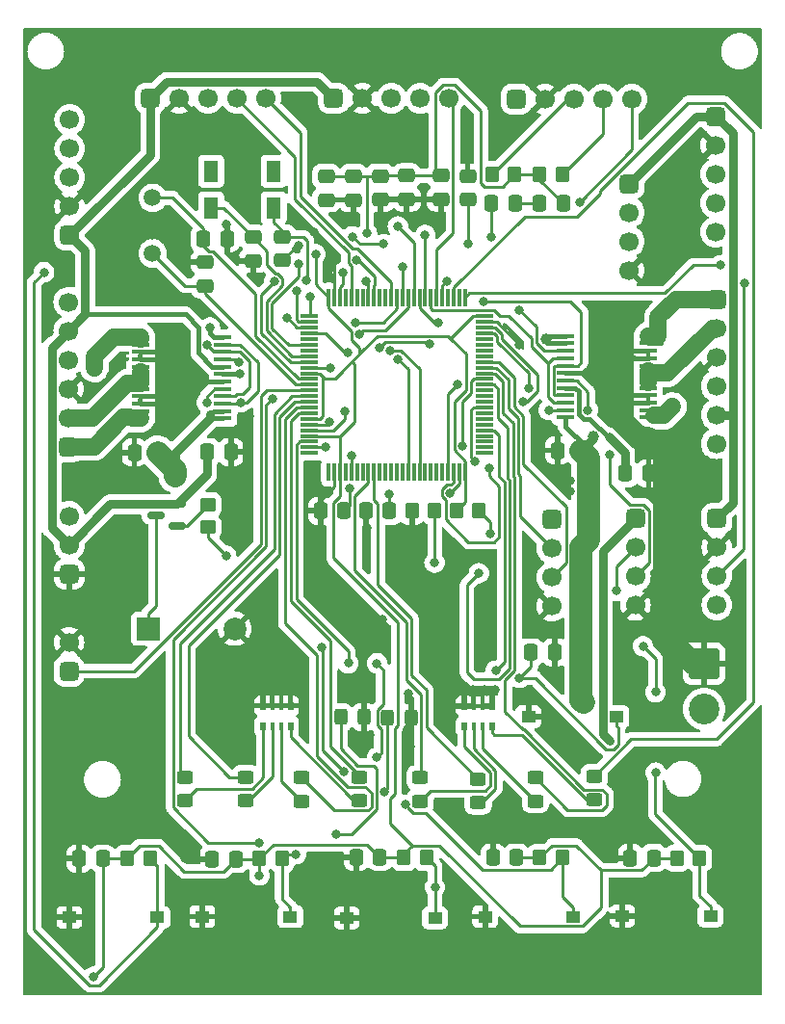
<source format=gtl>
G04 #@! TF.GenerationSoftware,KiCad,Pcbnew,7.0.8*
G04 #@! TF.CreationDate,2023-11-09T09:46:19+07:00*
G04 #@! TF.ProjectId,PCB v2,50434220-7632-42e6-9b69-6361645f7063,rev?*
G04 #@! TF.SameCoordinates,Original*
G04 #@! TF.FileFunction,Copper,L1,Top*
G04 #@! TF.FilePolarity,Positive*
%FSLAX46Y46*%
G04 Gerber Fmt 4.6, Leading zero omitted, Abs format (unit mm)*
G04 Created by KiCad (PCBNEW 7.0.8) date 2023-11-09 09:46:19*
%MOMM*%
%LPD*%
G01*
G04 APERTURE LIST*
G04 Aperture macros list*
%AMRoundRect*
0 Rectangle with rounded corners*
0 $1 Rounding radius*
0 $2 $3 $4 $5 $6 $7 $8 $9 X,Y pos of 4 corners*
0 Add a 4 corners polygon primitive as box body*
4,1,4,$2,$3,$4,$5,$6,$7,$8,$9,$2,$3,0*
0 Add four circle primitives for the rounded corners*
1,1,$1+$1,$2,$3*
1,1,$1+$1,$4,$5*
1,1,$1+$1,$6,$7*
1,1,$1+$1,$8,$9*
0 Add four rect primitives between the rounded corners*
20,1,$1+$1,$2,$3,$4,$5,0*
20,1,$1+$1,$4,$5,$6,$7,0*
20,1,$1+$1,$6,$7,$8,$9,0*
20,1,$1+$1,$8,$9,$2,$3,0*%
G04 Aperture macros list end*
G04 #@! TA.AperFunction,ComponentPad*
%ADD10RoundRect,0.425000X-0.425000X0.425000X-0.425000X-0.425000X0.425000X-0.425000X0.425000X0.425000X0*%
G04 #@! TD*
G04 #@! TA.AperFunction,ComponentPad*
%ADD11C,1.700000*%
G04 #@! TD*
G04 #@! TA.AperFunction,SMDPad,CuDef*
%ADD12RoundRect,0.250000X0.475000X-0.337500X0.475000X0.337500X-0.475000X0.337500X-0.475000X-0.337500X0*%
G04 #@! TD*
G04 #@! TA.AperFunction,ComponentPad*
%ADD13C,2.700000*%
G04 #@! TD*
G04 #@! TA.AperFunction,ComponentPad*
%ADD14RoundRect,0.250001X-1.099999X1.099999X-1.099999X-1.099999X1.099999X-1.099999X1.099999X1.099999X0*%
G04 #@! TD*
G04 #@! TA.AperFunction,SMDPad,CuDef*
%ADD15RoundRect,0.250000X0.337500X0.475000X-0.337500X0.475000X-0.337500X-0.475000X0.337500X-0.475000X0*%
G04 #@! TD*
G04 #@! TA.AperFunction,SMDPad,CuDef*
%ADD16RoundRect,0.250000X0.450000X-0.325000X0.450000X0.325000X-0.450000X0.325000X-0.450000X-0.325000X0*%
G04 #@! TD*
G04 #@! TA.AperFunction,SMDPad,CuDef*
%ADD17RoundRect,0.250000X0.350000X0.450000X-0.350000X0.450000X-0.350000X-0.450000X0.350000X-0.450000X0*%
G04 #@! TD*
G04 #@! TA.AperFunction,SMDPad,CuDef*
%ADD18R,0.500000X0.800000*%
G04 #@! TD*
G04 #@! TA.AperFunction,SMDPad,CuDef*
%ADD19R,0.400000X0.800000*%
G04 #@! TD*
G04 #@! TA.AperFunction,ComponentPad*
%ADD20RoundRect,0.425000X-0.425000X-0.425000X0.425000X-0.425000X0.425000X0.425000X-0.425000X0.425000X0*%
G04 #@! TD*
G04 #@! TA.AperFunction,SMDPad,CuDef*
%ADD21RoundRect,0.250000X-0.475000X0.337500X-0.475000X-0.337500X0.475000X-0.337500X0.475000X0.337500X0*%
G04 #@! TD*
G04 #@! TA.AperFunction,SMDPad,CuDef*
%ADD22R,1.500000X0.400000*%
G04 #@! TD*
G04 #@! TA.AperFunction,SMDPad,CuDef*
%ADD23RoundRect,0.250000X-0.337500X-0.475000X0.337500X-0.475000X0.337500X0.475000X-0.337500X0.475000X0*%
G04 #@! TD*
G04 #@! TA.AperFunction,SMDPad,CuDef*
%ADD24R,1.250000X1.000000*%
G04 #@! TD*
G04 #@! TA.AperFunction,ComponentPad*
%ADD25RoundRect,0.425000X0.425000X-0.425000X0.425000X0.425000X-0.425000X0.425000X-0.425000X-0.425000X0*%
G04 #@! TD*
G04 #@! TA.AperFunction,SMDPad,CuDef*
%ADD26RoundRect,0.150000X0.587500X0.150000X-0.587500X0.150000X-0.587500X-0.150000X0.587500X-0.150000X0*%
G04 #@! TD*
G04 #@! TA.AperFunction,SMDPad,CuDef*
%ADD27RoundRect,0.250000X-0.350000X-0.450000X0.350000X-0.450000X0.350000X0.450000X-0.350000X0.450000X0*%
G04 #@! TD*
G04 #@! TA.AperFunction,SMDPad,CuDef*
%ADD28RoundRect,0.075000X-0.075000X-0.725000X0.075000X-0.725000X0.075000X0.725000X-0.075000X0.725000X0*%
G04 #@! TD*
G04 #@! TA.AperFunction,SMDPad,CuDef*
%ADD29RoundRect,0.075000X-0.725000X-0.075000X0.725000X-0.075000X0.725000X0.075000X-0.725000X0.075000X0*%
G04 #@! TD*
G04 #@! TA.AperFunction,SMDPad,CuDef*
%ADD30RoundRect,0.250000X0.450000X-0.350000X0.450000X0.350000X-0.450000X0.350000X-0.450000X-0.350000X0*%
G04 #@! TD*
G04 #@! TA.AperFunction,SMDPad,CuDef*
%ADD31R,1.300000X1.900000*%
G04 #@! TD*
G04 #@! TA.AperFunction,ComponentPad*
%ADD32C,1.500000*%
G04 #@! TD*
G04 #@! TA.AperFunction,ComponentPad*
%ADD33C,2.000000*%
G04 #@! TD*
G04 #@! TA.AperFunction,ComponentPad*
%ADD34R,2.000000X2.000000*%
G04 #@! TD*
G04 #@! TA.AperFunction,SMDPad,CuDef*
%ADD35RoundRect,0.250000X0.325000X0.450000X-0.325000X0.450000X-0.325000X-0.450000X0.325000X-0.450000X0*%
G04 #@! TD*
G04 #@! TA.AperFunction,ViaPad*
%ADD36C,1.000000*%
G04 #@! TD*
G04 #@! TA.AperFunction,ViaPad*
%ADD37C,0.800000*%
G04 #@! TD*
G04 #@! TA.AperFunction,ViaPad*
%ADD38C,1.500000*%
G04 #@! TD*
G04 #@! TA.AperFunction,Conductor*
%ADD39C,0.250000*%
G04 #@! TD*
G04 #@! TA.AperFunction,Conductor*
%ADD40C,2.000000*%
G04 #@! TD*
G04 #@! TA.AperFunction,Conductor*
%ADD41C,0.800000*%
G04 #@! TD*
G04 #@! TA.AperFunction,Conductor*
%ADD42C,0.399800*%
G04 #@! TD*
G04 #@! TA.AperFunction,Conductor*
%ADD43C,0.400000*%
G04 #@! TD*
G04 #@! TA.AperFunction,Conductor*
%ADD44C,0.750000*%
G04 #@! TD*
G04 #@! TA.AperFunction,Conductor*
%ADD45C,1.500000*%
G04 #@! TD*
G04 APERTURE END LIST*
D10*
X172058500Y-95500000D03*
D11*
X172058500Y-98040000D03*
X172058500Y-100580000D03*
X172058500Y-103120000D03*
D12*
X131288500Y-72857500D03*
X131288500Y-70782500D03*
D13*
X170930000Y-112252500D03*
D14*
X170930000Y-108292500D03*
D15*
X122930000Y-89720000D03*
X120855000Y-89720000D03*
D16*
X151070000Y-120460000D03*
X151070000Y-118410000D03*
D10*
X164358500Y-66080000D03*
D11*
X164358500Y-68620000D03*
X164358500Y-71160000D03*
X164358500Y-73700000D03*
D16*
X130630000Y-120290000D03*
X130630000Y-118240000D03*
D17*
X151160000Y-94860000D03*
X149160000Y-94860000D03*
D18*
X132170000Y-111970000D03*
D19*
X132970000Y-111970000D03*
X133770000Y-111970000D03*
D18*
X134570000Y-111970000D03*
X134570000Y-113770000D03*
D19*
X133770000Y-113770000D03*
X132970000Y-113770000D03*
D18*
X132170000Y-113770000D03*
D16*
X145970000Y-120350000D03*
X145970000Y-118300000D03*
X156110000Y-120350000D03*
X156110000Y-118300000D03*
D20*
X138368500Y-58600000D03*
D11*
X140908500Y-58600000D03*
X143448500Y-58600000D03*
X145988500Y-58600000D03*
X148528500Y-58600000D03*
D21*
X127058500Y-75070000D03*
X127058500Y-72995000D03*
D22*
X158760000Y-86630000D03*
X158760000Y-85980000D03*
X158760000Y-85330000D03*
X158760000Y-84680000D03*
X158760000Y-84030000D03*
X158760000Y-83380000D03*
X158760000Y-82730000D03*
X158760000Y-82080000D03*
X158760000Y-81430000D03*
X158760000Y-80780000D03*
X158760000Y-80130000D03*
X158760000Y-79480000D03*
X166010000Y-79480000D03*
X166010000Y-80130000D03*
X166010000Y-80780000D03*
X166010000Y-81430000D03*
X166010000Y-82080000D03*
X166010000Y-82730000D03*
X166010000Y-83380000D03*
X166010000Y-84030000D03*
X166010000Y-84680000D03*
X166010000Y-85330000D03*
X166010000Y-85980000D03*
X166010000Y-86630000D03*
D23*
X152357500Y-125316000D03*
X154432500Y-125316000D03*
D11*
X164890000Y-103160000D03*
X164890000Y-100620000D03*
X164890000Y-98080000D03*
D10*
X164890000Y-95540000D03*
D24*
X126813500Y-130510000D03*
X134563500Y-130510000D03*
D15*
X155722500Y-107280000D03*
X157797500Y-107280000D03*
D23*
X127703500Y-125460000D03*
X129778500Y-125460000D03*
D21*
X137718500Y-65442500D03*
X137718500Y-67517500D03*
X142468500Y-65405000D03*
X142468500Y-67480000D03*
X140118500Y-65445000D03*
X140118500Y-67520000D03*
X150148500Y-65410000D03*
X150148500Y-67485000D03*
D25*
X115098500Y-108930000D03*
D11*
X115098500Y-106390000D03*
D17*
X133838500Y-125410000D03*
X131838500Y-125410000D03*
D26*
X124610000Y-94270000D03*
X124610000Y-96170000D03*
X122735000Y-95220000D03*
D10*
X171957700Y-60170000D03*
D11*
X171957700Y-62710000D03*
X171957700Y-65250000D03*
X171957700Y-67790000D03*
X171957700Y-70330000D03*
D25*
X115174000Y-70622500D03*
D11*
X115174000Y-68082500D03*
X115174000Y-65542500D03*
X115174000Y-63002500D03*
X115174000Y-60462500D03*
D17*
X122216000Y-125380000D03*
X120216000Y-125380000D03*
D24*
X151693500Y-130510000D03*
X159443500Y-130510000D03*
D23*
X141205000Y-94860000D03*
X143280000Y-94860000D03*
D16*
X125290000Y-120330000D03*
X125290000Y-118280000D03*
X135510000Y-120350000D03*
X135510000Y-118300000D03*
D15*
X158563500Y-67840000D03*
X156488500Y-67840000D03*
D23*
X115998500Y-125410000D03*
X118073500Y-125410000D03*
D16*
X140660000Y-120290000D03*
X140660000Y-118240000D03*
X161260000Y-120240000D03*
X161260000Y-118190000D03*
D20*
X122248500Y-58600000D03*
D11*
X124788500Y-58600000D03*
X127328500Y-58600000D03*
X129868500Y-58600000D03*
X132408500Y-58600000D03*
D24*
X155495000Y-112940000D03*
X163245000Y-112940000D03*
X171498500Y-130440000D03*
X163748500Y-130440000D03*
D17*
X158496500Y-125316000D03*
X156496500Y-125316000D03*
D22*
X128640000Y-79570000D03*
X128640000Y-80220000D03*
X128640000Y-80870000D03*
X128640000Y-81520000D03*
X128640000Y-82170000D03*
X128640000Y-82820000D03*
X128640000Y-83470000D03*
X128640000Y-84120000D03*
X128640000Y-84770000D03*
X128640000Y-85420000D03*
X128640000Y-86070000D03*
X128640000Y-86720000D03*
X121390000Y-86720000D03*
X121390000Y-86070000D03*
X121390000Y-85420000D03*
X121390000Y-84770000D03*
X121390000Y-84120000D03*
X121390000Y-83470000D03*
X121390000Y-82820000D03*
X121390000Y-82170000D03*
X121390000Y-81520000D03*
X121390000Y-80870000D03*
X121390000Y-80220000D03*
X121390000Y-79570000D03*
D25*
X115078500Y-89200000D03*
D11*
X115078500Y-86660000D03*
X115078500Y-84120000D03*
X115078500Y-81580000D03*
X115078500Y-79040000D03*
X115078500Y-76500000D03*
D23*
X137207500Y-94850000D03*
X139282500Y-94850000D03*
D11*
X157544500Y-103230000D03*
X157544500Y-100690000D03*
X157544500Y-98150000D03*
D10*
X157544500Y-95610000D03*
D27*
X152288500Y-65310000D03*
X154288500Y-65310000D03*
D10*
X171997700Y-76240000D03*
D11*
X171997700Y-78780000D03*
X171997700Y-81320000D03*
X171997700Y-83860000D03*
X171997700Y-86400000D03*
X171997700Y-88940000D03*
D21*
X147798500Y-65380000D03*
X147798500Y-67455000D03*
D28*
X137920000Y-76085000D03*
X138420000Y-76085000D03*
X138920000Y-76085000D03*
X139420000Y-76085000D03*
X139920000Y-76085000D03*
X140420000Y-76085000D03*
X140920000Y-76085000D03*
X141420000Y-76085000D03*
X141920000Y-76085000D03*
X142420000Y-76085000D03*
X142920000Y-76085000D03*
X143420000Y-76085000D03*
X143920000Y-76085000D03*
X144420000Y-76085000D03*
X144920000Y-76085000D03*
X145420000Y-76085000D03*
X145920000Y-76085000D03*
X146420000Y-76085000D03*
X146920000Y-76085000D03*
X147420000Y-76085000D03*
X147920000Y-76085000D03*
X148420000Y-76085000D03*
X148920000Y-76085000D03*
X149420000Y-76085000D03*
X149920000Y-76085000D03*
D29*
X151595000Y-77760000D03*
X151595000Y-78260000D03*
X151595000Y-78760000D03*
X151595000Y-79260000D03*
X151595000Y-79760000D03*
X151595000Y-80260000D03*
X151595000Y-80760000D03*
X151595000Y-81260000D03*
X151595000Y-81760000D03*
X151595000Y-82260000D03*
X151595000Y-82760000D03*
X151595000Y-83260000D03*
X151595000Y-83760000D03*
X151595000Y-84260000D03*
X151595000Y-84760000D03*
X151595000Y-85260000D03*
X151595000Y-85760000D03*
X151595000Y-86260000D03*
X151595000Y-86760000D03*
X151595000Y-87260000D03*
X151595000Y-87760000D03*
X151595000Y-88260000D03*
X151595000Y-88760000D03*
X151595000Y-89260000D03*
X151595000Y-89760000D03*
D28*
X149920000Y-91435000D03*
X149420000Y-91435000D03*
X148920000Y-91435000D03*
X148420000Y-91435000D03*
X147920000Y-91435000D03*
X147420000Y-91435000D03*
X146920000Y-91435000D03*
X146420000Y-91435000D03*
X145920000Y-91435000D03*
X145420000Y-91435000D03*
X144920000Y-91435000D03*
X144420000Y-91435000D03*
X143920000Y-91435000D03*
X143420000Y-91435000D03*
X142920000Y-91435000D03*
X142420000Y-91435000D03*
X141920000Y-91435000D03*
X141420000Y-91435000D03*
X140920000Y-91435000D03*
X140420000Y-91435000D03*
X139920000Y-91435000D03*
X139420000Y-91435000D03*
X138920000Y-91435000D03*
X138420000Y-91435000D03*
X137920000Y-91435000D03*
D29*
X136245000Y-89760000D03*
X136245000Y-89260000D03*
X136245000Y-88760000D03*
X136245000Y-88260000D03*
X136245000Y-87760000D03*
X136245000Y-87260000D03*
X136245000Y-86760000D03*
X136245000Y-86260000D03*
X136245000Y-85760000D03*
X136245000Y-85260000D03*
X136245000Y-84760000D03*
X136245000Y-84260000D03*
X136245000Y-83760000D03*
X136245000Y-83260000D03*
X136245000Y-82760000D03*
X136245000Y-82260000D03*
X136245000Y-81760000D03*
X136245000Y-81260000D03*
X136245000Y-80760000D03*
X136245000Y-80260000D03*
X136245000Y-79760000D03*
X136245000Y-79260000D03*
X136245000Y-78760000D03*
X136245000Y-78260000D03*
X136245000Y-77760000D03*
D30*
X127320000Y-96290000D03*
X127320000Y-94290000D03*
D31*
X127608500Y-68210000D03*
X133108500Y-68210000D03*
X133108500Y-65010000D03*
X127608500Y-65010000D03*
D15*
X160130000Y-89530000D03*
X158055000Y-89530000D03*
D23*
X140359500Y-125282000D03*
X142434500Y-125282000D03*
X166067500Y-91560000D03*
X163992500Y-91560000D03*
D17*
X168538500Y-125380000D03*
X170538500Y-125380000D03*
X147240000Y-94860000D03*
X145240000Y-94860000D03*
X146558500Y-125316000D03*
X144558500Y-125316000D03*
D25*
X115118500Y-100420000D03*
D11*
X115118500Y-97880000D03*
X115118500Y-95340000D03*
D12*
X133818500Y-72845000D03*
X133818500Y-70770000D03*
D24*
X115128500Y-130580000D03*
X122878500Y-130580000D03*
D18*
X149870000Y-112000000D03*
D19*
X150670000Y-112000000D03*
X151470000Y-112000000D03*
D18*
X152270000Y-112000000D03*
X152270000Y-113800000D03*
D19*
X151470000Y-113800000D03*
X150670000Y-113800000D03*
D18*
X149870000Y-113800000D03*
D17*
X158478500Y-65290000D03*
X156478500Y-65290000D03*
D21*
X144788500Y-65380000D03*
X144788500Y-67455000D03*
D32*
X122458500Y-67337500D03*
X122458500Y-72217500D03*
D24*
X139523500Y-130610000D03*
X147273500Y-130610000D03*
D20*
X154418500Y-58650000D03*
D11*
X156958500Y-58650000D03*
X159498500Y-58650000D03*
X162038500Y-58650000D03*
X164578500Y-58650000D03*
D33*
X129660000Y-105210000D03*
D34*
X122060000Y-105210000D03*
D23*
X164443500Y-125360000D03*
X166518500Y-125360000D03*
D15*
X128988500Y-70920000D03*
X126913500Y-70920000D03*
X154298500Y-67830000D03*
X152223500Y-67830000D03*
D23*
X129330000Y-89670000D03*
X127255000Y-89670000D03*
D35*
X141022500Y-112980000D03*
X138972500Y-112980000D03*
X143110000Y-113000000D03*
X145160000Y-113000000D03*
D36*
X159600000Y-111580000D03*
D37*
X165570000Y-106740000D03*
X166660000Y-110780000D03*
X144890000Y-114050000D03*
X162620000Y-122710000D03*
X160410000Y-122710000D03*
X161470000Y-122710000D03*
D36*
X160700000Y-111570000D03*
D37*
X117390000Y-55140000D03*
X118390000Y-55140000D03*
X121390000Y-55140000D03*
X119390000Y-55140000D03*
X120390000Y-55140000D03*
X166910000Y-55140000D03*
X169910000Y-55140000D03*
X165910000Y-55140000D03*
X168910000Y-55140000D03*
X167910000Y-55140000D03*
X153490000Y-55140000D03*
X152490000Y-55140000D03*
X151490000Y-55140000D03*
X149490000Y-55140000D03*
X150490000Y-55140000D03*
X137150000Y-55130000D03*
X136150000Y-55130000D03*
X135150000Y-55130000D03*
X134150000Y-55130000D03*
X133150000Y-55130000D03*
X150100000Y-63010000D03*
X146030000Y-63000000D03*
X172370000Y-73250000D03*
X174460000Y-74860000D03*
X136600000Y-70360000D03*
X135310000Y-71500000D03*
X128940000Y-69650000D03*
X129660000Y-72530000D03*
X123440000Y-70600000D03*
X122440000Y-70600000D03*
X121440000Y-70600000D03*
X123440000Y-69600000D03*
X122440000Y-69600000D03*
X121440000Y-69600000D03*
X142494000Y-69596000D03*
X139192000Y-69596000D03*
X154700000Y-80230000D03*
X141210000Y-111090000D03*
X139400000Y-111110000D03*
X144290000Y-99880000D03*
X143550000Y-99270000D03*
X145220000Y-99550000D03*
X144450000Y-98920000D03*
X143660000Y-98320000D03*
X159910000Y-115590000D03*
X159010000Y-115600000D03*
X158070000Y-115570000D03*
X155440000Y-98200000D03*
X154700000Y-111140000D03*
X130810000Y-92202000D03*
X118364000Y-92456000D03*
X117364000Y-92456000D03*
X116364000Y-92456000D03*
X118364000Y-91456000D03*
X117364000Y-91456000D03*
X116364000Y-91456000D03*
X130048000Y-91440000D03*
X139320000Y-86090000D03*
X138080000Y-82320000D03*
X138030000Y-87050000D03*
X130960000Y-86490000D03*
D36*
X125350000Y-85220000D03*
X125370000Y-81440000D03*
X125430000Y-83500000D03*
D37*
X113400000Y-78320000D03*
X113330000Y-79150000D03*
X113730000Y-77520000D03*
X141270000Y-96310000D03*
X142680000Y-104350000D03*
X140720000Y-115730000D03*
X141480000Y-115420000D03*
X140800000Y-114830000D03*
X126140000Y-128040000D03*
X125300000Y-128050000D03*
X126160000Y-125400000D03*
X125320000Y-125410000D03*
X159190000Y-93130000D03*
X159180000Y-92210000D03*
X158320000Y-92200000D03*
X163480000Y-81970000D03*
X163460000Y-85520000D03*
X163460000Y-84570000D03*
X163440000Y-80790000D03*
X141560000Y-114520000D03*
X145130000Y-115560000D03*
X144910000Y-110880000D03*
X148650000Y-112460000D03*
X148650000Y-111460000D03*
X148650000Y-113460000D03*
X148650000Y-114460000D03*
X152600000Y-110570000D03*
X151600000Y-110570000D03*
X150600000Y-110570000D03*
X149600000Y-110570000D03*
X148600000Y-110570000D03*
D36*
X157010000Y-79780000D03*
D37*
X139599100Y-80940900D03*
X166670000Y-117860000D03*
X134290000Y-77924500D03*
X144650000Y-120680000D03*
X142187700Y-116523800D03*
X142187700Y-108246600D03*
X135116900Y-75511100D03*
X137350090Y-106830982D03*
X139239299Y-117730701D03*
X147273500Y-127910600D03*
X136285100Y-76006000D03*
X132980000Y-84984500D03*
X131778000Y-123999400D03*
X135051000Y-125031800D03*
X112915600Y-73879300D03*
X139195500Y-73892659D03*
X140259200Y-78277900D03*
X129999000Y-81803700D03*
X127230000Y-85330000D03*
X140661000Y-79316500D03*
X127266900Y-80260000D03*
X147562900Y-78299300D03*
X151583400Y-76454900D03*
X148295300Y-74669400D03*
X146825000Y-80191200D03*
X142368800Y-80528700D03*
X130125771Y-82795131D03*
X160709300Y-85984738D03*
X149706800Y-89134100D03*
X162640000Y-89890600D03*
X151130000Y-100330000D03*
X163221500Y-101865300D03*
X139920000Y-90011200D03*
X130170700Y-85310600D03*
X137645600Y-89260000D03*
X157290100Y-85980000D03*
X154680000Y-77179400D03*
X128920000Y-98780000D03*
X152610863Y-108904538D03*
X152178400Y-96835100D03*
X147240000Y-99398000D03*
X155485200Y-84070400D03*
X152017000Y-91065100D03*
X149259800Y-83759200D03*
X159981500Y-67690200D03*
X144420000Y-73368100D03*
X146420000Y-70612000D03*
X144018000Y-69850000D03*
X140382100Y-72779500D03*
X152223500Y-70751900D03*
X150819300Y-90518200D03*
X141251000Y-74670200D03*
X168170000Y-85680000D03*
X144019400Y-81515400D03*
X143369200Y-80750900D03*
X117348000Y-82296000D03*
X154690000Y-109530500D03*
X135990000Y-74604600D03*
X133154600Y-74709200D03*
X135320000Y-73130000D03*
X140004300Y-70733800D03*
X142747000Y-71407600D03*
X150148500Y-71407600D03*
D36*
X160130000Y-110610000D03*
D38*
X124461300Y-91745900D03*
D37*
X127489800Y-78722400D03*
D36*
X161164049Y-88325994D03*
D37*
X139653500Y-108232600D03*
X142864600Y-119570000D03*
X138559000Y-123301300D03*
X148618800Y-93289700D03*
X139800000Y-92850000D03*
X154982900Y-85232300D03*
X143280000Y-93407900D03*
X131838500Y-126876300D03*
X117247600Y-135787400D03*
X141293500Y-70469905D03*
X136769500Y-72294500D03*
X162625400Y-115051100D03*
X162668969Y-88411190D03*
D39*
X151484000Y-126376800D02*
X157435700Y-126376800D01*
X157435700Y-126376800D02*
X158496500Y-125316000D01*
X146473700Y-121366500D02*
X151484000Y-126376800D01*
X145332000Y-121366500D02*
X146473700Y-121366500D01*
X144943600Y-120978100D02*
X145332000Y-121366500D01*
X144943600Y-120973600D02*
X144943600Y-120978100D01*
X144650000Y-120680000D02*
X144943600Y-120973600D01*
X166110500Y-99399500D02*
X164890000Y-100620000D01*
X165640000Y-94330000D02*
X166110500Y-94800500D01*
X162640000Y-89890600D02*
X162640000Y-92540000D01*
X162640000Y-92540000D02*
X164430000Y-94330000D01*
X166110500Y-94800500D02*
X166110500Y-99399500D01*
X164430000Y-94330000D02*
X165640000Y-94330000D01*
X139936000Y-79876000D02*
X139936000Y-79096000D01*
X139936000Y-79096000D02*
X137920000Y-77080000D01*
X140610000Y-80550000D02*
X139936000Y-79876000D01*
X137920000Y-77080000D02*
X137920000Y-76085000D01*
X140610000Y-81070000D02*
X140610000Y-80550000D01*
X166660000Y-107830000D02*
X166660000Y-110780000D01*
X165570000Y-106740000D02*
X166660000Y-107830000D01*
X166624000Y-121465500D02*
X170538500Y-125380000D01*
X166624000Y-117906000D02*
X166624000Y-121465500D01*
X166670000Y-117860000D02*
X166624000Y-117906000D01*
D40*
X169962500Y-108292500D02*
X170930000Y-108292500D01*
X166060400Y-88430400D02*
X167435500Y-89805500D01*
X167435500Y-105765500D02*
X169962500Y-108292500D01*
X165163344Y-88430400D02*
X166060400Y-88430400D01*
X167435500Y-89805500D02*
X167435500Y-105765500D01*
X163460000Y-85520000D02*
X163460000Y-86727056D01*
X163460000Y-86727056D02*
X165163344Y-88430400D01*
D39*
X164530000Y-114920000D02*
X161260000Y-118190000D01*
X172030000Y-114920000D02*
X164530000Y-114920000D01*
X175280000Y-111670000D02*
X172030000Y-114920000D01*
X175280000Y-61574600D02*
X175280000Y-111670000D01*
X161784900Y-66736000D02*
X169534800Y-58986100D01*
X161784900Y-66948100D02*
X161784900Y-66736000D01*
X159766900Y-68966100D02*
X161784900Y-66948100D01*
X169534800Y-58986100D02*
X172691500Y-58986100D01*
X155163500Y-68966100D02*
X159766900Y-68966100D01*
X172691500Y-58986100D02*
X175280000Y-61574600D01*
X148920000Y-76085000D02*
X148920000Y-75209600D01*
X148920000Y-75209600D02*
X155163500Y-68966100D01*
X150610000Y-77760000D02*
X151595000Y-77760000D01*
X148700900Y-79669100D02*
X150610000Y-77760000D01*
X148700900Y-79772900D02*
X148700900Y-79669100D01*
X152518800Y-82760000D02*
X151595000Y-82760000D01*
X153269700Y-83510900D02*
X152518800Y-82760000D01*
X153269700Y-86277100D02*
X153269700Y-83510900D01*
X154150500Y-87157900D02*
X153269700Y-86277100D01*
X154150500Y-91801300D02*
X154150500Y-87157900D01*
X154290300Y-91941100D02*
X154150500Y-91801300D01*
X154290300Y-108886096D02*
X154290300Y-91941100D01*
X153420000Y-109756396D02*
X154290300Y-108886096D01*
X153420000Y-112508850D02*
X153420000Y-109756396D01*
X154986050Y-114074900D02*
X153420000Y-112508850D01*
X160358196Y-119338700D02*
X155094396Y-114074900D01*
X162340000Y-120750100D02*
X162340000Y-119690800D01*
X161948700Y-121141400D02*
X162340000Y-120750100D01*
X161987900Y-119338700D02*
X160358196Y-119338700D01*
X162340000Y-119690800D02*
X161987900Y-119338700D01*
X158951400Y-121141400D02*
X161948700Y-121141400D01*
X155094396Y-114074900D02*
X154986050Y-114074900D01*
X156110000Y-118300000D02*
X158951400Y-121141400D01*
X160623100Y-120240000D02*
X161260000Y-120240000D01*
X154908000Y-114524900D02*
X160623100Y-120240000D01*
X152464900Y-114524900D02*
X154908000Y-114524900D01*
X152270000Y-113800000D02*
X152270000Y-114330000D01*
X152270000Y-114330000D02*
X152464900Y-114524900D01*
X151697100Y-119435000D02*
X146885000Y-119435000D01*
X146885000Y-119435000D02*
X145970000Y-120350000D01*
X152146800Y-118985300D02*
X151697100Y-119435000D01*
X149870000Y-115574100D02*
X152146800Y-117850900D01*
X152146800Y-117850900D02*
X152146800Y-118985300D01*
X149870000Y-113800000D02*
X149870000Y-115574100D01*
X158805000Y-99429500D02*
X157544500Y-100690000D01*
X158805000Y-94495000D02*
X158805000Y-99429500D01*
X155051100Y-90741100D02*
X158805000Y-94495000D01*
X154239600Y-83130000D02*
X154239600Y-85689200D01*
X154239600Y-85689200D02*
X155051100Y-86500700D01*
X151595000Y-81760000D02*
X152869600Y-81760000D01*
X152869600Y-81760000D02*
X154239600Y-83130000D01*
X155051100Y-86500700D02*
X155051100Y-90741100D01*
D40*
X160790000Y-90190000D02*
X160130000Y-89530000D01*
X160790000Y-97412614D02*
X160790000Y-90190000D01*
X160130000Y-98072614D02*
X160790000Y-97412614D01*
X160130000Y-111470000D02*
X160130000Y-98072614D01*
X160370000Y-111710000D02*
X160130000Y-111470000D01*
D39*
X147326100Y-64907600D02*
X147798500Y-65380000D01*
X147326100Y-58076700D02*
X147326100Y-64907600D01*
X151300000Y-59655800D02*
X149043100Y-57398900D01*
X148003900Y-57398900D02*
X147326100Y-58076700D01*
X151300000Y-66070000D02*
X151300000Y-59655800D01*
X153218500Y-66380000D02*
X151610000Y-66380000D01*
X149043100Y-57398900D02*
X148003900Y-57398900D01*
X154288500Y-65310000D02*
X153218500Y-66380000D01*
X151610000Y-66380000D02*
X151300000Y-66070000D01*
D41*
X161164049Y-88325994D02*
X161164049Y-88495951D01*
X161164049Y-88495951D02*
X160130000Y-89530000D01*
X161100043Y-88390000D02*
X161164049Y-88325994D01*
D42*
X159625544Y-84030000D02*
X158760000Y-84030000D01*
X159909900Y-84314356D02*
X159625544Y-84030000D01*
X160894638Y-86784638D02*
X160377970Y-86784638D01*
X160377970Y-86784638D02*
X159909900Y-86316568D01*
X159909900Y-86316568D02*
X159909900Y-84314356D01*
X162521190Y-88411190D02*
X160894638Y-86784638D01*
X162668969Y-88411190D02*
X162521190Y-88411190D01*
D39*
X137428100Y-115919502D02*
X137428100Y-106908992D01*
X139239299Y-117730701D02*
X137428100Y-115919502D01*
X137428100Y-106908992D02*
X137350090Y-106830982D01*
D43*
X163460000Y-85520000D02*
X163460000Y-86260000D01*
D44*
X163992500Y-89732500D02*
X163992500Y-91560000D01*
X162671190Y-88411190D02*
X163992500Y-89732500D01*
X162668969Y-88411190D02*
X162671190Y-88411190D01*
D40*
X163480000Y-85500000D02*
X163460000Y-85520000D01*
X163480000Y-81970000D02*
X163480000Y-85500000D01*
D43*
X163440000Y-81930000D02*
X163480000Y-81970000D01*
X163440000Y-80790000D02*
X163440000Y-81930000D01*
X164020000Y-81430000D02*
X166010000Y-81430000D01*
X163480000Y-81970000D02*
X164020000Y-81430000D01*
X163460000Y-85520000D02*
X163650000Y-85330000D01*
X163650000Y-85330000D02*
X166010000Y-85330000D01*
X163570000Y-84680000D02*
X166010000Y-84680000D01*
X163460000Y-84570000D02*
X163570000Y-84680000D01*
X163440000Y-80790000D02*
X163450000Y-80780000D01*
X163450000Y-80780000D02*
X166010000Y-80780000D01*
X161500000Y-82730000D02*
X158760000Y-82730000D01*
X163440000Y-80790000D02*
X161500000Y-82730000D01*
D39*
X169969720Y-73250000D02*
X172370000Y-73250000D01*
X167491220Y-75728500D02*
X169969720Y-73250000D01*
X150276500Y-75728500D02*
X167491220Y-75728500D01*
X149920000Y-76085000D02*
X150276500Y-75728500D01*
X174530000Y-74860000D02*
X174420000Y-74970000D01*
X174460000Y-74860000D02*
X174530000Y-74860000D01*
X174460000Y-74930000D02*
X174460000Y-74860000D01*
X174430000Y-74960000D02*
X174460000Y-74930000D01*
X174420000Y-74970000D02*
X174420000Y-98218500D01*
X174420000Y-98218500D02*
X172058500Y-100580000D01*
D45*
X167369600Y-86480400D02*
X166510400Y-86480400D01*
X168170000Y-85680000D02*
X167369600Y-86480400D01*
D42*
X166510400Y-86480400D02*
X166010000Y-85980000D01*
D39*
X159717864Y-83380000D02*
X158760000Y-83380000D01*
X160709300Y-84371436D02*
X159717864Y-83380000D01*
X160709300Y-85984738D02*
X160709300Y-84371436D01*
D42*
X158760000Y-87420000D02*
X158760000Y-86630000D01*
X160434600Y-89094600D02*
X158760000Y-87420000D01*
X160565400Y-89094600D02*
X160434600Y-89094600D01*
D39*
X138420000Y-73970000D02*
X138420000Y-76085000D01*
X138440000Y-73950000D02*
X138420000Y-73970000D01*
X138440000Y-72200000D02*
X138440000Y-73950000D01*
X136600000Y-70360000D02*
X138440000Y-72200000D01*
X135163500Y-71500000D02*
X133818500Y-72845000D01*
X135310000Y-71500000D02*
X135163500Y-71500000D01*
X134400000Y-80260000D02*
X136245000Y-80260000D01*
X132920000Y-78780000D02*
X134400000Y-80260000D01*
X132920000Y-76605501D02*
X132920000Y-78780000D01*
X135320000Y-74205501D02*
X132920000Y-76605501D01*
X135320000Y-73130000D02*
X135320000Y-74205501D01*
X139657100Y-73079805D02*
X139920000Y-73342705D01*
X139657100Y-72117100D02*
X139657100Y-73079805D01*
X134979700Y-67439700D02*
X139657100Y-72117100D01*
X134979700Y-63711200D02*
X134979700Y-67439700D01*
X129868500Y-58600000D02*
X134979700Y-63711200D01*
X139920000Y-73342705D02*
X139920000Y-76085000D01*
X138920000Y-75219314D02*
X138920000Y-76085000D01*
X139220000Y-74919314D02*
X138920000Y-75219314D01*
X139220000Y-73917159D02*
X139220000Y-74919314D01*
X139195500Y-73892659D02*
X139220000Y-73917159D01*
X136780000Y-72305000D02*
X136769500Y-72294500D01*
X136780000Y-74945000D02*
X136780000Y-72305000D01*
X137920000Y-76085000D02*
X136780000Y-74945000D01*
X136045000Y-74549600D02*
X136045000Y-71105000D01*
X135990000Y-74604600D02*
X136045000Y-74549600D01*
X136045000Y-71105000D02*
X135710000Y-70770000D01*
X135710000Y-70770000D02*
X133818500Y-70770000D01*
X132530000Y-73240000D02*
X132530000Y-72024000D01*
X133274200Y-73984200D02*
X132530000Y-73240000D01*
X132470000Y-79023604D02*
X132470000Y-76419105D01*
X133879600Y-75009505D02*
X133879600Y-74408895D01*
X133879600Y-74408895D02*
X133454905Y-73984200D01*
X134706396Y-81260000D02*
X132470000Y-79023604D01*
X133454905Y-73984200D02*
X133274200Y-73984200D01*
X136245000Y-81260000D02*
X134706396Y-81260000D01*
X132530000Y-72024000D02*
X131288500Y-70782500D01*
X132470000Y-76419105D02*
X133879600Y-75009505D01*
X126913500Y-70017500D02*
X126913500Y-70920000D01*
X124233500Y-67337500D02*
X126913500Y-70017500D01*
X122458500Y-67337500D02*
X124233500Y-67337500D01*
X127454500Y-72082500D02*
X126913500Y-71541500D01*
X127771674Y-72082500D02*
X127454500Y-72082500D01*
X131500000Y-75810826D02*
X127771674Y-72082500D01*
X135276200Y-83260000D02*
X131500000Y-79483800D01*
X136245000Y-83260000D02*
X135276200Y-83260000D01*
X131500000Y-79483800D02*
X131500000Y-75810826D01*
X126913500Y-71541500D02*
X126913500Y-70920000D01*
X146420000Y-76085000D02*
X146420000Y-70612000D01*
X144018000Y-69850000D02*
X145420000Y-71252000D01*
X145420000Y-71252000D02*
X145420000Y-76085000D01*
X141293500Y-65445000D02*
X141293500Y-70469905D01*
X135156604Y-78760000D02*
X136245000Y-78760000D01*
X134321104Y-77924500D02*
X135156604Y-78760000D01*
X134290000Y-77924500D02*
X134321104Y-77924500D01*
X139330900Y-80940900D02*
X137650000Y-79260000D01*
X139599100Y-80940900D02*
X139330900Y-80940900D01*
X137650000Y-79260000D02*
X136245000Y-79260000D01*
X134570000Y-81760000D02*
X136245000Y-81760000D01*
X132020000Y-79210000D02*
X134570000Y-81760000D01*
X133154600Y-74709200D02*
X132020000Y-75843800D01*
X132020000Y-75843800D02*
X132020000Y-79210000D01*
X152733478Y-78260000D02*
X151595000Y-78260000D01*
X154700000Y-80226522D02*
X152733478Y-78260000D01*
X154700000Y-80230000D02*
X154700000Y-80226522D01*
X152597082Y-78760000D02*
X151595000Y-78760000D01*
X153170000Y-79783604D02*
X153170000Y-79332918D01*
X156266800Y-84314600D02*
X156266800Y-82880404D01*
X156266800Y-82880404D02*
X153170000Y-79783604D01*
X153170000Y-79332918D02*
X152597082Y-78760000D01*
X155349100Y-85232300D02*
X156266800Y-84314600D01*
X154982900Y-85232300D02*
X155349100Y-85232300D01*
X155485200Y-82735200D02*
X155485200Y-84070400D01*
X152720000Y-79970000D02*
X155485200Y-82735200D01*
X152720000Y-79519314D02*
X152720000Y-79970000D01*
X152460686Y-79260000D02*
X152720000Y-79519314D01*
X151595000Y-79260000D02*
X152460686Y-79260000D01*
X155735000Y-80446900D02*
X157180400Y-81892300D01*
X153758900Y-77718900D02*
X155735000Y-79695000D01*
X155735000Y-79695000D02*
X155735000Y-80446900D01*
X153007000Y-77718900D02*
X153758900Y-77718900D01*
X152511400Y-77223300D02*
X153007000Y-77718900D01*
X147073300Y-77223300D02*
X152511400Y-77223300D01*
X146920000Y-77070000D02*
X147073300Y-77223300D01*
X146920000Y-76085000D02*
X146920000Y-77070000D01*
X156843273Y-80780000D02*
X158760000Y-80780000D01*
X156185000Y-78675000D02*
X156185000Y-80121727D01*
X154689400Y-77179400D02*
X156185000Y-78675000D01*
X154680000Y-77179400D02*
X154689400Y-77179400D01*
X156185000Y-80121727D02*
X156843273Y-80780000D01*
X142240000Y-101346000D02*
X145230000Y-104336000D01*
X142240000Y-94193600D02*
X142240000Y-101346000D01*
X141920000Y-93873600D02*
X142240000Y-94193600D01*
X145230000Y-104336000D02*
X145230000Y-109290000D01*
X141920000Y-91435000D02*
X141920000Y-93873600D01*
X146510000Y-113850000D02*
X151070000Y-118410000D01*
X146510000Y-110570000D02*
X146510000Y-113850000D01*
X145230000Y-109290000D02*
X146510000Y-110570000D01*
X163245000Y-113765300D02*
X163245000Y-112940000D01*
X163388900Y-113909200D02*
X163245000Y-113765300D01*
X163388900Y-115365300D02*
X163388900Y-113909200D01*
X162976700Y-115777500D02*
X163388900Y-115365300D01*
X162324400Y-115777500D02*
X162976700Y-115777500D01*
X156077400Y-109530500D02*
X162324400Y-115777500D01*
X155722500Y-108498000D02*
X155722500Y-107280000D01*
X154690000Y-109530500D02*
X155722500Y-108498000D01*
X154690000Y-109530500D02*
X156077400Y-109530500D01*
X152504000Y-87760000D02*
X151595000Y-87760000D01*
X152939700Y-88195700D02*
X152504000Y-87760000D01*
X152939700Y-91864300D02*
X152939700Y-88195700D01*
X153390000Y-108125401D02*
X153390000Y-92314600D01*
X152610863Y-108904538D02*
X153390000Y-108125401D01*
X153390000Y-92314600D02*
X152939700Y-91864300D01*
X152465000Y-83760000D02*
X151595000Y-83760000D01*
X152819400Y-84114400D02*
X152465000Y-83760000D01*
X152819400Y-86688600D02*
X152819400Y-84114400D01*
X153700200Y-87569400D02*
X152819400Y-86688600D01*
X153840300Y-108699700D02*
X153840300Y-92128000D01*
X150660000Y-109630000D02*
X152910000Y-109630000D01*
X153700200Y-91987900D02*
X153700200Y-87569400D01*
X150090000Y-101370000D02*
X150090000Y-109060000D01*
X150090000Y-109060000D02*
X150660000Y-109630000D01*
X153840300Y-92128000D02*
X153700200Y-91987900D01*
X152910000Y-109630000D02*
X153840300Y-108699700D01*
X151130000Y-100330000D02*
X150090000Y-101370000D01*
X138920000Y-93586826D02*
X138920000Y-91435000D01*
X138370000Y-94136826D02*
X138920000Y-93586826D01*
X143740000Y-113958174D02*
X144010000Y-113688174D01*
X138370000Y-99000000D02*
X138370000Y-94136826D01*
X144010000Y-113688174D02*
X144010000Y-104640000D01*
X144010000Y-104640000D02*
X138370000Y-99000000D01*
X143740000Y-119719905D02*
X143740000Y-113958174D01*
X143330000Y-120129905D02*
X143740000Y-119719905D01*
X145239500Y-124289600D02*
X143330000Y-122380100D01*
X143330000Y-122380100D02*
X143330000Y-120129905D01*
X143110000Y-119324600D02*
X143110000Y-113000000D01*
X142864600Y-119570000D02*
X143110000Y-119324600D01*
X141270000Y-94925000D02*
X141205000Y-94860000D01*
X141270000Y-96310000D02*
X141270000Y-94925000D01*
X141420000Y-92334700D02*
X141420000Y-91435000D01*
X144780000Y-104648000D02*
X140238800Y-100106800D01*
X140238800Y-93515900D02*
X141420000Y-92334700D01*
X144780000Y-109724695D02*
X144780000Y-104648000D01*
X146060000Y-118210000D02*
X146060000Y-111004695D01*
X146060000Y-111004695D02*
X144780000Y-109724695D01*
X145970000Y-118300000D02*
X146060000Y-118210000D01*
X140238800Y-100106800D02*
X140238800Y-93515900D01*
X127320000Y-97180000D02*
X128920000Y-98780000D01*
X127320000Y-96290000D02*
X127320000Y-97180000D01*
X138030000Y-87050000D02*
X137820000Y-87260000D01*
X137820000Y-87260000D02*
X136245000Y-87260000D01*
X138020000Y-82260000D02*
X136245000Y-82260000D01*
X138080000Y-82320000D02*
X138020000Y-82260000D01*
X136260000Y-87775000D02*
X136245000Y-87760000D01*
X139320000Y-86090000D02*
X139320000Y-86785305D01*
X139270000Y-86040000D02*
X139170000Y-86040000D01*
X139320000Y-86090000D02*
X139270000Y-86040000D01*
X139320000Y-86785305D02*
X138330305Y-87775000D01*
X138330305Y-87775000D02*
X136260000Y-87775000D01*
X138910000Y-88270000D02*
X136255000Y-88270000D01*
X136255000Y-88270000D02*
X136245000Y-88260000D01*
X138920000Y-88260000D02*
X138910000Y-88270000D01*
X140180000Y-81920000D02*
X139970000Y-81710000D01*
X140180000Y-87000000D02*
X140180000Y-81920000D01*
X138920000Y-88260000D02*
X140180000Y-87000000D01*
X137540686Y-83190000D02*
X137394700Y-83044014D01*
X138490000Y-83190000D02*
X137540686Y-83190000D01*
X138920000Y-82760000D02*
X138490000Y-83190000D01*
X137394700Y-86530500D02*
X137165200Y-86760000D01*
X137165200Y-86760000D02*
X136245000Y-86760000D01*
X137394700Y-83044014D02*
X137394700Y-86530500D01*
X137110686Y-82760000D02*
X136245000Y-82760000D01*
X137394700Y-83044014D02*
X137110686Y-82760000D01*
X137394700Y-83150000D02*
X137394700Y-83044014D01*
X130950000Y-81705600D02*
X130114400Y-80870000D01*
X130950000Y-84010000D02*
X130950000Y-81705600D01*
X130374400Y-84585600D02*
X130950000Y-84010000D01*
X129870395Y-84585600D02*
X130374400Y-84585600D01*
X128640000Y-84770000D02*
X129685995Y-84770000D01*
X129685995Y-84770000D02*
X129870395Y-84585600D01*
X130114400Y-80870000D02*
X128640000Y-80870000D01*
X120809000Y-108930000D02*
X115098500Y-108930000D01*
X131966400Y-97772600D02*
X120809000Y-108930000D01*
X131966400Y-84763600D02*
X131966400Y-97772600D01*
X136245000Y-84260000D02*
X132470000Y-84260000D01*
X132470000Y-84260000D02*
X131966400Y-84763600D01*
X127350300Y-123999400D02*
X131778000Y-123999400D01*
X124251100Y-106124800D02*
X124251100Y-120900200D01*
X132416400Y-97959500D02*
X124251100Y-106124800D01*
X132416400Y-85548100D02*
X132416400Y-97959500D01*
X132980000Y-84984500D02*
X132416400Y-85548100D01*
X124251100Y-120900200D02*
X127350300Y-123999400D01*
X125150000Y-85420000D02*
X125350000Y-85220000D01*
D43*
X121390000Y-85420000D02*
X125150000Y-85420000D01*
X121390000Y-84770000D02*
X124900000Y-84770000D01*
X124900000Y-84770000D02*
X125350000Y-85220000D01*
D39*
X125370000Y-83440000D02*
X125430000Y-83500000D01*
D43*
X125290000Y-81520000D02*
X125370000Y-81440000D01*
X121390000Y-81520000D02*
X125290000Y-81520000D01*
X124800000Y-80870000D02*
X125370000Y-81440000D01*
X121390000Y-80870000D02*
X124800000Y-80870000D01*
X125460000Y-83470000D02*
X128640000Y-83470000D01*
X125430000Y-83500000D02*
X125460000Y-83470000D01*
D41*
X124461300Y-89748700D02*
X127530000Y-86680000D01*
X124461300Y-91745900D02*
X124461300Y-89748700D01*
X127530000Y-86680000D02*
X127530000Y-86390000D01*
D39*
X135292800Y-86260000D02*
X136245000Y-86260000D01*
X134591700Y-86961100D02*
X135292800Y-86260000D01*
X138075090Y-106281890D02*
X134591700Y-102798500D01*
X138072500Y-112291826D02*
X138075090Y-112289236D01*
X138075090Y-112289236D02*
X138075090Y-106281890D01*
X140660000Y-118124500D02*
X138072500Y-115537000D01*
X138072500Y-115537000D02*
X138072500Y-112291826D01*
X134591700Y-102798500D02*
X134591700Y-86961100D01*
X140660000Y-118240000D02*
X140660000Y-118124500D01*
X138401400Y-121191400D02*
X135510000Y-118300000D01*
X141364500Y-121191400D02*
X138401400Y-121191400D01*
X141686700Y-120869200D02*
X141364500Y-121191400D01*
X141686700Y-119669600D02*
X141686700Y-120869200D01*
X141158500Y-119141400D02*
X141686700Y-119669600D01*
X139625400Y-119141400D02*
X141158500Y-119141400D01*
X136870000Y-107500000D02*
X136870000Y-116386000D01*
X136870000Y-116386000D02*
X139625400Y-119141400D01*
X134101200Y-104731200D02*
X136870000Y-107500000D01*
X134101200Y-86787000D02*
X134101200Y-104731200D01*
X136245000Y-85760000D02*
X135128200Y-85760000D01*
X135128200Y-85760000D02*
X134101200Y-86787000D01*
X133591700Y-98708300D02*
X133591700Y-86592200D01*
X125600000Y-114670000D02*
X125600000Y-106700000D01*
X134923900Y-85260000D02*
X136245000Y-85260000D01*
X129170000Y-118240000D02*
X125600000Y-114670000D01*
X125600000Y-106700000D02*
X133591700Y-98708300D01*
X133591700Y-86592200D02*
X134923900Y-85260000D01*
X130630000Y-118240000D02*
X129170000Y-118240000D01*
X133141700Y-98188300D02*
X133141700Y-86320900D01*
X124850000Y-106480000D02*
X133141700Y-98188300D01*
X133141700Y-86320900D02*
X134702600Y-84760000D01*
X134702600Y-84760000D02*
X136245000Y-84760000D01*
X124850000Y-117840000D02*
X124850000Y-106480000D01*
X125290000Y-118280000D02*
X124850000Y-117840000D01*
X117729700Y-136554100D02*
X116949900Y-136554100D01*
X112014000Y-74780900D02*
X112915600Y-73879300D01*
X122878500Y-131405300D02*
X117729700Y-136554100D01*
X116949900Y-136554100D02*
X112014000Y-131618200D01*
X112014000Y-131618200D02*
X112014000Y-74780900D01*
X122878500Y-130580000D02*
X122878500Y-131405300D01*
D45*
X119910100Y-86591900D02*
X117302000Y-89200000D01*
X120367900Y-86591900D02*
X119910100Y-86591900D01*
X117302000Y-89200000D02*
X115078500Y-89200000D01*
X120246896Y-83619600D02*
X120889600Y-83619600D01*
X117206496Y-86660000D02*
X120246896Y-83619600D01*
X115078500Y-86660000D02*
X117206496Y-86660000D01*
D43*
X125347400Y-77587400D02*
X116531100Y-77587400D01*
X126467400Y-80963400D02*
X126467400Y-78707400D01*
X126467400Y-78707400D02*
X125347400Y-77587400D01*
X127690000Y-82170000D02*
X127674000Y-82170000D01*
X127674000Y-82170000D02*
X126467400Y-80963400D01*
D45*
X119058000Y-79570000D02*
X121390000Y-79570000D01*
X117348000Y-82296000D02*
X117348000Y-81280000D01*
X117348000Y-81280000D02*
X119058000Y-79570000D01*
D39*
X137207500Y-93932500D02*
X137207500Y-94850000D01*
X138420000Y-92720000D02*
X137207500Y-93932500D01*
X138420000Y-91435000D02*
X138420000Y-92720000D01*
X142210000Y-112311826D02*
X142720000Y-111801826D01*
X142720000Y-111801826D02*
X142720000Y-108778900D01*
X142210000Y-113688174D02*
X142210000Y-112311826D01*
X142530000Y-114008174D02*
X142210000Y-113688174D01*
X142720000Y-108778900D02*
X142187700Y-108246600D01*
X142187700Y-116523800D02*
X142530000Y-116181500D01*
X142530000Y-116181500D02*
X142530000Y-114008174D01*
X139927600Y-123301300D02*
X138559000Y-123301300D01*
X142140100Y-117501900D02*
X142140100Y-121088800D01*
X141858200Y-117220000D02*
X142140100Y-117501900D01*
X140480000Y-117220000D02*
X141858200Y-117220000D01*
X142140100Y-121088800D02*
X139927600Y-123301300D01*
X138972500Y-115712500D02*
X140480000Y-117220000D01*
X138972500Y-112980000D02*
X138972500Y-115712500D01*
X139770000Y-92880000D02*
X139770000Y-94362500D01*
X139770000Y-94362500D02*
X139282500Y-94850000D01*
X139800000Y-92850000D02*
X139770000Y-92880000D01*
D42*
X127690000Y-82170000D02*
X128640000Y-82170000D01*
D39*
X127876900Y-80870000D02*
X128640000Y-80870000D01*
X127266900Y-80260000D02*
X127876900Y-80870000D01*
X127230000Y-84770380D02*
X127880380Y-84120000D01*
X127230000Y-85330000D02*
X127230000Y-84770380D01*
X127880380Y-84120000D02*
X128640000Y-84120000D01*
X131700000Y-81798000D02*
X130122000Y-80220000D01*
X131700000Y-84340000D02*
X131700000Y-81798000D01*
X130729400Y-85310600D02*
X131700000Y-84340000D01*
X130122000Y-80220000D02*
X128640000Y-80220000D01*
X130170700Y-85310600D02*
X130729400Y-85310600D01*
D43*
X128640000Y-82820000D02*
X130100902Y-82820000D01*
X130100902Y-82820000D02*
X130125771Y-82795131D01*
D42*
X127489800Y-79239800D02*
X127489800Y-78722400D01*
X128640000Y-79570000D02*
X127820000Y-79570000D01*
X127820000Y-79570000D02*
X127489800Y-79239800D01*
D40*
X124461300Y-91251300D02*
X122930000Y-89720000D01*
X124461300Y-91745900D02*
X124461300Y-91251300D01*
D42*
X127850000Y-86070000D02*
X128640000Y-86070000D01*
X127860000Y-86720000D02*
X128640000Y-86720000D01*
X127530000Y-86390000D02*
X127850000Y-86070000D01*
X127530000Y-86390000D02*
X127860000Y-86720000D01*
D39*
X160120000Y-81795300D02*
X159835300Y-82080000D01*
X160120000Y-77378700D02*
X160120000Y-81795300D01*
X159196200Y-76454900D02*
X160120000Y-77378700D01*
X151583400Y-76454900D02*
X159196200Y-76454900D01*
X159835300Y-82080000D02*
X158760000Y-82080000D01*
D45*
X166904000Y-77836000D02*
X166904000Y-79480000D01*
X168500000Y-76240000D02*
X166904000Y-77836000D01*
X171997700Y-76240000D02*
X168500000Y-76240000D01*
D42*
X157110000Y-80130000D02*
X158760000Y-80130000D01*
X157110000Y-79480000D02*
X157110000Y-80130000D01*
X158760000Y-79480000D02*
X157110000Y-79480000D01*
D39*
X171498500Y-130440000D02*
X171498500Y-129614700D01*
X170538500Y-128654700D02*
X170538500Y-125380000D01*
X171498500Y-129614700D02*
X170538500Y-128654700D01*
X159443500Y-130510000D02*
X159443500Y-129684700D01*
X158496500Y-128737700D02*
X158496500Y-126376800D01*
X159443500Y-129684700D02*
X158496500Y-128737700D01*
X158496500Y-126376800D02*
X158496500Y-125316000D01*
X147273500Y-130610000D02*
X147273500Y-127910600D01*
X147273500Y-126031000D02*
X146558500Y-125316000D01*
X147273500Y-127910600D02*
X147273500Y-126031000D01*
X135116900Y-78083900D02*
X135116900Y-75511100D01*
X135293000Y-78260000D02*
X135116900Y-78083900D01*
X136245000Y-78260000D02*
X135293000Y-78260000D01*
X134563500Y-130510000D02*
X134563500Y-129684700D01*
X133838500Y-128959700D02*
X133838500Y-125410000D01*
X134563500Y-129684700D02*
X133838500Y-128959700D01*
X136285100Y-77719900D02*
X136285100Y-76006000D01*
X136245000Y-77760000D02*
X136285100Y-77719900D01*
X135051000Y-125031900D02*
X135051000Y-125031800D01*
X134216600Y-125031900D02*
X135051000Y-125031900D01*
X133838500Y-125410000D02*
X134216600Y-125031900D01*
X122878500Y-126042500D02*
X122216000Y-125380000D01*
X122878500Y-130580000D02*
X122878500Y-126042500D01*
X128640000Y-81520000D02*
X129715300Y-81520000D01*
X129999000Y-81803700D02*
X129715300Y-81520000D01*
X142712100Y-78277900D02*
X140259200Y-78277900D01*
X143920000Y-77070000D02*
X142712100Y-78277900D01*
X143920000Y-76085000D02*
X143920000Y-77070000D01*
X140974000Y-79003500D02*
X140661000Y-79316500D01*
X142880300Y-79003500D02*
X140974000Y-79003500D01*
X144920000Y-76963800D02*
X142880300Y-79003500D01*
X144920000Y-76085000D02*
X144920000Y-76963800D01*
X157684700Y-84680000D02*
X157684700Y-82080000D01*
X158760000Y-84680000D02*
X157684700Y-84680000D01*
X158335000Y-82080000D02*
X157684700Y-82080000D01*
X158335000Y-82080000D02*
X158760000Y-82080000D01*
X147214200Y-78299300D02*
X147562900Y-78299300D01*
X145920000Y-77005100D02*
X147214200Y-78299300D01*
X145920000Y-76085000D02*
X145920000Y-77005100D01*
X157180400Y-84826100D02*
X157180400Y-81892300D01*
X157684300Y-85330000D02*
X157180400Y-84826100D01*
X158760000Y-85330000D02*
X157684300Y-85330000D01*
X157642700Y-81430000D02*
X158760000Y-81430000D01*
X157180400Y-81892300D02*
X157642700Y-81430000D01*
X147920000Y-75044700D02*
X148295300Y-74669400D01*
X147920000Y-76085000D02*
X147920000Y-75044700D01*
X142918500Y-79979000D02*
X142368800Y-80528700D01*
X146612800Y-79979000D02*
X142918500Y-79979000D01*
X146825000Y-80191200D02*
X146612800Y-79979000D01*
X152679900Y-82260000D02*
X151595000Y-82260000D01*
X153720000Y-83300100D02*
X152679900Y-82260000D01*
X153720000Y-85806600D02*
X153720000Y-83300100D01*
X154600800Y-86687400D02*
X153720000Y-85806600D01*
X154600800Y-91614700D02*
X154600800Y-86687400D01*
X154740900Y-91754800D02*
X154600800Y-91614700D01*
X154740900Y-95346400D02*
X154740900Y-91754800D01*
X157544500Y-98150000D02*
X154740900Y-95346400D01*
X150668900Y-83260000D02*
X151595000Y-83260000D01*
X150435400Y-83493500D02*
X150668900Y-83260000D01*
X150435400Y-84510000D02*
X150435400Y-83493500D01*
X149706800Y-85238600D02*
X150435400Y-84510000D01*
X149706800Y-89134100D02*
X149706800Y-85238600D01*
X163221500Y-99748500D02*
X163221500Y-101865300D01*
X164890000Y-98080000D02*
X163221500Y-99748500D01*
X139920000Y-91435000D02*
X139920000Y-90011200D01*
X130061300Y-85420000D02*
X130170700Y-85310600D01*
X128640000Y-85420000D02*
X130061300Y-85420000D01*
X136245000Y-89260000D02*
X137645600Y-89260000D01*
X157290100Y-85980000D02*
X158760000Y-85980000D01*
X152178400Y-95878400D02*
X152178400Y-96835100D01*
X151160000Y-94860000D02*
X152178400Y-95878400D01*
X147240000Y-94860000D02*
X147240000Y-99398000D01*
X125440000Y-96170000D02*
X127320000Y-94290000D01*
X124610000Y-96170000D02*
X125440000Y-96170000D01*
X152017000Y-91803800D02*
X152017000Y-91065100D01*
X152939700Y-92726500D02*
X152017000Y-91803800D01*
X152939700Y-97121500D02*
X152939700Y-92726500D01*
X152479700Y-97581500D02*
X152939700Y-97121500D01*
X150227600Y-97581500D02*
X152479700Y-97581500D01*
X148200000Y-95553900D02*
X150227600Y-97581500D01*
X148200000Y-93896600D02*
X148200000Y-95553900D01*
X147893500Y-93590100D02*
X148200000Y-93896600D01*
X147893500Y-92989300D02*
X147893500Y-93590100D01*
X148318400Y-92564400D02*
X147893500Y-92989300D01*
X148694100Y-92564400D02*
X148318400Y-92564400D01*
X148920000Y-92338500D02*
X148694100Y-92564400D01*
X148920000Y-91435000D02*
X148920000Y-92338500D01*
X148420000Y-84599000D02*
X149259800Y-83759200D01*
X148420000Y-91435000D02*
X148420000Y-84599000D01*
X164578500Y-63093200D02*
X159981500Y-67690200D01*
X164578500Y-58650000D02*
X164578500Y-63093200D01*
X144420000Y-76085000D02*
X144420000Y-73368100D01*
X143420000Y-74786400D02*
X143420000Y-76085000D01*
X140448600Y-71815000D02*
X143420000Y-74786400D01*
X140059400Y-71815000D02*
X140448600Y-71815000D01*
X135430100Y-67185700D02*
X140059400Y-71815000D01*
X135430100Y-61621600D02*
X135430100Y-67185700D01*
X132408500Y-58600000D02*
X135430100Y-61621600D01*
X147420000Y-71907900D02*
X147420000Y-76085000D01*
X148863700Y-70464200D02*
X147420000Y-71907900D01*
X148863700Y-58935200D02*
X148863700Y-70464200D01*
X148528500Y-58600000D02*
X148863700Y-58935200D01*
X162038500Y-61730000D02*
X158478500Y-65290000D01*
X162038500Y-58650000D02*
X162038500Y-61730000D01*
X158948500Y-58650000D02*
X152288500Y-65310000D01*
X159498500Y-58650000D02*
X158948500Y-58650000D01*
X140520300Y-72779500D02*
X140382100Y-72779500D01*
X141976300Y-74235500D02*
X140520300Y-72779500D01*
X141976300Y-74970700D02*
X141976300Y-74235500D01*
X141920000Y-75027000D02*
X141976300Y-74970700D01*
X141920000Y-76085000D02*
X141920000Y-75027000D01*
X152223500Y-70751900D02*
X152223500Y-67830000D01*
X150456600Y-90155500D02*
X150819300Y-90518200D01*
X150456600Y-85973400D02*
X150456600Y-90155500D01*
X150670000Y-85760000D02*
X150456600Y-85973400D01*
X151595000Y-85760000D02*
X150670000Y-85760000D01*
X141420000Y-74839200D02*
X141251000Y-74670200D01*
X141420000Y-76085000D02*
X141420000Y-74839200D01*
D42*
X166010000Y-82580400D02*
X166010000Y-82080000D01*
D45*
X166010000Y-82580400D02*
X166010000Y-82730000D01*
X166010000Y-83380000D02*
X166010000Y-83529500D01*
D42*
X166010000Y-83529500D02*
X166010000Y-84030000D01*
D45*
X166010000Y-82730000D02*
X166010000Y-83380000D01*
X171660300Y-78780000D02*
X171997700Y-78780000D01*
X167710300Y-82730000D02*
X171660300Y-78780000D01*
X166010000Y-82730000D02*
X167710300Y-82730000D01*
X166860200Y-79480000D02*
X166660000Y-79480000D01*
D42*
X166010000Y-80130000D02*
X167160200Y-80130000D01*
D45*
X166860200Y-79480000D02*
X166904000Y-79480000D01*
D42*
X167160200Y-79736200D02*
X167160200Y-80130000D01*
X166904000Y-79480000D02*
X167160200Y-79736200D01*
D45*
X166335000Y-79480000D02*
X166660000Y-79480000D01*
X166335000Y-79480000D02*
X166010000Y-79480000D01*
D39*
X144920000Y-82416000D02*
X144019400Y-81515400D01*
X144920000Y-91435000D02*
X144920000Y-82416000D01*
X144303000Y-80750900D02*
X143369200Y-80750900D01*
X145920000Y-82367900D02*
X144303000Y-80750900D01*
X145920000Y-91435000D02*
X145920000Y-82367900D01*
D42*
X120889600Y-83619600D02*
X121390000Y-84120000D01*
X121390000Y-83619700D02*
X121390000Y-84120000D01*
D45*
X121390000Y-83619700D02*
X121390000Y-83470000D01*
X121390000Y-83470000D02*
X121390000Y-82820000D01*
D42*
X121389900Y-82170100D02*
X121390000Y-82170000D01*
X121389900Y-82670500D02*
X121389900Y-82170100D01*
D45*
X121389900Y-82820000D02*
X121389900Y-82670500D01*
X121390000Y-82820000D02*
X121389900Y-82820000D01*
X120740000Y-86720000D02*
X121390000Y-86720000D01*
D42*
X121390000Y-86070000D02*
X120239800Y-86070000D01*
X120496000Y-86720000D02*
X120367900Y-86591900D01*
X120740000Y-86720000D02*
X120496000Y-86720000D01*
X120239800Y-86463800D02*
X120239800Y-86070000D01*
X120367900Y-86591900D02*
X120239800Y-86463800D01*
X121390000Y-79719600D02*
X121390000Y-80220000D01*
D45*
X121390000Y-79719600D02*
X121390000Y-79570000D01*
D39*
X151470000Y-115710000D02*
X156110000Y-120350000D01*
X151470000Y-113800000D02*
X151470000Y-115710000D01*
X150670000Y-115737300D02*
X150670000Y-113800000D01*
X150670100Y-115737300D02*
X150670000Y-115737300D01*
X152597100Y-117664300D02*
X150670100Y-115737300D01*
X152597100Y-119251300D02*
X152597100Y-117664300D01*
X151388400Y-120460000D02*
X152597100Y-119251300D01*
X151070000Y-120460000D02*
X151388400Y-120460000D01*
X134570000Y-113770000D02*
X134570000Y-114495300D01*
X140137100Y-120290000D02*
X140660000Y-120290000D01*
X134570000Y-114722900D02*
X140137100Y-120290000D01*
X134570000Y-114495300D02*
X134570000Y-114722900D01*
X133770000Y-118610000D02*
X135510000Y-120350000D01*
X133770000Y-113770000D02*
X133770000Y-118610000D01*
X132970000Y-118188800D02*
X132970000Y-113770000D01*
X130868800Y-120290000D02*
X132970000Y-118188800D01*
X130630000Y-120290000D02*
X130868800Y-120290000D01*
X126355000Y-119265000D02*
X125290000Y-120330000D01*
X131213200Y-119265000D02*
X126355000Y-119265000D01*
X132170000Y-118308200D02*
X131213200Y-119265000D01*
X132170000Y-113770000D02*
X132170000Y-118308200D01*
X133108500Y-68210000D02*
X133108500Y-69485300D01*
X133818500Y-70195300D02*
X133818500Y-70770000D01*
X133108500Y-69485300D02*
X133818500Y-70195300D01*
X128716000Y-68210000D02*
X131288500Y-70782500D01*
X127608500Y-68210000D02*
X128716000Y-68210000D01*
X156478500Y-67830000D02*
X156488500Y-67840000D01*
X154298500Y-67830000D02*
X156478500Y-67830000D01*
X150148500Y-67485000D02*
X150148500Y-71407600D01*
X140678100Y-71407600D02*
X142747000Y-71407600D01*
X140004300Y-70733800D02*
X140678100Y-71407600D01*
X125311000Y-75070000D02*
X127058500Y-75070000D01*
X122458500Y-72217500D02*
X125311000Y-75070000D01*
X127058500Y-75766000D02*
X127058500Y-75070000D01*
X135052500Y-83760000D02*
X127058500Y-75766000D01*
X136245000Y-83760000D02*
X135052500Y-83760000D01*
X122735000Y-103209700D02*
X122735000Y-95220000D01*
X122060000Y-103884700D02*
X122735000Y-103209700D01*
X122060000Y-105210000D02*
X122060000Y-103884700D01*
X135378500Y-88760000D02*
X136245000Y-88760000D01*
X135078900Y-89059600D02*
X135378500Y-88760000D01*
X135078900Y-102648800D02*
X135078900Y-89059600D01*
X139653500Y-107223400D02*
X135078900Y-102648800D01*
X139653500Y-108232600D02*
X139653500Y-107223400D01*
X149420000Y-92488500D02*
X148618800Y-93289700D01*
X149420000Y-91435000D02*
X149420000Y-92488500D01*
X143280000Y-93407900D02*
X143280000Y-94860000D01*
X166538500Y-125380000D02*
X166518500Y-125360000D01*
X168538500Y-125380000D02*
X166538500Y-125380000D01*
X156478500Y-65755000D02*
X158563500Y-67840000D01*
X156478500Y-65290000D02*
X156478500Y-65755000D01*
X131838500Y-125460000D02*
X131838500Y-126876300D01*
X137721000Y-65445000D02*
X137718500Y-65442500D01*
X140118500Y-65445000D02*
X137721000Y-65445000D01*
X142493500Y-65380000D02*
X144788500Y-65380000D01*
X142468500Y-65405000D02*
X142493500Y-65380000D01*
X144788500Y-65380000D02*
X147798500Y-65380000D01*
X118103500Y-125380000D02*
X118073500Y-125410000D01*
X120216000Y-125380000D02*
X118103500Y-125380000D01*
X118073500Y-134961500D02*
X117247600Y-135787400D01*
X118073500Y-125410000D02*
X118073500Y-134961500D01*
X131838500Y-125460000D02*
X131838500Y-125410000D01*
X154308500Y-65290000D02*
X154288500Y-65310000D01*
X156478500Y-65290000D02*
X154308500Y-65290000D01*
X131838500Y-125460000D02*
X129778500Y-125460000D01*
X121281900Y-124314100D02*
X120216000Y-125380000D01*
X123008900Y-124314100D02*
X121281900Y-124314100D01*
X125236900Y-126542100D02*
X123008900Y-124314100D01*
X128696400Y-126542100D02*
X125236900Y-126542100D01*
X129778500Y-125460000D02*
X128696400Y-126542100D01*
X156496500Y-125316000D02*
X154432500Y-125316000D01*
X142428500Y-65445000D02*
X141293500Y-65445000D01*
X142468500Y-65405000D02*
X142428500Y-65445000D01*
X141293500Y-65445000D02*
X140118500Y-65445000D01*
X141336300Y-124183800D02*
X142434500Y-125282000D01*
X133064700Y-124183800D02*
X141336300Y-124183800D01*
X131838500Y-125410000D02*
X133064700Y-124183800D01*
X149920000Y-94100000D02*
X149160000Y-94860000D01*
X149920000Y-91435000D02*
X149920000Y-94100000D01*
X165435300Y-126443200D02*
X161887600Y-126443200D01*
X166518500Y-125360000D02*
X165435300Y-126443200D01*
X157554900Y-124257600D02*
X156496500Y-125316000D01*
X159702000Y-124257600D02*
X157554900Y-124257600D01*
X161887600Y-126443200D02*
X159702000Y-124257600D01*
X142468500Y-125316000D02*
X144558500Y-125316000D01*
X142434500Y-125282000D02*
X142468500Y-125316000D01*
X138920000Y-91435000D02*
X138920000Y-88260000D01*
X144558500Y-124970600D02*
X145239500Y-124289600D01*
X144558500Y-125316000D02*
X144558500Y-124970600D01*
X161887600Y-129700000D02*
X161887600Y-126443200D01*
X160252200Y-131335400D02*
X161887600Y-129700000D01*
X154720600Y-131335400D02*
X160252200Y-131335400D01*
X147674800Y-124289600D02*
X154720600Y-131335400D01*
X145239500Y-124289600D02*
X147674800Y-124289600D01*
X149985100Y-81057100D02*
X148700900Y-79772900D01*
X149985100Y-84234200D02*
X149985100Y-81057100D01*
X148976300Y-85243000D02*
X149985100Y-84234200D01*
X148976300Y-89522600D02*
X148976300Y-85243000D01*
X149920000Y-90466300D02*
X148976300Y-89522600D01*
X149920000Y-91435000D02*
X149920000Y-90466300D01*
X142218600Y-79461400D02*
X140999400Y-80680600D01*
X148389400Y-79461400D02*
X142218600Y-79461400D01*
X148700900Y-79772900D02*
X148389400Y-79461400D01*
X140999400Y-80680600D02*
X138920000Y-82760000D01*
D44*
X113616000Y-96377500D02*
X115118500Y-97880000D01*
X113616000Y-80502500D02*
X113616000Y-96377500D01*
X115078500Y-79040000D02*
X113616000Y-80502500D01*
X170268500Y-60170000D02*
X171957700Y-60170000D01*
X164358500Y-66080000D02*
X170268500Y-60170000D01*
X171997700Y-86400000D02*
X173431900Y-86400000D01*
X173431900Y-61644200D02*
X173431900Y-86400000D01*
X171957700Y-60170000D02*
X173431900Y-61644200D01*
X173431900Y-94126600D02*
X172058500Y-95500000D01*
X173431900Y-86400000D02*
X173431900Y-94126600D01*
X122248500Y-63548000D02*
X122248500Y-58600000D01*
X115174000Y-70622500D02*
X122248500Y-63548000D01*
X136906400Y-57137900D02*
X138368500Y-58600000D01*
X123710600Y-57137900D02*
X136906400Y-57137900D01*
X122248500Y-58600000D02*
X123710600Y-57137900D01*
X118728500Y-94270000D02*
X124610000Y-94270000D01*
X115118500Y-97880000D02*
X118728500Y-94270000D01*
X127255000Y-91625000D02*
X127255000Y-89670000D01*
X124610000Y-94270000D02*
X127255000Y-91625000D01*
X116531100Y-71979600D02*
X116531100Y-77587400D01*
X115174000Y-70622500D02*
X116531100Y-71979600D01*
X116531100Y-77587400D02*
X115078500Y-79040000D01*
X162028000Y-98402000D02*
X164890000Y-95540000D01*
X162028000Y-114453700D02*
X162028000Y-98402000D01*
X162625400Y-115051100D02*
X162028000Y-114453700D01*
G04 #@! TA.AperFunction,Conductor*
G36*
X175993039Y-52459685D02*
G01*
X176038794Y-52512489D01*
X176050000Y-52564000D01*
X176050000Y-61188618D01*
X176030315Y-61255657D01*
X175977511Y-61301412D01*
X175908353Y-61311356D01*
X175844797Y-61282331D01*
X175825688Y-61261511D01*
X175805089Y-61233159D01*
X175801898Y-61228303D01*
X175778170Y-61188180D01*
X175778168Y-61188178D01*
X175778165Y-61188174D01*
X175764006Y-61174015D01*
X175751368Y-61159219D01*
X175750807Y-61158447D01*
X175739594Y-61143013D01*
X175703688Y-61113309D01*
X175699376Y-61109386D01*
X173192303Y-58602312D01*
X173182480Y-58590050D01*
X173182259Y-58590234D01*
X173177286Y-58584223D01*
X173158659Y-58566731D01*
X173126864Y-58536873D01*
X173116419Y-58526428D01*
X173105975Y-58515983D01*
X173100486Y-58511725D01*
X173096061Y-58507947D01*
X173062082Y-58476038D01*
X173062080Y-58476036D01*
X173062077Y-58476035D01*
X173044529Y-58466388D01*
X173028263Y-58455704D01*
X173012433Y-58443425D01*
X172969668Y-58424918D01*
X172964422Y-58422348D01*
X172923593Y-58399903D01*
X172923592Y-58399902D01*
X172904193Y-58394922D01*
X172885781Y-58388618D01*
X172867398Y-58380662D01*
X172867392Y-58380660D01*
X172821374Y-58373372D01*
X172815652Y-58372187D01*
X172770521Y-58360600D01*
X172770519Y-58360600D01*
X172750484Y-58360600D01*
X172731086Y-58359073D01*
X172723662Y-58357897D01*
X172711305Y-58355940D01*
X172711304Y-58355940D01*
X172664916Y-58360325D01*
X172659078Y-58360600D01*
X169617543Y-58360600D01*
X169601922Y-58358875D01*
X169601895Y-58359161D01*
X169594133Y-58358426D01*
X169524972Y-58360600D01*
X169495449Y-58360600D01*
X169488578Y-58361467D01*
X169482759Y-58361925D01*
X169436174Y-58363389D01*
X169436168Y-58363390D01*
X169416926Y-58368980D01*
X169397887Y-58372923D01*
X169378017Y-58375434D01*
X169378003Y-58375437D01*
X169334683Y-58392588D01*
X169329158Y-58394480D01*
X169284413Y-58407480D01*
X169284410Y-58407481D01*
X169267166Y-58417679D01*
X169249705Y-58426233D01*
X169231074Y-58433610D01*
X169231062Y-58433617D01*
X169193370Y-58461002D01*
X169188487Y-58464209D01*
X169148380Y-58487929D01*
X169134214Y-58502095D01*
X169119424Y-58514727D01*
X169103214Y-58526504D01*
X169103211Y-58526507D01*
X169073510Y-58562409D01*
X169069577Y-58566731D01*
X165415681Y-62220628D01*
X165354358Y-62254113D01*
X165284666Y-62249129D01*
X165228733Y-62207257D01*
X165204316Y-62141793D01*
X165204000Y-62132947D01*
X165204000Y-59925226D01*
X165223685Y-59858187D01*
X165256874Y-59823654D01*
X165449901Y-59688495D01*
X165616995Y-59521401D01*
X165752535Y-59327830D01*
X165852403Y-59113663D01*
X165913563Y-58885408D01*
X165934159Y-58650000D01*
X165913563Y-58414592D01*
X165852403Y-58186337D01*
X165752535Y-57972171D01*
X165747231Y-57964595D01*
X165616994Y-57778597D01*
X165449902Y-57611506D01*
X165449895Y-57611501D01*
X165256334Y-57475967D01*
X165256330Y-57475965D01*
X165150042Y-57426402D01*
X165042163Y-57376097D01*
X165042159Y-57376096D01*
X165042155Y-57376094D01*
X164813913Y-57314938D01*
X164813903Y-57314936D01*
X164578501Y-57294341D01*
X164578499Y-57294341D01*
X164343096Y-57314936D01*
X164343086Y-57314938D01*
X164114844Y-57376094D01*
X164114835Y-57376098D01*
X163900671Y-57475964D01*
X163900669Y-57475965D01*
X163707097Y-57611505D01*
X163540005Y-57778597D01*
X163410075Y-57964158D01*
X163355498Y-58007783D01*
X163286000Y-58014977D01*
X163223645Y-57983454D01*
X163206925Y-57964158D01*
X163076994Y-57778597D01*
X162909902Y-57611506D01*
X162909895Y-57611501D01*
X162716334Y-57475967D01*
X162716330Y-57475965D01*
X162610042Y-57426402D01*
X162502163Y-57376097D01*
X162502159Y-57376096D01*
X162502155Y-57376094D01*
X162273913Y-57314938D01*
X162273903Y-57314936D01*
X162038501Y-57294341D01*
X162038499Y-57294341D01*
X161803096Y-57314936D01*
X161803086Y-57314938D01*
X161574844Y-57376094D01*
X161574835Y-57376098D01*
X161360671Y-57475964D01*
X161360669Y-57475965D01*
X161167097Y-57611505D01*
X161000005Y-57778597D01*
X160870075Y-57964158D01*
X160815498Y-58007783D01*
X160746000Y-58014977D01*
X160683645Y-57983454D01*
X160666925Y-57964158D01*
X160536994Y-57778597D01*
X160369902Y-57611506D01*
X160369895Y-57611501D01*
X160176334Y-57475967D01*
X160176330Y-57475965D01*
X160070042Y-57426402D01*
X159962163Y-57376097D01*
X159962159Y-57376096D01*
X159962155Y-57376094D01*
X159733913Y-57314938D01*
X159733903Y-57314936D01*
X159498501Y-57294341D01*
X159498499Y-57294341D01*
X159263096Y-57314936D01*
X159263086Y-57314938D01*
X159034844Y-57376094D01*
X159034835Y-57376098D01*
X158820671Y-57475964D01*
X158820669Y-57475965D01*
X158627097Y-57611505D01*
X158460005Y-57778597D01*
X158329769Y-57964595D01*
X158275192Y-58008220D01*
X158205694Y-58015414D01*
X158143339Y-57983891D01*
X158126619Y-57964595D01*
X158073425Y-57888626D01*
X158073425Y-57888625D01*
X157441576Y-58520475D01*
X157417993Y-58440156D01*
X157340261Y-58319202D01*
X157231600Y-58225048D01*
X157100815Y-58165320D01*
X157091033Y-58163913D01*
X157719873Y-57535073D01*
X157719873Y-57535072D01*
X157636083Y-57476402D01*
X157636079Y-57476400D01*
X157421992Y-57376570D01*
X157421983Y-57376566D01*
X157193826Y-57315432D01*
X157193815Y-57315430D01*
X156958502Y-57294843D01*
X156958498Y-57294843D01*
X156723184Y-57315430D01*
X156723173Y-57315432D01*
X156495016Y-57376566D01*
X156495007Y-57376570D01*
X156280919Y-57476401D01*
X156197125Y-57535072D01*
X156825966Y-58163913D01*
X156816185Y-58165320D01*
X156685400Y-58225048D01*
X156576739Y-58319202D01*
X156499007Y-58440156D01*
X156475423Y-58520475D01*
X155843572Y-57888625D01*
X155799808Y-57892455D01*
X155731308Y-57878689D01*
X155681125Y-57830074D01*
X155678515Y-57825221D01*
X155623967Y-57718162D01*
X155583477Y-57668162D01*
X155501532Y-57566968D01*
X155350340Y-57444535D01*
X155176996Y-57356212D01*
X154989078Y-57305859D01*
X154989077Y-57305858D01*
X154989074Y-57305858D01*
X154908280Y-57299500D01*
X154908278Y-57299500D01*
X153928722Y-57299500D01*
X153928720Y-57299500D01*
X153847925Y-57305858D01*
X153660004Y-57356212D01*
X153486661Y-57444534D01*
X153335468Y-57566968D01*
X153213034Y-57718161D01*
X153124712Y-57891504D01*
X153074358Y-58079425D01*
X153068000Y-58160220D01*
X153068000Y-59139780D01*
X153074358Y-59220574D01*
X153074358Y-59220577D01*
X153074359Y-59220578D01*
X153124712Y-59408496D01*
X153213035Y-59581840D01*
X153335468Y-59733032D01*
X153486660Y-59855465D01*
X153660004Y-59943788D01*
X153847922Y-59994141D01*
X153896402Y-59997956D01*
X153928720Y-60000500D01*
X153928722Y-60000500D01*
X154908280Y-60000500D01*
X154935211Y-59998380D01*
X154989078Y-59994141D01*
X155176996Y-59943788D01*
X155350340Y-59855465D01*
X155501532Y-59733032D01*
X155623965Y-59581840D01*
X155678516Y-59474776D01*
X155726488Y-59423982D01*
X155794309Y-59407186D01*
X155799808Y-59407544D01*
X155843573Y-59411373D01*
X156475423Y-58779523D01*
X156499007Y-58859844D01*
X156576739Y-58980798D01*
X156685400Y-59074952D01*
X156816185Y-59134680D01*
X156825966Y-59136086D01*
X156197125Y-59764925D01*
X156280921Y-59823599D01*
X156495007Y-59923429D01*
X156495014Y-59923432D01*
X156520580Y-59930283D01*
X156580240Y-59966649D01*
X156610769Y-60029496D01*
X156602474Y-60098871D01*
X156576167Y-60137739D01*
X152640727Y-64073181D01*
X152579404Y-64106666D01*
X152553046Y-64109500D01*
X152049500Y-64109500D01*
X151982461Y-64089815D01*
X151936706Y-64037011D01*
X151925500Y-63985500D01*
X151925500Y-59738542D01*
X151927224Y-59722922D01*
X151926939Y-59722895D01*
X151927673Y-59715133D01*
X151925500Y-59645972D01*
X151925500Y-59616456D01*
X151925500Y-59616450D01*
X151924631Y-59609579D01*
X151924173Y-59603752D01*
X151924073Y-59600558D01*
X151922710Y-59557173D01*
X151917119Y-59537930D01*
X151913173Y-59518878D01*
X151910664Y-59499008D01*
X151893504Y-59455667D01*
X151891624Y-59450179D01*
X151878618Y-59405410D01*
X151868422Y-59388170D01*
X151859861Y-59370694D01*
X151852487Y-59352070D01*
X151852486Y-59352068D01*
X151825079Y-59314345D01*
X151821888Y-59309486D01*
X151807905Y-59285842D01*
X151798170Y-59269380D01*
X151798168Y-59269378D01*
X151798165Y-59269374D01*
X151784006Y-59255215D01*
X151771368Y-59240419D01*
X151767448Y-59235023D01*
X151759594Y-59224213D01*
X151755195Y-59220574D01*
X151723688Y-59194509D01*
X151719376Y-59190586D01*
X149543903Y-57015112D01*
X149534080Y-57002850D01*
X149533859Y-57003034D01*
X149528886Y-56997023D01*
X149510259Y-56979531D01*
X149478464Y-56949673D01*
X149468019Y-56939228D01*
X149457575Y-56928783D01*
X149452086Y-56924525D01*
X149447661Y-56920747D01*
X149413682Y-56888838D01*
X149413680Y-56888836D01*
X149413677Y-56888835D01*
X149396129Y-56879188D01*
X149379863Y-56868504D01*
X149364033Y-56856225D01*
X149321268Y-56837718D01*
X149316022Y-56835148D01*
X149275193Y-56812703D01*
X149275192Y-56812702D01*
X149255793Y-56807722D01*
X149237381Y-56801418D01*
X149218998Y-56793462D01*
X149218992Y-56793460D01*
X149172974Y-56786172D01*
X149167252Y-56784987D01*
X149122121Y-56773400D01*
X149122119Y-56773400D01*
X149102084Y-56773400D01*
X149082686Y-56771873D01*
X149075262Y-56770697D01*
X149062905Y-56768740D01*
X149062904Y-56768740D01*
X149016516Y-56773125D01*
X149010678Y-56773400D01*
X148086643Y-56773400D01*
X148071022Y-56771675D01*
X148070996Y-56771961D01*
X148063234Y-56771227D01*
X148063233Y-56771227D01*
X147994086Y-56773400D01*
X147964549Y-56773400D01*
X147957666Y-56774269D01*
X147951849Y-56774726D01*
X147905273Y-56776190D01*
X147886029Y-56781781D01*
X147866979Y-56785725D01*
X147847111Y-56788234D01*
X147803784Y-56805388D01*
X147798258Y-56807279D01*
X147753514Y-56820279D01*
X147753510Y-56820281D01*
X147736266Y-56830479D01*
X147718805Y-56839033D01*
X147700174Y-56846410D01*
X147700162Y-56846417D01*
X147662470Y-56873802D01*
X147657587Y-56877009D01*
X147617480Y-56900729D01*
X147603314Y-56914895D01*
X147588524Y-56927527D01*
X147572314Y-56939304D01*
X147572311Y-56939307D01*
X147542610Y-56975209D01*
X147538677Y-56979531D01*
X146990409Y-57527798D01*
X146929086Y-57561283D01*
X146859394Y-57556299D01*
X146831608Y-57541694D01*
X146692849Y-57444534D01*
X146666329Y-57425964D01*
X146559246Y-57376031D01*
X146452163Y-57326097D01*
X146452159Y-57326096D01*
X146452155Y-57326094D01*
X146223913Y-57264938D01*
X146223903Y-57264936D01*
X145988501Y-57244341D01*
X145988499Y-57244341D01*
X145753096Y-57264936D01*
X145753086Y-57264938D01*
X145524844Y-57326094D01*
X145524835Y-57326098D01*
X145310671Y-57425964D01*
X145310669Y-57425965D01*
X145117097Y-57561505D01*
X144950005Y-57728597D01*
X144820075Y-57914158D01*
X144765498Y-57957783D01*
X144696000Y-57964977D01*
X144633645Y-57933454D01*
X144616925Y-57914158D01*
X144486994Y-57728597D01*
X144319902Y-57561506D01*
X144319895Y-57561501D01*
X144126334Y-57425967D01*
X144126330Y-57425965D01*
X144020402Y-57376570D01*
X143912163Y-57326097D01*
X143912159Y-57326096D01*
X143912155Y-57326094D01*
X143683913Y-57264938D01*
X143683903Y-57264936D01*
X143448501Y-57244341D01*
X143448499Y-57244341D01*
X143213096Y-57264936D01*
X143213086Y-57264938D01*
X142984844Y-57326094D01*
X142984835Y-57326098D01*
X142770671Y-57425964D01*
X142770669Y-57425965D01*
X142577097Y-57561505D01*
X142410005Y-57728597D01*
X142279769Y-57914595D01*
X142225192Y-57958220D01*
X142155694Y-57965414D01*
X142093339Y-57933891D01*
X142076619Y-57914595D01*
X142023425Y-57838626D01*
X142023425Y-57838625D01*
X141391576Y-58470475D01*
X141367993Y-58390156D01*
X141290261Y-58269202D01*
X141181600Y-58175048D01*
X141050815Y-58115320D01*
X141041033Y-58113913D01*
X141669873Y-57485073D01*
X141669873Y-57485072D01*
X141586083Y-57426402D01*
X141586079Y-57426400D01*
X141371992Y-57326570D01*
X141371983Y-57326566D01*
X141143826Y-57265432D01*
X141143815Y-57265430D01*
X140908502Y-57244843D01*
X140908498Y-57244843D01*
X140673184Y-57265430D01*
X140673173Y-57265432D01*
X140445016Y-57326566D01*
X140445007Y-57326570D01*
X140230919Y-57426401D01*
X140147125Y-57485072D01*
X140775966Y-58113913D01*
X140766185Y-58115320D01*
X140635400Y-58175048D01*
X140526739Y-58269202D01*
X140449007Y-58390156D01*
X140425423Y-58470476D01*
X139793572Y-57838625D01*
X139749808Y-57842455D01*
X139681308Y-57828689D01*
X139631125Y-57780074D01*
X139628515Y-57775221D01*
X139573967Y-57668162D01*
X139528087Y-57611506D01*
X139451532Y-57516968D01*
X139300340Y-57394535D01*
X139126996Y-57306212D01*
X138939078Y-57255859D01*
X138939077Y-57255858D01*
X138939074Y-57255858D01*
X138858280Y-57249500D01*
X138858278Y-57249500D01*
X138307506Y-57249500D01*
X138240467Y-57229815D01*
X138219825Y-57213181D01*
X137895479Y-56888835D01*
X137552399Y-56545755D01*
X137549008Y-56542076D01*
X137512031Y-56498543D01*
X137450146Y-56451500D01*
X137445662Y-56448091D01*
X137380697Y-56395870D01*
X137380694Y-56395868D01*
X137380520Y-56395782D01*
X137360582Y-56383414D01*
X137360429Y-56383297D01*
X137360427Y-56383296D01*
X137284759Y-56348289D01*
X137277738Y-56344807D01*
X137210093Y-56311259D01*
X137210089Y-56311258D01*
X137210080Y-56311255D01*
X137209888Y-56311207D01*
X137187785Y-56303425D01*
X137187598Y-56303338D01*
X137187594Y-56303337D01*
X137106171Y-56285414D01*
X137025285Y-56265299D01*
X137025089Y-56265294D01*
X137001813Y-56262443D01*
X137001622Y-56262401D01*
X137001619Y-56262400D01*
X137001616Y-56262400D01*
X137001612Y-56262400D01*
X136918240Y-56262400D01*
X136834927Y-56260143D01*
X136834926Y-56260143D01*
X136834745Y-56260178D01*
X136811377Y-56262400D01*
X123748712Y-56262400D01*
X123743677Y-56262195D01*
X123686755Y-56257560D01*
X123686753Y-56257560D01*
X123686752Y-56257560D01*
X123604137Y-56268816D01*
X123521280Y-56277827D01*
X123521090Y-56277892D01*
X123498265Y-56283241D01*
X123498066Y-56283268D01*
X123498063Y-56283268D01*
X123498063Y-56283269D01*
X123481041Y-56289522D01*
X123419805Y-56312019D01*
X123340820Y-56338632D01*
X123340817Y-56338634D01*
X123340640Y-56338741D01*
X123319511Y-56348865D01*
X123319313Y-56348937D01*
X123249063Y-56393840D01*
X123177643Y-56436812D01*
X123177641Y-56436814D01*
X123177490Y-56436958D01*
X123159036Y-56451385D01*
X123158860Y-56451497D01*
X123158855Y-56451501D01*
X123099902Y-56510452D01*
X123039396Y-56567767D01*
X123039392Y-56567771D01*
X123039281Y-56567936D01*
X123024337Y-56586017D01*
X122397175Y-57213181D01*
X122335852Y-57246666D01*
X122309494Y-57249500D01*
X121758720Y-57249500D01*
X121677925Y-57255858D01*
X121490004Y-57306212D01*
X121316661Y-57394534D01*
X121165468Y-57516968D01*
X121043034Y-57668161D01*
X120954712Y-57841504D01*
X120904358Y-58029425D01*
X120898000Y-58110220D01*
X120898000Y-59089780D01*
X120904358Y-59170574D01*
X120904358Y-59170577D01*
X120904359Y-59170578D01*
X120954712Y-59358496D01*
X121043035Y-59531840D01*
X121165468Y-59683032D01*
X121290982Y-59784671D01*
X121321711Y-59809555D01*
X121320935Y-59810512D01*
X121362038Y-59858404D01*
X121373000Y-59909379D01*
X121373000Y-63133993D01*
X121353315Y-63201032D01*
X121336681Y-63221674D01*
X116703253Y-67855101D01*
X116641930Y-67888586D01*
X116572238Y-67883602D01*
X116516305Y-67841730D01*
X116495797Y-67799513D01*
X116447433Y-67619016D01*
X116447429Y-67619007D01*
X116347600Y-67404923D01*
X116347599Y-67404921D01*
X116288925Y-67321126D01*
X116288925Y-67321125D01*
X115657076Y-67952975D01*
X115633493Y-67872656D01*
X115555761Y-67751702D01*
X115447100Y-67657548D01*
X115316315Y-67597820D01*
X115306533Y-67596413D01*
X115935373Y-66967573D01*
X115935373Y-66967572D01*
X115859405Y-66914380D01*
X115815780Y-66859804D01*
X115808586Y-66790305D01*
X115840108Y-66727951D01*
X115859399Y-66711234D01*
X116045401Y-66580995D01*
X116212495Y-66413901D01*
X116348035Y-66220330D01*
X116447903Y-66006163D01*
X116509063Y-65777908D01*
X116529659Y-65542500D01*
X116509063Y-65307092D01*
X116447903Y-65078837D01*
X116348035Y-64864671D01*
X116293186Y-64786337D01*
X116212494Y-64671097D01*
X116045402Y-64504006D01*
X116045396Y-64504001D01*
X115859842Y-64374075D01*
X115816217Y-64319498D01*
X115809023Y-64250000D01*
X115840546Y-64187645D01*
X115859842Y-64170925D01*
X115951613Y-64106666D01*
X116045401Y-64040995D01*
X116212495Y-63873901D01*
X116348035Y-63680330D01*
X116447903Y-63466163D01*
X116509063Y-63237908D01*
X116529659Y-63002500D01*
X116509063Y-62767092D01*
X116447903Y-62538837D01*
X116348035Y-62324671D01*
X116295141Y-62249129D01*
X116212494Y-62131097D01*
X116045402Y-61964006D01*
X116045396Y-61964001D01*
X115859842Y-61834075D01*
X115816217Y-61779498D01*
X115809023Y-61710000D01*
X115840546Y-61647645D01*
X115859842Y-61630925D01*
X115939167Y-61575381D01*
X116045401Y-61500995D01*
X116212495Y-61333901D01*
X116348035Y-61140330D01*
X116447903Y-60926163D01*
X116509063Y-60697908D01*
X116529659Y-60462500D01*
X116509063Y-60227092D01*
X116447903Y-59998837D01*
X116348035Y-59784671D01*
X116340283Y-59773599D01*
X116212494Y-59591097D01*
X116045402Y-59424006D01*
X116045395Y-59424001D01*
X116027360Y-59411373D01*
X115969265Y-59370694D01*
X115851834Y-59288467D01*
X115851830Y-59288465D01*
X115829015Y-59277826D01*
X115637663Y-59188597D01*
X115637659Y-59188596D01*
X115637655Y-59188594D01*
X115409413Y-59127438D01*
X115409403Y-59127436D01*
X115174001Y-59106841D01*
X115173999Y-59106841D01*
X114938596Y-59127436D01*
X114938586Y-59127438D01*
X114710344Y-59188594D01*
X114710335Y-59188598D01*
X114496171Y-59288464D01*
X114496169Y-59288465D01*
X114302597Y-59424005D01*
X114135505Y-59591097D01*
X113999965Y-59784669D01*
X113999964Y-59784671D01*
X113900098Y-59998835D01*
X113900094Y-59998844D01*
X113838938Y-60227086D01*
X113838936Y-60227096D01*
X113818341Y-60462499D01*
X113818341Y-60462500D01*
X113838936Y-60697903D01*
X113838938Y-60697913D01*
X113900094Y-60926155D01*
X113900096Y-60926159D01*
X113900097Y-60926163D01*
X113955745Y-61045500D01*
X113999965Y-61140330D01*
X113999967Y-61140334D01*
X114135501Y-61333895D01*
X114135506Y-61333902D01*
X114302597Y-61500993D01*
X114302603Y-61500998D01*
X114488158Y-61630925D01*
X114531783Y-61685502D01*
X114538977Y-61755000D01*
X114507454Y-61817355D01*
X114488158Y-61834075D01*
X114302597Y-61964005D01*
X114135505Y-62131097D01*
X113999965Y-62324669D01*
X113999964Y-62324671D01*
X113900098Y-62538835D01*
X113900094Y-62538844D01*
X113838938Y-62767086D01*
X113838936Y-62767096D01*
X113818341Y-63002499D01*
X113818341Y-63002500D01*
X113838936Y-63237903D01*
X113838938Y-63237913D01*
X113900094Y-63466155D01*
X113900096Y-63466159D01*
X113900097Y-63466163D01*
X113982734Y-63643378D01*
X113999965Y-63680330D01*
X113999967Y-63680334D01*
X114135501Y-63873895D01*
X114135506Y-63873902D01*
X114302597Y-64040993D01*
X114302603Y-64040998D01*
X114488158Y-64170925D01*
X114531783Y-64225502D01*
X114538977Y-64295000D01*
X114507454Y-64357355D01*
X114488158Y-64374075D01*
X114302597Y-64504005D01*
X114135505Y-64671097D01*
X113999965Y-64864669D01*
X113999964Y-64864671D01*
X113900098Y-65078835D01*
X113900094Y-65078844D01*
X113838938Y-65307086D01*
X113838936Y-65307096D01*
X113818341Y-65542499D01*
X113818341Y-65542500D01*
X113838936Y-65777903D01*
X113838938Y-65777913D01*
X113900094Y-66006155D01*
X113900096Y-66006159D01*
X113900097Y-66006163D01*
X113979495Y-66176432D01*
X113999965Y-66220330D01*
X113999967Y-66220334D01*
X114092660Y-66352712D01*
X114135505Y-66413901D01*
X114302599Y-66580995D01*
X114486633Y-66709857D01*
X114488594Y-66711230D01*
X114532218Y-66765807D01*
X114539411Y-66835306D01*
X114507889Y-66897660D01*
X114488593Y-66914380D01*
X114412626Y-66967572D01*
X114412625Y-66967572D01*
X115041466Y-67596413D01*
X115031685Y-67597820D01*
X114900900Y-67657548D01*
X114792239Y-67751702D01*
X114714507Y-67872656D01*
X114690923Y-67952976D01*
X114059072Y-67321125D01*
X114000401Y-67404919D01*
X113900570Y-67619007D01*
X113900566Y-67619016D01*
X113839432Y-67847173D01*
X113839430Y-67847184D01*
X113818843Y-68082498D01*
X113818843Y-68082501D01*
X113839430Y-68317815D01*
X113839432Y-68317826D01*
X113900566Y-68545983D01*
X113900570Y-68545992D01*
X114000400Y-68760079D01*
X114000402Y-68760083D01*
X114059072Y-68843873D01*
X114059073Y-68843873D01*
X114690923Y-68212023D01*
X114714507Y-68292344D01*
X114792239Y-68413298D01*
X114900900Y-68507452D01*
X115031685Y-68567180D01*
X115041466Y-68568586D01*
X114412625Y-69197425D01*
X114416454Y-69241192D01*
X114402687Y-69309692D01*
X114354072Y-69359875D01*
X114349221Y-69362484D01*
X114242161Y-69417034D01*
X114090968Y-69539468D01*
X113968534Y-69690661D01*
X113880212Y-69864004D01*
X113829858Y-70051925D01*
X113823500Y-70132720D01*
X113823500Y-71112280D01*
X113829858Y-71193074D01*
X113829858Y-71193077D01*
X113829859Y-71193078D01*
X113880212Y-71380996D01*
X113968535Y-71554340D01*
X114090968Y-71705532D01*
X114242160Y-71827965D01*
X114415504Y-71916288D01*
X114603422Y-71966641D01*
X114651902Y-71970456D01*
X114684220Y-71973000D01*
X114684222Y-71973000D01*
X115234994Y-71973000D01*
X115302033Y-71992685D01*
X115322675Y-72009319D01*
X115619281Y-72305925D01*
X115652766Y-72367248D01*
X115655600Y-72393606D01*
X115655600Y-75094892D01*
X115635915Y-75161931D01*
X115583111Y-75207686D01*
X115513953Y-75217630D01*
X115499507Y-75214667D01*
X115313913Y-75164938D01*
X115313903Y-75164936D01*
X115078501Y-75144341D01*
X115078499Y-75144341D01*
X114843096Y-75164936D01*
X114843086Y-75164938D01*
X114614844Y-75226094D01*
X114614835Y-75226098D01*
X114400671Y-75325964D01*
X114400669Y-75325965D01*
X114207097Y-75461505D01*
X114040005Y-75628597D01*
X113904465Y-75822169D01*
X113904464Y-75822171D01*
X113804598Y-76036335D01*
X113804594Y-76036344D01*
X113743438Y-76264586D01*
X113743436Y-76264596D01*
X113722841Y-76499999D01*
X113722841Y-76500000D01*
X113743436Y-76735403D01*
X113743438Y-76735413D01*
X113804594Y-76963655D01*
X113804596Y-76963659D01*
X113804597Y-76963663D01*
X113886987Y-77140348D01*
X113904465Y-77177830D01*
X113904467Y-77177834D01*
X113976057Y-77280074D01*
X114038460Y-77369195D01*
X114040001Y-77371395D01*
X114040006Y-77371402D01*
X114207097Y-77538493D01*
X114207103Y-77538498D01*
X114392658Y-77668425D01*
X114436283Y-77723002D01*
X114443477Y-77792500D01*
X114411954Y-77854855D01*
X114392658Y-77871575D01*
X114207097Y-78001505D01*
X114040005Y-78168597D01*
X113904465Y-78362169D01*
X113904464Y-78362171D01*
X113804598Y-78576335D01*
X113804594Y-78576344D01*
X113743438Y-78804586D01*
X113743436Y-78804596D01*
X113722841Y-79039999D01*
X113722841Y-79040002D01*
X113727255Y-79090458D01*
X113713488Y-79158958D01*
X113691408Y-79188946D01*
X113023873Y-79856482D01*
X113020170Y-79859896D01*
X112976641Y-79896870D01*
X112926191Y-79963237D01*
X112873970Y-80028201D01*
X112870349Y-80033867D01*
X112868999Y-80033004D01*
X112827161Y-80078272D01*
X112759525Y-80095797D01*
X112693151Y-80073974D01*
X112649112Y-80019730D01*
X112639500Y-79971861D01*
X112639500Y-75091352D01*
X112659185Y-75024313D01*
X112675819Y-75003671D01*
X112863372Y-74816119D01*
X112924695Y-74782634D01*
X112951053Y-74779800D01*
X113010244Y-74779800D01*
X113010246Y-74779800D01*
X113195403Y-74740444D01*
X113368330Y-74663451D01*
X113521471Y-74552188D01*
X113648133Y-74411516D01*
X113742779Y-74247584D01*
X113801274Y-74067556D01*
X113821060Y-73879300D01*
X113801274Y-73691044D01*
X113742779Y-73511016D01*
X113648133Y-73347084D01*
X113521471Y-73206412D01*
X113512646Y-73200000D01*
X113368334Y-73095151D01*
X113368329Y-73095148D01*
X113195407Y-73018157D01*
X113195402Y-73018155D01*
X113023066Y-72981525D01*
X113010246Y-72978800D01*
X112820954Y-72978800D01*
X112808134Y-72981525D01*
X112635797Y-73018155D01*
X112635792Y-73018157D01*
X112462870Y-73095148D01*
X112462865Y-73095151D01*
X112309729Y-73206411D01*
X112183066Y-73347085D01*
X112088421Y-73511015D01*
X112088418Y-73511022D01*
X112036248Y-73671587D01*
X112029926Y-73691044D01*
X112012829Y-73853712D01*
X112012279Y-73858949D01*
X111985694Y-73923563D01*
X111976639Y-73933668D01*
X111630208Y-74280099D01*
X111617951Y-74289920D01*
X111618134Y-74290141D01*
X111612123Y-74295113D01*
X111564772Y-74345536D01*
X111543889Y-74366419D01*
X111543877Y-74366432D01*
X111539621Y-74371917D01*
X111535837Y-74376347D01*
X111503937Y-74410318D01*
X111503936Y-74410320D01*
X111494284Y-74427876D01*
X111483610Y-74444126D01*
X111471329Y-74459961D01*
X111471324Y-74459968D01*
X111452815Y-74502738D01*
X111450245Y-74507984D01*
X111427803Y-74548806D01*
X111422822Y-74568207D01*
X111416521Y-74586610D01*
X111408562Y-74605002D01*
X111408561Y-74605005D01*
X111401271Y-74651027D01*
X111400087Y-74656746D01*
X111388501Y-74701872D01*
X111388500Y-74701882D01*
X111388500Y-74721916D01*
X111386973Y-74741315D01*
X111383840Y-74761094D01*
X111383840Y-74761095D01*
X111388225Y-74807483D01*
X111388500Y-74813321D01*
X111388500Y-131535455D01*
X111386775Y-131551072D01*
X111387061Y-131551099D01*
X111386326Y-131558865D01*
X111388500Y-131628014D01*
X111388500Y-131657543D01*
X111388501Y-131657560D01*
X111389368Y-131664431D01*
X111389826Y-131670250D01*
X111391290Y-131716824D01*
X111391291Y-131716827D01*
X111396880Y-131736067D01*
X111400824Y-131755111D01*
X111403336Y-131774992D01*
X111417103Y-131809764D01*
X111420490Y-131818319D01*
X111422382Y-131823847D01*
X111431465Y-131855111D01*
X111435382Y-131868590D01*
X111440989Y-131878072D01*
X111445580Y-131885834D01*
X111454136Y-131903300D01*
X111461380Y-131921594D01*
X111461514Y-131921932D01*
X111488898Y-131959623D01*
X111492106Y-131964507D01*
X111515827Y-132004616D01*
X111515833Y-132004624D01*
X111529990Y-132018780D01*
X111542628Y-132033576D01*
X111554405Y-132049786D01*
X111554406Y-132049787D01*
X111590309Y-132079488D01*
X111594620Y-132083410D01*
X114028239Y-134517029D01*
X116449094Y-136937884D01*
X116458919Y-136950148D01*
X116459140Y-136949966D01*
X116464110Y-136955973D01*
X116464113Y-136955976D01*
X116464114Y-136955977D01*
X116514551Y-137003341D01*
X116535430Y-137024220D01*
X116540904Y-137028466D01*
X116545342Y-137032256D01*
X116579318Y-137064162D01*
X116579322Y-137064164D01*
X116596873Y-137073813D01*
X116613131Y-137084492D01*
X116628964Y-137096774D01*
X116650915Y-137106272D01*
X116671737Y-137115283D01*
X116676981Y-137117852D01*
X116717808Y-137140297D01*
X116737212Y-137145279D01*
X116755610Y-137151578D01*
X116774005Y-137159538D01*
X116820029Y-137166826D01*
X116825732Y-137168007D01*
X116870881Y-137179600D01*
X116890916Y-137179600D01*
X116910312Y-137181126D01*
X116922311Y-137183027D01*
X116929986Y-137186665D01*
X116930209Y-137186523D01*
X116953475Y-137182050D01*
X116976484Y-137179875D01*
X116982322Y-137179600D01*
X117646957Y-137179600D01*
X117662577Y-137181324D01*
X117662605Y-137181039D01*
X117673306Y-137182051D01*
X117673517Y-137182135D01*
X117677109Y-137181561D01*
X117739514Y-137179600D01*
X117769050Y-137179600D01*
X117775928Y-137178730D01*
X117781741Y-137178272D01*
X117828327Y-137176809D01*
X117847569Y-137171217D01*
X117866612Y-137167274D01*
X117886492Y-137164764D01*
X117929822Y-137147607D01*
X117935346Y-137145717D01*
X117939096Y-137144627D01*
X117980090Y-137132718D01*
X117997329Y-137122522D01*
X118014803Y-137113962D01*
X118033427Y-137106588D01*
X118033427Y-137106587D01*
X118033432Y-137106586D01*
X118071149Y-137079182D01*
X118076005Y-137075992D01*
X118116120Y-137052270D01*
X118130289Y-137038099D01*
X118145079Y-137025468D01*
X118161287Y-137013694D01*
X118190999Y-136977776D01*
X118194912Y-136973476D01*
X123262286Y-131906102D01*
X123274548Y-131896280D01*
X123274365Y-131896059D01*
X123280367Y-131891092D01*
X123280377Y-131891086D01*
X123327741Y-131840648D01*
X123348620Y-131819770D01*
X123352870Y-131814289D01*
X123356651Y-131809861D01*
X123388562Y-131775882D01*
X123398213Y-131758324D01*
X123408896Y-131742061D01*
X123421173Y-131726236D01*
X123439683Y-131683458D01*
X123442239Y-131678241D01*
X123461356Y-131643468D01*
X123510902Y-131594206D01*
X123556762Y-131579919D01*
X123610983Y-131574091D01*
X123745831Y-131523796D01*
X123861046Y-131437546D01*
X123947296Y-131322331D01*
X123997591Y-131187483D01*
X124004000Y-131127873D01*
X124004000Y-130760000D01*
X125688500Y-130760000D01*
X125688500Y-131057844D01*
X125694901Y-131117372D01*
X125694903Y-131117379D01*
X125745145Y-131252086D01*
X125745149Y-131252093D01*
X125831309Y-131367187D01*
X125831312Y-131367190D01*
X125946406Y-131453350D01*
X125946413Y-131453354D01*
X126081120Y-131503596D01*
X126081127Y-131503598D01*
X126140655Y-131509999D01*
X126140672Y-131510000D01*
X126563500Y-131510000D01*
X126563500Y-130760000D01*
X127063500Y-130760000D01*
X127063500Y-131510000D01*
X127486328Y-131510000D01*
X127486344Y-131509999D01*
X127545872Y-131503598D01*
X127545879Y-131503596D01*
X127680586Y-131453354D01*
X127680593Y-131453350D01*
X127795687Y-131367190D01*
X127795690Y-131367187D01*
X127881850Y-131252093D01*
X127881854Y-131252086D01*
X127932096Y-131117379D01*
X127932098Y-131117372D01*
X127938499Y-131057844D01*
X127938500Y-131057827D01*
X127938500Y-130760000D01*
X127063500Y-130760000D01*
X126563500Y-130760000D01*
X125688500Y-130760000D01*
X124004000Y-130760000D01*
X124003999Y-130260000D01*
X125688500Y-130260000D01*
X126563500Y-130260000D01*
X126563500Y-129510000D01*
X127063500Y-129510000D01*
X127063500Y-130260000D01*
X127938500Y-130260000D01*
X127938500Y-129962172D01*
X127938499Y-129962155D01*
X127932098Y-129902627D01*
X127932096Y-129902620D01*
X127881854Y-129767913D01*
X127881850Y-129767906D01*
X127795690Y-129652812D01*
X127795687Y-129652809D01*
X127680593Y-129566649D01*
X127680586Y-129566645D01*
X127545879Y-129516403D01*
X127545872Y-129516401D01*
X127486344Y-129510000D01*
X127063500Y-129510000D01*
X126563500Y-129510000D01*
X126140655Y-129510000D01*
X126081127Y-129516401D01*
X126081120Y-129516403D01*
X125946413Y-129566645D01*
X125946406Y-129566649D01*
X125831312Y-129652809D01*
X125831309Y-129652812D01*
X125745149Y-129767906D01*
X125745145Y-129767913D01*
X125694903Y-129902620D01*
X125694901Y-129902627D01*
X125688500Y-129962155D01*
X125688500Y-130260000D01*
X124003999Y-130260000D01*
X124003999Y-130032128D01*
X123997591Y-129972517D01*
X123993726Y-129962155D01*
X123947297Y-129837671D01*
X123947293Y-129837664D01*
X123861047Y-129722455D01*
X123861044Y-129722452D01*
X123745835Y-129636206D01*
X123745828Y-129636202D01*
X123610982Y-129585908D01*
X123603438Y-129584126D01*
X123603974Y-129581853D01*
X123550188Y-129559571D01*
X123510343Y-129502177D01*
X123504000Y-129463024D01*
X123504000Y-126125237D01*
X123505724Y-126109623D01*
X123505438Y-126109596D01*
X123506172Y-126101833D01*
X123504000Y-126032702D01*
X123504000Y-126003155D01*
X123503835Y-126000535D01*
X123504000Y-125999806D01*
X123504000Y-125999253D01*
X123504125Y-125999253D01*
X123519268Y-125932391D01*
X123569092Y-125883408D01*
X123637489Y-125869138D01*
X123702743Y-125894111D01*
X123715268Y-125905059D01*
X124232919Y-126422710D01*
X124736097Y-126925888D01*
X124745922Y-126938151D01*
X124746143Y-126937969D01*
X124751114Y-126943978D01*
X124769977Y-126961691D01*
X124801535Y-126991326D01*
X124822429Y-127012220D01*
X124827911Y-127016473D01*
X124832343Y-127020257D01*
X124866318Y-127052162D01*
X124883876Y-127061814D01*
X124900133Y-127072493D01*
X124915964Y-127084773D01*
X124935637Y-127093286D01*
X124958733Y-127103282D01*
X124963977Y-127105850D01*
X125004808Y-127128297D01*
X125017423Y-127131535D01*
X125024205Y-127133277D01*
X125042619Y-127139581D01*
X125061004Y-127147538D01*
X125107057Y-127154832D01*
X125112726Y-127156006D01*
X125157881Y-127167600D01*
X125177916Y-127167600D01*
X125197313Y-127169126D01*
X125217096Y-127172260D01*
X125263484Y-127167875D01*
X125269322Y-127167600D01*
X128613657Y-127167600D01*
X128629277Y-127169324D01*
X128629304Y-127169039D01*
X128637060Y-127169771D01*
X128637067Y-127169773D01*
X128706214Y-127167600D01*
X128735750Y-127167600D01*
X128742628Y-127166730D01*
X128748441Y-127166272D01*
X128795027Y-127164809D01*
X128814269Y-127159217D01*
X128833312Y-127155274D01*
X128853192Y-127152764D01*
X128896522Y-127135607D01*
X128902046Y-127133717D01*
X128905796Y-127132627D01*
X128946790Y-127120718D01*
X128964029Y-127110522D01*
X128981503Y-127101962D01*
X129000127Y-127094588D01*
X129000127Y-127094587D01*
X129000132Y-127094586D01*
X129037849Y-127067182D01*
X129042705Y-127063992D01*
X129082820Y-127040270D01*
X129096989Y-127026099D01*
X129111779Y-127013468D01*
X129127987Y-127001694D01*
X129157699Y-126965776D01*
X129161612Y-126961476D01*
X129401271Y-126721818D01*
X129462594Y-126688333D01*
X129488952Y-126685499D01*
X130166002Y-126685499D01*
X130166008Y-126685499D01*
X130268797Y-126674999D01*
X130435334Y-126619814D01*
X130584656Y-126527712D01*
X130708712Y-126403656D01*
X130726364Y-126375036D01*
X130778311Y-126328312D01*
X130847274Y-126317089D01*
X130911356Y-126344932D01*
X130919584Y-126352452D01*
X130973242Y-126406110D01*
X131006727Y-126467433D01*
X131003492Y-126532109D01*
X130953653Y-126685498D01*
X130952826Y-126688044D01*
X130933040Y-126876300D01*
X130952826Y-127064556D01*
X130952827Y-127064559D01*
X131011318Y-127244577D01*
X131011321Y-127244584D01*
X131105967Y-127408516D01*
X131226441Y-127542315D01*
X131232629Y-127549188D01*
X131385765Y-127660448D01*
X131385770Y-127660451D01*
X131558692Y-127737442D01*
X131558697Y-127737444D01*
X131743854Y-127776800D01*
X131743855Y-127776800D01*
X131933144Y-127776800D01*
X131933146Y-127776800D01*
X132118303Y-127737444D01*
X132291230Y-127660451D01*
X132444371Y-127549188D01*
X132571033Y-127408516D01*
X132665679Y-127244584D01*
X132724174Y-127064556D01*
X132743960Y-126876300D01*
X132724174Y-126688044D01*
X132673506Y-126532107D01*
X132671512Y-126462268D01*
X132703756Y-126406111D01*
X132750820Y-126359048D01*
X132812143Y-126325564D01*
X132881835Y-126330549D01*
X132926181Y-126359049D01*
X133019844Y-126452712D01*
X133154097Y-126535519D01*
X133200821Y-126587465D01*
X133213000Y-126641057D01*
X133213000Y-128876955D01*
X133211275Y-128892572D01*
X133211561Y-128892599D01*
X133210826Y-128900365D01*
X133213000Y-128969514D01*
X133213000Y-128999043D01*
X133213001Y-128999060D01*
X133213868Y-129005931D01*
X133214326Y-129011750D01*
X133215790Y-129058324D01*
X133215791Y-129058327D01*
X133221380Y-129077567D01*
X133225324Y-129096611D01*
X133227836Y-129116492D01*
X133230856Y-129124120D01*
X133244990Y-129159819D01*
X133246882Y-129165347D01*
X133259046Y-129207215D01*
X133259882Y-129210090D01*
X133266657Y-129221547D01*
X133270080Y-129227334D01*
X133278638Y-129244803D01*
X133286014Y-129263432D01*
X133313398Y-129301123D01*
X133316606Y-129306007D01*
X133340327Y-129346116D01*
X133340333Y-129346124D01*
X133354490Y-129360280D01*
X133367127Y-129375075D01*
X133378906Y-129391287D01*
X133397381Y-129406571D01*
X133414809Y-129420988D01*
X133419120Y-129424910D01*
X133477737Y-129483527D01*
X133533108Y-129538898D01*
X133566593Y-129600221D01*
X133561609Y-129669913D01*
X133544694Y-129700889D01*
X133494706Y-129767664D01*
X133494702Y-129767671D01*
X133444408Y-129902517D01*
X133441229Y-129932092D01*
X133438001Y-129962123D01*
X133438000Y-129962135D01*
X133438000Y-131057870D01*
X133438001Y-131057876D01*
X133444408Y-131117483D01*
X133494702Y-131252328D01*
X133494706Y-131252335D01*
X133580952Y-131367544D01*
X133580955Y-131367547D01*
X133696164Y-131453793D01*
X133696171Y-131453797D01*
X133831017Y-131504091D01*
X133831016Y-131504091D01*
X133837944Y-131504835D01*
X133890627Y-131510500D01*
X135236372Y-131510499D01*
X135295983Y-131504091D01*
X135430831Y-131453796D01*
X135546046Y-131367546D01*
X135632296Y-131252331D01*
X135682591Y-131117483D01*
X135689000Y-131057873D01*
X135689000Y-130860000D01*
X138398500Y-130860000D01*
X138398500Y-131157844D01*
X138404901Y-131217372D01*
X138404903Y-131217379D01*
X138455145Y-131352086D01*
X138455149Y-131352093D01*
X138541309Y-131467187D01*
X138541312Y-131467190D01*
X138656406Y-131553350D01*
X138656413Y-131553354D01*
X138791120Y-131603596D01*
X138791127Y-131603598D01*
X138850655Y-131609999D01*
X138850672Y-131610000D01*
X139273500Y-131610000D01*
X139273500Y-130860000D01*
X139773500Y-130860000D01*
X139773500Y-131610000D01*
X140196328Y-131610000D01*
X140196344Y-131609999D01*
X140255872Y-131603598D01*
X140255879Y-131603596D01*
X140390586Y-131553354D01*
X140390593Y-131553350D01*
X140505687Y-131467190D01*
X140505690Y-131467187D01*
X140591850Y-131352093D01*
X140591854Y-131352086D01*
X140642096Y-131217379D01*
X140642098Y-131217372D01*
X140648499Y-131157844D01*
X140648500Y-131157827D01*
X140648500Y-130860000D01*
X139773500Y-130860000D01*
X139273500Y-130860000D01*
X138398500Y-130860000D01*
X135689000Y-130860000D01*
X135688999Y-130360000D01*
X138398500Y-130360000D01*
X139273500Y-130360000D01*
X139273500Y-129610000D01*
X139773500Y-129610000D01*
X139773500Y-130360000D01*
X140648500Y-130360000D01*
X140648500Y-130062172D01*
X140648499Y-130062155D01*
X140642098Y-130002627D01*
X140642096Y-130002620D01*
X140591854Y-129867913D01*
X140591850Y-129867906D01*
X140505690Y-129752812D01*
X140505687Y-129752809D01*
X140390593Y-129666649D01*
X140390586Y-129666645D01*
X140255879Y-129616403D01*
X140255872Y-129616401D01*
X140196344Y-129610000D01*
X139773500Y-129610000D01*
X139273500Y-129610000D01*
X138850655Y-129610000D01*
X138791127Y-129616401D01*
X138791120Y-129616403D01*
X138656413Y-129666645D01*
X138656406Y-129666649D01*
X138541312Y-129752809D01*
X138541309Y-129752812D01*
X138455149Y-129867906D01*
X138455145Y-129867913D01*
X138404903Y-130002620D01*
X138404901Y-130002627D01*
X138398500Y-130062155D01*
X138398500Y-130360000D01*
X135688999Y-130360000D01*
X135688999Y-129962128D01*
X135682591Y-129902517D01*
X135678726Y-129892155D01*
X135632297Y-129767671D01*
X135632293Y-129767664D01*
X135546047Y-129652455D01*
X135546044Y-129652452D01*
X135430835Y-129566206D01*
X135430828Y-129566202D01*
X135295982Y-129515908D01*
X135295984Y-129515908D01*
X135243491Y-129510265D01*
X135178940Y-129483527D01*
X135146445Y-129440818D01*
X135146092Y-129441028D01*
X135144302Y-129438001D01*
X135142942Y-129436214D01*
X135142116Y-129434306D01*
X135131923Y-129417071D01*
X135123361Y-129399594D01*
X135115987Y-129380970D01*
X135111705Y-129375076D01*
X135088579Y-129343245D01*
X135085388Y-129338386D01*
X135061672Y-129298283D01*
X135061665Y-129298274D01*
X135047506Y-129284115D01*
X135034868Y-129269319D01*
X135030591Y-129263432D01*
X135023094Y-129253113D01*
X134993079Y-129228283D01*
X134987188Y-129223409D01*
X134982876Y-129219486D01*
X134500319Y-128736928D01*
X134466834Y-128675605D01*
X134464000Y-128649247D01*
X134464000Y-126641057D01*
X134483685Y-126574018D01*
X134522901Y-126535520D01*
X134657156Y-126452712D01*
X134781212Y-126328656D01*
X134873314Y-126179334D01*
X134927008Y-126017295D01*
X134966781Y-125959851D01*
X135031297Y-125933028D01*
X135044714Y-125932300D01*
X135145644Y-125932300D01*
X135145646Y-125932300D01*
X135330803Y-125892944D01*
X135503730Y-125815951D01*
X135656871Y-125704688D01*
X135783533Y-125564016D01*
X135802017Y-125532000D01*
X139272001Y-125532000D01*
X139272001Y-125806986D01*
X139282494Y-125909697D01*
X139337641Y-126076119D01*
X139337643Y-126076124D01*
X139429684Y-126225345D01*
X139553654Y-126349315D01*
X139702875Y-126441356D01*
X139702880Y-126441358D01*
X139869302Y-126496505D01*
X139869309Y-126496506D01*
X139972019Y-126506999D01*
X140109499Y-126506999D01*
X140109500Y-126506998D01*
X140109500Y-125532000D01*
X139272001Y-125532000D01*
X135802017Y-125532000D01*
X135878179Y-125400084D01*
X135936674Y-125220056D01*
X135956460Y-125031800D01*
X135947469Y-124946259D01*
X135960038Y-124877532D01*
X136007770Y-124826508D01*
X136070790Y-124809300D01*
X139148000Y-124809300D01*
X139215039Y-124828985D01*
X139260794Y-124881789D01*
X139272000Y-124933300D01*
X139272000Y-125032000D01*
X140485500Y-125032000D01*
X140552539Y-125051685D01*
X140598294Y-125104489D01*
X140609500Y-125156000D01*
X140609500Y-126506999D01*
X140746972Y-126506999D01*
X140746986Y-126506998D01*
X140849697Y-126496505D01*
X141016119Y-126441358D01*
X141016124Y-126441356D01*
X141165345Y-126349315D01*
X141289318Y-126225342D01*
X141291165Y-126222348D01*
X141292969Y-126220724D01*
X141293798Y-126219677D01*
X141293976Y-126219818D01*
X141343110Y-126175621D01*
X141412073Y-126164396D01*
X141476156Y-126192236D01*
X141502243Y-126222341D01*
X141504288Y-126225656D01*
X141628344Y-126349712D01*
X141777666Y-126441814D01*
X141944203Y-126496999D01*
X142046991Y-126507500D01*
X142822008Y-126507499D01*
X142822016Y-126507498D01*
X142822019Y-126507498D01*
X142878302Y-126501748D01*
X142924797Y-126496999D01*
X143091334Y-126441814D01*
X143240656Y-126349712D01*
X143364712Y-126225656D01*
X143381936Y-126197731D01*
X143433881Y-126151007D01*
X143502844Y-126139784D01*
X143566926Y-126167626D01*
X143593011Y-126197729D01*
X143615788Y-126234656D01*
X143739844Y-126358712D01*
X143889166Y-126450814D01*
X144055703Y-126505999D01*
X144158491Y-126516500D01*
X144958508Y-126516499D01*
X144958516Y-126516498D01*
X144958519Y-126516498D01*
X145014802Y-126510748D01*
X145061297Y-126505999D01*
X145227834Y-126450814D01*
X145377156Y-126358712D01*
X145470819Y-126265049D01*
X145532142Y-126231564D01*
X145601834Y-126236548D01*
X145646181Y-126265049D01*
X145739844Y-126358712D01*
X145889166Y-126450814D01*
X146055703Y-126505999D01*
X146158491Y-126516500D01*
X146524000Y-126516499D01*
X146591039Y-126536183D01*
X146636794Y-126588987D01*
X146648000Y-126640499D01*
X146648000Y-127211912D01*
X146628315Y-127278951D01*
X146616150Y-127294884D01*
X146540966Y-127378384D01*
X146446321Y-127542315D01*
X146446318Y-127542322D01*
X146407937Y-127660448D01*
X146387826Y-127722344D01*
X146368040Y-127910600D01*
X146387826Y-128098856D01*
X146387827Y-128098859D01*
X146446318Y-128278877D01*
X146446321Y-128278884D01*
X146540967Y-128442816D01*
X146584272Y-128490910D01*
X146616150Y-128526315D01*
X146646380Y-128589306D01*
X146648000Y-128609287D01*
X146648000Y-129493023D01*
X146628315Y-129560062D01*
X146575511Y-129605817D01*
X146548365Y-129613266D01*
X146548568Y-129614124D01*
X146541020Y-129615907D01*
X146406171Y-129666202D01*
X146406164Y-129666206D01*
X146290955Y-129752452D01*
X146290952Y-129752455D01*
X146204706Y-129867664D01*
X146204702Y-129867671D01*
X146154408Y-130002517D01*
X146149898Y-130044474D01*
X146148001Y-130062123D01*
X146148000Y-130062135D01*
X146148000Y-131157870D01*
X146148001Y-131157876D01*
X146154408Y-131217483D01*
X146204702Y-131352328D01*
X146204706Y-131352335D01*
X146290952Y-131467544D01*
X146290955Y-131467547D01*
X146406164Y-131553793D01*
X146406171Y-131553797D01*
X146541017Y-131604091D01*
X146541016Y-131604091D01*
X146547944Y-131604835D01*
X146600627Y-131610500D01*
X147946372Y-131610499D01*
X148005983Y-131604091D01*
X148140831Y-131553796D01*
X148256046Y-131467546D01*
X148342296Y-131352331D01*
X148392591Y-131217483D01*
X148399000Y-131157873D01*
X148399000Y-130760000D01*
X150568500Y-130760000D01*
X150568500Y-131057844D01*
X150574901Y-131117372D01*
X150574903Y-131117379D01*
X150625145Y-131252086D01*
X150625149Y-131252093D01*
X150711309Y-131367187D01*
X150711312Y-131367190D01*
X150826406Y-131453350D01*
X150826413Y-131453354D01*
X150961120Y-131503596D01*
X150961127Y-131503598D01*
X151020655Y-131509999D01*
X151020672Y-131510000D01*
X151443500Y-131510000D01*
X151443500Y-130760000D01*
X150568500Y-130760000D01*
X148399000Y-130760000D01*
X148398999Y-130260000D01*
X150568500Y-130260000D01*
X151443500Y-130260000D01*
X151443500Y-129510000D01*
X151020655Y-129510000D01*
X150961127Y-129516401D01*
X150961120Y-129516403D01*
X150826413Y-129566645D01*
X150826406Y-129566649D01*
X150711312Y-129652809D01*
X150711309Y-129652812D01*
X150625149Y-129767906D01*
X150625145Y-129767913D01*
X150574903Y-129902620D01*
X150574901Y-129902627D01*
X150568500Y-129962155D01*
X150568500Y-130260000D01*
X148398999Y-130260000D01*
X148398999Y-130062128D01*
X148392591Y-130002517D01*
X148381522Y-129972840D01*
X148342297Y-129867671D01*
X148342293Y-129867664D01*
X148256047Y-129752455D01*
X148256044Y-129752452D01*
X148140835Y-129666206D01*
X148140828Y-129666202D01*
X148005982Y-129615908D01*
X147998438Y-129614126D01*
X147998974Y-129611853D01*
X147945188Y-129589571D01*
X147905343Y-129532177D01*
X147899000Y-129493024D01*
X147899000Y-128609287D01*
X147918685Y-128542248D01*
X147930850Y-128526315D01*
X147949391Y-128505722D01*
X148006033Y-128442816D01*
X148100679Y-128278884D01*
X148159174Y-128098856D01*
X148178960Y-127910600D01*
X148159174Y-127722344D01*
X148100679Y-127542316D01*
X148006033Y-127378384D01*
X147930850Y-127294884D01*
X147900620Y-127231892D01*
X147899000Y-127211912D01*
X147899000Y-126113742D01*
X147900724Y-126098122D01*
X147900439Y-126098095D01*
X147901173Y-126090333D01*
X147899000Y-126021172D01*
X147899000Y-125991656D01*
X147899000Y-125991650D01*
X147898131Y-125984779D01*
X147897673Y-125978952D01*
X147897073Y-125959851D01*
X147896210Y-125932373D01*
X147890619Y-125913130D01*
X147886673Y-125894078D01*
X147884164Y-125874208D01*
X147867004Y-125830867D01*
X147865124Y-125825379D01*
X147852118Y-125780610D01*
X147841922Y-125763370D01*
X147833361Y-125745894D01*
X147825987Y-125727270D01*
X147825986Y-125727268D01*
X147798579Y-125689545D01*
X147795388Y-125684686D01*
X147771672Y-125644583D01*
X147771665Y-125644574D01*
X147757506Y-125630415D01*
X147744868Y-125615619D01*
X147741449Y-125610913D01*
X147733094Y-125599413D01*
X147725400Y-125593048D01*
X147703959Y-125575310D01*
X147664851Y-125517410D01*
X147658999Y-125479766D01*
X147658999Y-125457751D01*
X147678684Y-125390712D01*
X147731488Y-125344957D01*
X147800646Y-125335013D01*
X147864202Y-125364038D01*
X147870679Y-125370069D01*
X151907181Y-129406572D01*
X151940666Y-129467894D01*
X151943500Y-129494252D01*
X151943500Y-131510000D01*
X152366328Y-131510000D01*
X152366344Y-131509999D01*
X152425872Y-131503598D01*
X152425879Y-131503596D01*
X152560586Y-131453354D01*
X152560593Y-131453350D01*
X152675687Y-131367190D01*
X152675690Y-131367187D01*
X152761850Y-131252093D01*
X152761854Y-131252086D01*
X152812096Y-131117379D01*
X152812098Y-131117372D01*
X152818499Y-131057844D01*
X152818500Y-131057827D01*
X152818500Y-130617252D01*
X152838185Y-130550213D01*
X152890989Y-130504458D01*
X152960147Y-130494514D01*
X153023703Y-130523539D01*
X153030169Y-130529559D01*
X153628436Y-131127827D01*
X154219797Y-131719188D01*
X154229622Y-131731451D01*
X154229843Y-131731269D01*
X154234814Y-131737278D01*
X154255643Y-131756837D01*
X154285235Y-131784626D01*
X154306129Y-131805520D01*
X154311611Y-131809773D01*
X154316043Y-131813557D01*
X154350018Y-131845462D01*
X154367576Y-131855114D01*
X154383833Y-131865793D01*
X154399664Y-131878073D01*
X154417599Y-131885834D01*
X154442433Y-131896582D01*
X154447677Y-131899150D01*
X154488508Y-131921597D01*
X154501123Y-131924835D01*
X154507905Y-131926577D01*
X154526319Y-131932881D01*
X154544704Y-131940838D01*
X154590757Y-131948132D01*
X154596426Y-131949306D01*
X154641581Y-131960900D01*
X154661616Y-131960900D01*
X154681013Y-131962426D01*
X154700796Y-131965560D01*
X154747184Y-131961175D01*
X154753022Y-131960900D01*
X160169457Y-131960900D01*
X160185077Y-131962624D01*
X160185104Y-131962339D01*
X160192860Y-131963071D01*
X160192867Y-131963073D01*
X160262014Y-131960900D01*
X160291550Y-131960900D01*
X160298428Y-131960030D01*
X160304241Y-131959572D01*
X160350827Y-131958109D01*
X160370069Y-131952517D01*
X160389112Y-131948574D01*
X160408992Y-131946064D01*
X160452322Y-131928907D01*
X160457846Y-131927017D01*
X160461596Y-131925927D01*
X160502590Y-131914018D01*
X160519829Y-131903822D01*
X160537303Y-131895262D01*
X160555927Y-131887888D01*
X160555927Y-131887887D01*
X160555932Y-131887886D01*
X160593649Y-131860482D01*
X160598505Y-131857292D01*
X160638620Y-131833570D01*
X160652789Y-131819399D01*
X160667579Y-131806768D01*
X160683787Y-131794994D01*
X160713499Y-131759076D01*
X160717412Y-131754776D01*
X161782188Y-130690000D01*
X162623500Y-130690000D01*
X162623500Y-130987844D01*
X162629901Y-131047372D01*
X162629903Y-131047379D01*
X162680145Y-131182086D01*
X162680149Y-131182093D01*
X162766309Y-131297187D01*
X162766312Y-131297190D01*
X162881406Y-131383350D01*
X162881413Y-131383354D01*
X163016120Y-131433596D01*
X163016127Y-131433598D01*
X163075655Y-131439999D01*
X163075672Y-131440000D01*
X163498500Y-131440000D01*
X163498500Y-130690000D01*
X163998500Y-130690000D01*
X163998500Y-131440000D01*
X164421328Y-131440000D01*
X164421344Y-131439999D01*
X164480872Y-131433598D01*
X164480879Y-131433596D01*
X164615586Y-131383354D01*
X164615593Y-131383350D01*
X164730687Y-131297190D01*
X164730690Y-131297187D01*
X164816850Y-131182093D01*
X164816854Y-131182086D01*
X164867096Y-131047379D01*
X164867098Y-131047372D01*
X164873499Y-130987844D01*
X164873500Y-130987827D01*
X164873500Y-130690000D01*
X163998500Y-130690000D01*
X163498500Y-130690000D01*
X162623500Y-130690000D01*
X161782188Y-130690000D01*
X162271387Y-130200801D01*
X162283642Y-130190986D01*
X162283459Y-130190764D01*
X162289466Y-130185792D01*
X162289477Y-130185786D01*
X162320375Y-130152882D01*
X162336827Y-130135364D01*
X162347271Y-130124918D01*
X162357720Y-130114471D01*
X162361979Y-130108978D01*
X162365752Y-130104561D01*
X162397662Y-130070582D01*
X162397664Y-130070577D01*
X162399177Y-130068496D01*
X162400788Y-130067253D01*
X162403006Y-130064892D01*
X162403386Y-130065249D01*
X162454504Y-130025827D01*
X162524117Y-130019843D01*
X162585914Y-130052445D01*
X162620276Y-130113281D01*
X162623500Y-130141375D01*
X162623500Y-130190000D01*
X163498500Y-130190000D01*
X163498500Y-129440000D01*
X163998500Y-129440000D01*
X163998500Y-130190000D01*
X164873500Y-130190000D01*
X164873500Y-129892172D01*
X164873499Y-129892155D01*
X164867098Y-129832627D01*
X164867096Y-129832620D01*
X164816854Y-129697913D01*
X164816850Y-129697906D01*
X164730690Y-129582812D01*
X164730687Y-129582809D01*
X164615593Y-129496649D01*
X164615586Y-129496645D01*
X164480879Y-129446403D01*
X164480872Y-129446401D01*
X164421344Y-129440000D01*
X163998500Y-129440000D01*
X163498500Y-129440000D01*
X163075655Y-129440000D01*
X163016127Y-129446401D01*
X163016120Y-129446403D01*
X162881413Y-129496645D01*
X162881406Y-129496649D01*
X162766312Y-129582809D01*
X162736366Y-129622812D01*
X162680432Y-129664682D01*
X162610740Y-129669666D01*
X162549417Y-129636180D01*
X162515933Y-129574856D01*
X162513100Y-129548500D01*
X162513100Y-127192700D01*
X162532785Y-127125661D01*
X162585589Y-127079906D01*
X162637100Y-127068700D01*
X165352557Y-127068700D01*
X165368177Y-127070424D01*
X165368204Y-127070139D01*
X165375960Y-127070871D01*
X165375967Y-127070873D01*
X165445114Y-127068700D01*
X165474650Y-127068700D01*
X165481528Y-127067830D01*
X165487341Y-127067372D01*
X165533927Y-127065909D01*
X165553169Y-127060317D01*
X165572212Y-127056374D01*
X165592092Y-127053864D01*
X165635422Y-127036707D01*
X165640946Y-127034817D01*
X165644696Y-127033727D01*
X165685690Y-127021818D01*
X165702929Y-127011622D01*
X165720403Y-127003062D01*
X165739027Y-126995688D01*
X165739027Y-126995687D01*
X165739032Y-126995686D01*
X165776749Y-126968282D01*
X165781605Y-126965092D01*
X165821720Y-126941370D01*
X165835889Y-126927199D01*
X165850679Y-126914568D01*
X165866887Y-126902794D01*
X165896599Y-126866876D01*
X165900512Y-126862576D01*
X166141271Y-126621818D01*
X166202594Y-126588333D01*
X166228952Y-126585499D01*
X166906002Y-126585499D01*
X166906008Y-126585499D01*
X167008797Y-126574999D01*
X167175334Y-126519814D01*
X167324656Y-126427712D01*
X167437069Y-126315299D01*
X167498392Y-126281814D01*
X167568084Y-126286798D01*
X167612431Y-126315299D01*
X167719844Y-126422712D01*
X167869166Y-126514814D01*
X168035703Y-126569999D01*
X168138491Y-126580500D01*
X168938508Y-126580499D01*
X168938516Y-126580498D01*
X168938519Y-126580498D01*
X169001953Y-126574018D01*
X169041297Y-126569999D01*
X169207834Y-126514814D01*
X169357156Y-126422712D01*
X169450819Y-126329049D01*
X169512142Y-126295564D01*
X169581834Y-126300548D01*
X169626181Y-126329049D01*
X169719844Y-126422712D01*
X169854097Y-126505519D01*
X169900821Y-126557465D01*
X169913000Y-126611057D01*
X169913000Y-128571955D01*
X169911275Y-128587572D01*
X169911561Y-128587599D01*
X169910826Y-128595365D01*
X169913000Y-128664514D01*
X169913000Y-128694043D01*
X169913001Y-128694060D01*
X169913868Y-128700931D01*
X169914326Y-128706750D01*
X169915790Y-128753324D01*
X169915791Y-128753327D01*
X169921380Y-128772567D01*
X169925324Y-128791611D01*
X169927836Y-128811492D01*
X169937669Y-128836327D01*
X169944990Y-128854819D01*
X169946882Y-128860347D01*
X169959881Y-128905088D01*
X169970080Y-128922334D01*
X169978636Y-128939800D01*
X169986014Y-128958432D01*
X169994065Y-128969514D01*
X170013398Y-128996123D01*
X170016606Y-129001007D01*
X170040327Y-129041116D01*
X170040333Y-129041124D01*
X170054490Y-129055280D01*
X170067128Y-129070076D01*
X170078905Y-129086286D01*
X170078906Y-129086287D01*
X170114809Y-129115988D01*
X170119120Y-129119910D01*
X170297481Y-129298271D01*
X170468108Y-129468898D01*
X170501593Y-129530221D01*
X170496609Y-129599913D01*
X170479694Y-129630889D01*
X170429706Y-129697664D01*
X170429702Y-129697671D01*
X170379408Y-129832517D01*
X170375629Y-129867671D01*
X170373001Y-129892123D01*
X170373000Y-129892135D01*
X170373000Y-130987870D01*
X170373001Y-130987876D01*
X170379408Y-131047483D01*
X170429702Y-131182328D01*
X170429706Y-131182335D01*
X170515952Y-131297544D01*
X170515955Y-131297547D01*
X170631164Y-131383793D01*
X170631171Y-131383797D01*
X170766017Y-131434091D01*
X170766016Y-131434091D01*
X170772944Y-131434835D01*
X170825627Y-131440500D01*
X172171372Y-131440499D01*
X172230983Y-131434091D01*
X172365831Y-131383796D01*
X172481046Y-131297546D01*
X172567296Y-131182331D01*
X172617591Y-131047483D01*
X172624000Y-130987873D01*
X172623999Y-129892128D01*
X172617591Y-129832517D01*
X172615526Y-129826981D01*
X172567297Y-129697671D01*
X172567293Y-129697664D01*
X172481047Y-129582455D01*
X172481044Y-129582452D01*
X172365835Y-129496206D01*
X172365828Y-129496202D01*
X172230982Y-129445908D01*
X172230984Y-129445908D01*
X172178491Y-129440265D01*
X172113940Y-129413527D01*
X172081445Y-129370818D01*
X172081092Y-129371028D01*
X172079302Y-129368001D01*
X172077942Y-129366214D01*
X172077116Y-129364306D01*
X172066923Y-129347071D01*
X172058361Y-129329594D01*
X172050987Y-129310970D01*
X172050986Y-129310968D01*
X172023579Y-129273245D01*
X172020388Y-129268386D01*
X172017458Y-129263432D01*
X171996670Y-129228280D01*
X171996668Y-129228278D01*
X171996665Y-129228274D01*
X171982506Y-129214115D01*
X171969868Y-129199319D01*
X171969628Y-129198988D01*
X171958094Y-129183113D01*
X171936618Y-129165347D01*
X171922188Y-129153409D01*
X171917876Y-129149486D01*
X171200319Y-128431928D01*
X171166834Y-128370605D01*
X171164000Y-128344247D01*
X171164000Y-126611057D01*
X171183685Y-126544018D01*
X171222901Y-126505520D01*
X171357156Y-126422712D01*
X171481212Y-126298656D01*
X171573314Y-126149334D01*
X171628499Y-125982797D01*
X171639000Y-125880009D01*
X171638999Y-124879992D01*
X171634127Y-124832302D01*
X171628499Y-124777203D01*
X171628498Y-124777200D01*
X171616828Y-124741983D01*
X171573314Y-124610666D01*
X171481212Y-124461344D01*
X171357156Y-124337288D01*
X171264388Y-124280069D01*
X171207836Y-124245187D01*
X171207831Y-124245185D01*
X171206362Y-124244698D01*
X171041297Y-124190001D01*
X171041295Y-124190000D01*
X170938516Y-124179500D01*
X170938509Y-124179500D01*
X170273953Y-124179500D01*
X170206914Y-124159815D01*
X170186272Y-124143181D01*
X167285819Y-121242728D01*
X167252334Y-121181405D01*
X167249500Y-121155047D01*
X167249500Y-118609774D01*
X167269185Y-118542735D01*
X167281327Y-118526828D01*
X167282865Y-118525119D01*
X167342340Y-118488461D01*
X167412197Y-118489775D01*
X167470254Y-118528649D01*
X167498078Y-118592739D01*
X167498648Y-118598342D01*
X167502721Y-118650091D01*
X167502721Y-118650094D01*
X167502722Y-118650096D01*
X167525608Y-118745426D01*
X167526558Y-118750201D01*
X167530092Y-118772512D01*
X167530093Y-118772518D01*
X167537074Y-118794003D01*
X167538395Y-118798688D01*
X167546072Y-118830661D01*
X167561284Y-118894024D01*
X167561286Y-118894030D01*
X167561287Y-118894032D01*
X167598801Y-118984600D01*
X167600486Y-118989168D01*
X167607469Y-119010658D01*
X167617729Y-119030797D01*
X167619766Y-119035216D01*
X167657285Y-119125792D01*
X167657286Y-119125795D01*
X167708507Y-119209379D01*
X167710887Y-119213627D01*
X167721150Y-119233770D01*
X167734434Y-119252054D01*
X167737139Y-119256102D01*
X167788359Y-119339686D01*
X167788363Y-119339691D01*
X167852037Y-119414244D01*
X167855045Y-119418059D01*
X167861684Y-119427196D01*
X167868329Y-119436343D01*
X167884309Y-119452323D01*
X167887606Y-119455889D01*
X167917322Y-119490682D01*
X167951285Y-119530448D01*
X168025839Y-119594123D01*
X168029410Y-119597424D01*
X168045389Y-119613403D01*
X168063685Y-119626695D01*
X168067494Y-119629700D01*
X168142041Y-119693369D01*
X168142042Y-119693370D01*
X168155758Y-119701775D01*
X168225657Y-119744609D01*
X168229666Y-119747288D01*
X168247966Y-119760584D01*
X168268118Y-119770852D01*
X168272325Y-119773207D01*
X168355941Y-119824448D01*
X168355943Y-119824448D01*
X168355945Y-119824450D01*
X168359656Y-119825987D01*
X168446522Y-119861967D01*
X168450936Y-119864003D01*
X168459394Y-119868312D01*
X168471073Y-119874263D01*
X168492579Y-119881250D01*
X168497110Y-119882922D01*
X168587709Y-119920449D01*
X168683061Y-119943341D01*
X168687707Y-119944651D01*
X168709217Y-119951640D01*
X168731555Y-119955178D01*
X168736303Y-119956123D01*
X168831642Y-119979012D01*
X168929418Y-119986707D01*
X168934189Y-119987272D01*
X168956533Y-119990811D01*
X168956537Y-119990811D01*
X168979119Y-119990811D01*
X168983985Y-119991002D01*
X168992485Y-119991670D01*
X169081733Y-119998695D01*
X169170980Y-119991670D01*
X169179481Y-119991002D01*
X169184347Y-119990811D01*
X169206929Y-119990811D01*
X169206933Y-119990811D01*
X169229276Y-119987272D01*
X169234047Y-119986707D01*
X169331824Y-119979012D01*
X169427191Y-119956116D01*
X169431920Y-119955176D01*
X169449214Y-119952437D01*
X169454244Y-119951641D01*
X169454245Y-119951640D01*
X169454249Y-119951640D01*
X169475754Y-119944652D01*
X169480391Y-119943344D01*
X169575757Y-119920449D01*
X169666380Y-119882911D01*
X169670856Y-119881260D01*
X169692393Y-119874263D01*
X169712562Y-119863986D01*
X169716909Y-119861982D01*
X169807525Y-119824448D01*
X169891125Y-119773217D01*
X169895343Y-119770854D01*
X169915500Y-119760584D01*
X169933799Y-119747288D01*
X169937796Y-119744617D01*
X170010200Y-119700247D01*
X170021416Y-119693375D01*
X170021416Y-119693374D01*
X170021422Y-119693371D01*
X170096000Y-119629675D01*
X170099777Y-119626698D01*
X170118077Y-119613403D01*
X170134068Y-119597411D01*
X170137627Y-119594123D01*
X170200447Y-119540469D01*
X170212180Y-119530449D01*
X170212182Y-119530447D01*
X170246144Y-119490682D01*
X170275860Y-119455888D01*
X170279144Y-119452335D01*
X170295136Y-119436344D01*
X170308431Y-119418044D01*
X170311408Y-119414267D01*
X170375104Y-119339689D01*
X170426350Y-119256063D01*
X170429021Y-119252066D01*
X170442317Y-119233767D01*
X170452587Y-119213610D01*
X170454955Y-119209384D01*
X170506181Y-119125792D01*
X170543715Y-119035176D01*
X170545719Y-119030829D01*
X170555996Y-119010660D01*
X170562993Y-118989123D01*
X170564644Y-118984647D01*
X170602182Y-118894024D01*
X170625077Y-118798658D01*
X170626385Y-118794021D01*
X170633373Y-118772516D01*
X170636909Y-118750187D01*
X170637849Y-118745458D01*
X170660745Y-118650091D01*
X170668440Y-118552310D01*
X170669004Y-118547546D01*
X170672544Y-118525200D01*
X170673162Y-118493673D01*
X170673338Y-118490075D01*
X170680428Y-118400000D01*
X170673338Y-118309925D01*
X170673162Y-118306324D01*
X170672544Y-118274800D01*
X170669005Y-118252456D01*
X170668440Y-118247685D01*
X170660745Y-118149909D01*
X170637856Y-118054570D01*
X170636911Y-118049822D01*
X170633373Y-118027484D01*
X170626384Y-118005974D01*
X170625074Y-118001328D01*
X170602182Y-117905976D01*
X170564655Y-117815377D01*
X170562983Y-117810846D01*
X170555996Y-117789340D01*
X170545736Y-117769203D01*
X170543697Y-117764781D01*
X170506183Y-117674212D01*
X170504671Y-117671744D01*
X170454940Y-117590592D01*
X170452585Y-117586385D01*
X170442317Y-117566233D01*
X170429021Y-117547933D01*
X170426342Y-117543924D01*
X170375104Y-117460311D01*
X170375103Y-117460309D01*
X170375102Y-117460308D01*
X170311433Y-117385761D01*
X170308428Y-117381952D01*
X170295136Y-117363656D01*
X170279162Y-117347682D01*
X170275856Y-117344106D01*
X170212181Y-117269552D01*
X170137622Y-117205873D01*
X170134056Y-117202576D01*
X170118076Y-117186596D01*
X170109254Y-117180187D01*
X170099789Y-117173310D01*
X170095977Y-117170304D01*
X170021424Y-117106630D01*
X170021419Y-117106626D01*
X169937835Y-117055406D01*
X169933787Y-117052701D01*
X169915503Y-117039417D01*
X169895360Y-117029154D01*
X169891112Y-117026774D01*
X169807528Y-116975553D01*
X169807525Y-116975552D01*
X169716949Y-116938033D01*
X169712530Y-116935996D01*
X169692391Y-116925736D01*
X169670901Y-116918753D01*
X169666333Y-116917068D01*
X169575765Y-116879554D01*
X169575763Y-116879553D01*
X169575757Y-116879551D01*
X169523851Y-116867089D01*
X169480421Y-116856662D01*
X169475736Y-116855341D01*
X169454251Y-116848360D01*
X169454245Y-116848359D01*
X169431934Y-116844825D01*
X169427159Y-116843875D01*
X169331828Y-116820989D01*
X169331829Y-116820989D01*
X169331827Y-116820988D01*
X169331824Y-116820988D01*
X169281432Y-116817022D01*
X169234072Y-116813294D01*
X169229237Y-116812721D01*
X169206937Y-116809189D01*
X169206933Y-116809189D01*
X169184347Y-116809189D01*
X169179481Y-116808998D01*
X169081733Y-116801305D01*
X168983985Y-116808998D01*
X168979119Y-116809189D01*
X168956530Y-116809189D01*
X168934214Y-116812723D01*
X168929381Y-116813295D01*
X168831641Y-116820988D01*
X168831634Y-116820989D01*
X168736310Y-116843874D01*
X168731537Y-116844824D01*
X168709214Y-116848360D01*
X168687732Y-116855340D01*
X168683047Y-116856661D01*
X168587714Y-116879549D01*
X168587697Y-116879555D01*
X168497141Y-116917064D01*
X168492576Y-116918749D01*
X168471069Y-116925738D01*
X168450937Y-116935995D01*
X168446519Y-116938031D01*
X168355936Y-116975553D01*
X168355934Y-116975555D01*
X168272342Y-117026779D01*
X168268098Y-117029156D01*
X168247963Y-117039417D01*
X168247960Y-117039419D01*
X168229684Y-117052697D01*
X168225636Y-117055402D01*
X168142047Y-117106626D01*
X168142043Y-117106629D01*
X168067495Y-117170298D01*
X168063674Y-117173310D01*
X168045394Y-117186592D01*
X168045389Y-117186597D01*
X168029404Y-117202579D01*
X168025832Y-117205880D01*
X167951285Y-117269552D01*
X167887613Y-117344099D01*
X167884312Y-117347671D01*
X167868330Y-117363656D01*
X167868325Y-117363661D01*
X167855043Y-117381941D01*
X167852031Y-117385762D01*
X167788362Y-117460310D01*
X167788359Y-117460314D01*
X167737135Y-117543904D01*
X167734430Y-117547952D01*
X167726166Y-117559326D01*
X167670836Y-117601993D01*
X167601223Y-117607972D01*
X167539428Y-117575367D01*
X167507916Y-117524760D01*
X167497181Y-117491722D01*
X167497180Y-117491721D01*
X167497179Y-117491716D01*
X167402533Y-117327784D01*
X167275871Y-117187112D01*
X167275870Y-117187111D01*
X167122734Y-117075851D01*
X167122729Y-117075848D01*
X166949807Y-116998857D01*
X166949802Y-116998855D01*
X166804001Y-116967865D01*
X166764646Y-116959500D01*
X166575354Y-116959500D01*
X166542897Y-116966398D01*
X166390197Y-116998855D01*
X166390192Y-116998857D01*
X166217270Y-117075848D01*
X166217265Y-117075851D01*
X166064129Y-117187111D01*
X165937466Y-117327785D01*
X165842821Y-117491715D01*
X165842818Y-117491722D01*
X165789551Y-117655663D01*
X165784326Y-117671744D01*
X165764540Y-117860000D01*
X165784326Y-118048256D01*
X165784327Y-118048259D01*
X165842818Y-118228277D01*
X165842821Y-118228284D01*
X165937467Y-118392216D01*
X165966649Y-118424625D01*
X165996879Y-118487616D01*
X165998500Y-118507598D01*
X165998500Y-121382755D01*
X165996775Y-121398372D01*
X165997061Y-121398399D01*
X165996326Y-121406165D01*
X165998500Y-121475314D01*
X165998500Y-121504843D01*
X165998501Y-121504860D01*
X165999368Y-121511731D01*
X165999826Y-121517550D01*
X166001290Y-121564124D01*
X166001291Y-121564127D01*
X166006880Y-121583367D01*
X166010824Y-121602411D01*
X166012645Y-121616819D01*
X166013336Y-121622291D01*
X166030490Y-121665619D01*
X166032382Y-121671147D01*
X166043993Y-121711111D01*
X166045382Y-121715890D01*
X166055510Y-121733017D01*
X166055580Y-121733134D01*
X166064136Y-121750600D01*
X166071514Y-121769232D01*
X166077591Y-121777597D01*
X166098898Y-121806923D01*
X166102106Y-121811807D01*
X166125827Y-121851916D01*
X166125833Y-121851924D01*
X166139990Y-121866080D01*
X166152628Y-121880876D01*
X166164405Y-121897086D01*
X166164406Y-121897087D01*
X166200309Y-121926788D01*
X166204620Y-121930710D01*
X167372810Y-123098900D01*
X168241729Y-123967819D01*
X168275214Y-124029142D01*
X168270230Y-124098834D01*
X168228358Y-124154767D01*
X168162894Y-124179184D01*
X168154055Y-124179500D01*
X168138502Y-124179500D01*
X168138480Y-124179501D01*
X168035703Y-124190000D01*
X168035700Y-124190001D01*
X167869168Y-124245185D01*
X167869163Y-124245187D01*
X167719845Y-124337287D01*
X167632051Y-124425081D01*
X167570727Y-124458565D01*
X167501036Y-124453581D01*
X167455120Y-124420149D01*
X167453819Y-124421451D01*
X167324657Y-124292289D01*
X167324656Y-124292288D01*
X167175334Y-124200186D01*
X167008797Y-124145001D01*
X167008795Y-124145000D01*
X166906010Y-124134500D01*
X166130998Y-124134500D01*
X166130980Y-124134501D01*
X166028203Y-124145000D01*
X166028200Y-124145001D01*
X165861668Y-124200185D01*
X165861663Y-124200187D01*
X165712342Y-124292289D01*
X165588288Y-124416343D01*
X165588283Y-124416349D01*
X165586241Y-124419661D01*
X165584247Y-124421453D01*
X165583807Y-124422011D01*
X165583711Y-124421935D01*
X165534291Y-124466383D01*
X165465328Y-124477602D01*
X165401247Y-124449755D01*
X165375168Y-124419656D01*
X165373319Y-124416659D01*
X165373316Y-124416655D01*
X165249345Y-124292684D01*
X165100124Y-124200643D01*
X165100119Y-124200641D01*
X164933697Y-124145494D01*
X164933690Y-124145493D01*
X164830986Y-124135000D01*
X164693500Y-124135000D01*
X164693500Y-125486000D01*
X164673815Y-125553039D01*
X164621011Y-125598794D01*
X164569500Y-125610000D01*
X163356001Y-125610000D01*
X163356001Y-125693700D01*
X163336316Y-125760739D01*
X163283512Y-125806494D01*
X163232001Y-125817700D01*
X162198053Y-125817700D01*
X162131014Y-125798015D01*
X162110372Y-125781381D01*
X161438991Y-125110000D01*
X163356000Y-125110000D01*
X164193500Y-125110000D01*
X164193500Y-124135000D01*
X164056027Y-124135000D01*
X164056012Y-124135001D01*
X163953302Y-124145494D01*
X163786880Y-124200641D01*
X163786875Y-124200643D01*
X163637654Y-124292684D01*
X163513684Y-124416654D01*
X163421643Y-124565875D01*
X163421641Y-124565880D01*
X163366494Y-124732302D01*
X163366493Y-124732309D01*
X163356000Y-124835013D01*
X163356000Y-125110000D01*
X161438991Y-125110000D01*
X160202803Y-123873812D01*
X160192980Y-123861550D01*
X160192759Y-123861734D01*
X160187786Y-123855723D01*
X160167845Y-123836997D01*
X160137364Y-123808373D01*
X160123379Y-123794388D01*
X160116475Y-123787483D01*
X160113409Y-123785105D01*
X160110984Y-123783224D01*
X160106561Y-123779447D01*
X160072582Y-123747538D01*
X160072580Y-123747536D01*
X160072577Y-123747535D01*
X160055029Y-123737888D01*
X160038763Y-123727204D01*
X160022936Y-123714927D01*
X160022935Y-123714926D01*
X160022933Y-123714925D01*
X159980168Y-123696418D01*
X159974922Y-123693848D01*
X159934093Y-123671403D01*
X159934092Y-123671402D01*
X159914693Y-123666422D01*
X159896281Y-123660118D01*
X159877898Y-123652162D01*
X159877892Y-123652160D01*
X159831874Y-123644872D01*
X159826152Y-123643687D01*
X159781021Y-123632100D01*
X159781019Y-123632100D01*
X159760984Y-123632100D01*
X159741586Y-123630573D01*
X159734162Y-123629397D01*
X159721805Y-123627440D01*
X159721804Y-123627440D01*
X159675416Y-123631825D01*
X159669578Y-123632100D01*
X157637643Y-123632100D01*
X157622022Y-123630375D01*
X157621995Y-123630661D01*
X157614233Y-123629926D01*
X157545072Y-123632100D01*
X157515549Y-123632100D01*
X157508678Y-123632967D01*
X157502859Y-123633425D01*
X157456274Y-123634889D01*
X157456268Y-123634890D01*
X157437026Y-123640480D01*
X157417987Y-123644423D01*
X157398117Y-123646934D01*
X157398103Y-123646937D01*
X157354783Y-123664088D01*
X157349258Y-123665980D01*
X157304513Y-123678980D01*
X157304510Y-123678981D01*
X157287266Y-123689179D01*
X157269805Y-123697733D01*
X157251174Y-123705110D01*
X157251162Y-123705117D01*
X157213470Y-123732502D01*
X157208587Y-123735709D01*
X157168480Y-123759429D01*
X157154314Y-123773595D01*
X157139524Y-123786227D01*
X157123314Y-123798004D01*
X157123311Y-123798007D01*
X157093610Y-123833909D01*
X157089677Y-123838231D01*
X156848727Y-124079181D01*
X156787404Y-124112666D01*
X156761046Y-124115500D01*
X156096498Y-124115500D01*
X156096480Y-124115501D01*
X155993703Y-124126000D01*
X155993700Y-124126001D01*
X155827168Y-124181185D01*
X155827163Y-124181187D01*
X155677845Y-124273287D01*
X155556035Y-124395097D01*
X155494712Y-124428581D01*
X155425020Y-124423597D01*
X155369087Y-124381725D01*
X155362814Y-124372510D01*
X155362712Y-124372344D01*
X155238656Y-124248288D01*
X155089334Y-124156186D01*
X154922797Y-124101001D01*
X154922795Y-124101000D01*
X154820010Y-124090500D01*
X154044998Y-124090500D01*
X154044980Y-124090501D01*
X153942203Y-124101000D01*
X153942200Y-124101001D01*
X153775668Y-124156185D01*
X153775663Y-124156187D01*
X153626342Y-124248289D01*
X153502288Y-124372343D01*
X153502283Y-124372349D01*
X153500241Y-124375661D01*
X153498247Y-124377453D01*
X153497807Y-124378011D01*
X153497711Y-124377935D01*
X153448291Y-124422383D01*
X153379328Y-124433602D01*
X153315247Y-124405755D01*
X153289168Y-124375656D01*
X153287319Y-124372659D01*
X153287316Y-124372655D01*
X153163345Y-124248684D01*
X153014124Y-124156643D01*
X153014119Y-124156641D01*
X152847697Y-124101494D01*
X152847690Y-124101493D01*
X152744986Y-124091000D01*
X152607500Y-124091000D01*
X152607500Y-125442000D01*
X152587815Y-125509039D01*
X152535011Y-125554794D01*
X152483500Y-125566000D01*
X152231500Y-125566000D01*
X152164461Y-125546315D01*
X152118706Y-125493511D01*
X152107500Y-125442000D01*
X152107500Y-124091000D01*
X151970027Y-124091000D01*
X151970012Y-124091001D01*
X151867302Y-124101494D01*
X151700880Y-124156641D01*
X151700875Y-124156643D01*
X151551654Y-124248684D01*
X151427684Y-124372654D01*
X151335643Y-124521875D01*
X151335641Y-124521880D01*
X151280494Y-124688302D01*
X151280493Y-124688309D01*
X151270000Y-124791013D01*
X151270000Y-124978847D01*
X151250315Y-125045886D01*
X151197511Y-125091641D01*
X151128353Y-125101585D01*
X151064797Y-125072560D01*
X151058319Y-125066528D01*
X147128464Y-121136673D01*
X147094979Y-121075350D01*
X147099963Y-121005658D01*
X147103765Y-120996583D01*
X147104808Y-120994343D01*
X147104814Y-120994334D01*
X147159999Y-120827797D01*
X147170500Y-120725009D01*
X147170499Y-120184499D01*
X147190183Y-120117461D01*
X147242987Y-120071706D01*
X147294499Y-120060500D01*
X149745500Y-120060500D01*
X149812539Y-120080185D01*
X149858294Y-120132989D01*
X149869500Y-120184500D01*
X149869500Y-120835001D01*
X149869501Y-120835019D01*
X149880000Y-120937796D01*
X149880001Y-120937799D01*
X149935185Y-121104331D01*
X149935187Y-121104336D01*
X149963717Y-121150590D01*
X150027288Y-121253656D01*
X150151344Y-121377712D01*
X150300666Y-121469814D01*
X150467203Y-121524999D01*
X150569991Y-121535500D01*
X151570008Y-121535499D01*
X151570016Y-121535498D01*
X151570019Y-121535498D01*
X151626302Y-121529748D01*
X151672797Y-121524999D01*
X151839334Y-121469814D01*
X151988656Y-121377712D01*
X152112712Y-121253656D01*
X152204814Y-121104334D01*
X152259999Y-120937797D01*
X152270500Y-120835009D01*
X152270499Y-120513850D01*
X152290183Y-120446812D01*
X152306813Y-120426175D01*
X152980887Y-119752102D01*
X152993142Y-119742286D01*
X152992959Y-119742064D01*
X152998966Y-119737092D01*
X152998977Y-119737086D01*
X153029875Y-119704182D01*
X153046327Y-119686664D01*
X153056771Y-119676218D01*
X153067220Y-119665771D01*
X153071479Y-119660278D01*
X153075252Y-119655861D01*
X153107162Y-119621882D01*
X153116815Y-119604320D01*
X153127489Y-119588070D01*
X153139773Y-119572236D01*
X153158280Y-119529467D01*
X153160849Y-119524224D01*
X153174245Y-119499857D01*
X153183297Y-119483392D01*
X153188277Y-119463991D01*
X153194578Y-119445588D01*
X153202538Y-119427196D01*
X153209830Y-119381149D01*
X153211011Y-119375452D01*
X153222600Y-119330319D01*
X153222600Y-119310283D01*
X153224127Y-119290882D01*
X153227260Y-119271104D01*
X153222875Y-119224715D01*
X153222600Y-119218877D01*
X153222600Y-118646552D01*
X153242285Y-118579513D01*
X153295089Y-118533758D01*
X153364247Y-118523814D01*
X153427803Y-118552839D01*
X153434281Y-118558871D01*
X154873181Y-119997771D01*
X154906666Y-120059094D01*
X154909500Y-120085452D01*
X154909500Y-120725001D01*
X154909501Y-120725019D01*
X154920000Y-120827796D01*
X154920001Y-120827799D01*
X154975185Y-120994331D01*
X154975187Y-120994336D01*
X154996118Y-121028270D01*
X155067288Y-121143656D01*
X155191344Y-121267712D01*
X155340666Y-121359814D01*
X155507203Y-121414999D01*
X155609991Y-121425500D01*
X156610008Y-121425499D01*
X156610016Y-121425498D01*
X156610019Y-121425498D01*
X156673003Y-121419064D01*
X156712797Y-121414999D01*
X156879334Y-121359814D01*
X157028656Y-121267712D01*
X157152712Y-121143656D01*
X157244814Y-120994334D01*
X157299999Y-120827797D01*
X157310500Y-120725009D01*
X157310499Y-120684452D01*
X157330182Y-120617415D01*
X157382985Y-120571659D01*
X157452143Y-120561714D01*
X157515700Y-120590737D01*
X157522180Y-120596771D01*
X158450597Y-121525188D01*
X158460422Y-121537451D01*
X158460643Y-121537269D01*
X158465614Y-121543278D01*
X158487817Y-121564127D01*
X158516035Y-121590626D01*
X158536929Y-121611520D01*
X158542411Y-121615773D01*
X158546843Y-121619557D01*
X158580818Y-121651462D01*
X158598376Y-121661114D01*
X158614635Y-121671795D01*
X158630464Y-121684073D01*
X158673238Y-121702582D01*
X158678456Y-121705138D01*
X158719308Y-121727597D01*
X158738716Y-121732580D01*
X158757117Y-121738880D01*
X158775504Y-121746837D01*
X158818888Y-121753708D01*
X158821519Y-121754125D01*
X158827239Y-121755309D01*
X158872381Y-121766900D01*
X158892416Y-121766900D01*
X158911814Y-121768426D01*
X158931594Y-121771559D01*
X158931595Y-121771560D01*
X158931595Y-121771559D01*
X158931596Y-121771560D01*
X158977984Y-121767175D01*
X158983822Y-121766900D01*
X161865957Y-121766900D01*
X161881577Y-121768624D01*
X161881604Y-121768339D01*
X161889360Y-121769071D01*
X161889367Y-121769073D01*
X161958514Y-121766900D01*
X161988050Y-121766900D01*
X161994928Y-121766030D01*
X162000741Y-121765572D01*
X162047327Y-121764109D01*
X162066569Y-121758517D01*
X162085612Y-121754574D01*
X162105492Y-121752064D01*
X162148822Y-121734907D01*
X162154346Y-121733017D01*
X162158096Y-121731927D01*
X162199090Y-121720018D01*
X162216329Y-121709822D01*
X162233803Y-121701262D01*
X162252427Y-121693888D01*
X162252427Y-121693887D01*
X162252432Y-121693886D01*
X162290149Y-121666482D01*
X162295005Y-121663292D01*
X162335120Y-121639570D01*
X162349289Y-121625399D01*
X162364079Y-121612768D01*
X162380287Y-121600994D01*
X162409999Y-121565076D01*
X162413912Y-121560776D01*
X162723786Y-121250902D01*
X162736048Y-121241080D01*
X162735865Y-121240859D01*
X162741867Y-121235892D01*
X162741877Y-121235886D01*
X162789241Y-121185448D01*
X162810120Y-121164570D01*
X162814373Y-121159086D01*
X162818150Y-121154663D01*
X162850062Y-121120682D01*
X162859714Y-121103123D01*
X162870389Y-121086872D01*
X162882674Y-121071036D01*
X162901186Y-121028252D01*
X162903742Y-121023035D01*
X162926197Y-120982192D01*
X162931180Y-120962780D01*
X162937477Y-120944391D01*
X162945438Y-120925995D01*
X162952729Y-120879953D01*
X162953908Y-120874262D01*
X162965500Y-120829119D01*
X162965500Y-120809083D01*
X162967027Y-120789682D01*
X162970160Y-120769904D01*
X162965775Y-120723515D01*
X162965500Y-120717677D01*
X162965500Y-119773542D01*
X162967224Y-119757922D01*
X162966939Y-119757895D01*
X162967673Y-119750133D01*
X162965500Y-119680972D01*
X162965500Y-119651456D01*
X162965500Y-119651450D01*
X162964631Y-119644579D01*
X162964173Y-119638752D01*
X162962710Y-119592173D01*
X162957119Y-119572930D01*
X162953173Y-119553878D01*
X162950664Y-119534008D01*
X162933504Y-119490667D01*
X162931624Y-119485179D01*
X162918618Y-119440410D01*
X162916213Y-119436344D01*
X162908423Y-119423171D01*
X162899861Y-119405694D01*
X162892487Y-119387070D01*
X162891167Y-119385253D01*
X162865079Y-119349345D01*
X162861888Y-119344486D01*
X162859456Y-119340374D01*
X162838170Y-119304380D01*
X162838169Y-119304379D01*
X162838166Y-119304375D01*
X162824007Y-119290217D01*
X162811370Y-119275422D01*
X162799594Y-119259213D01*
X162763690Y-119229510D01*
X162759368Y-119225577D01*
X162488706Y-118954916D01*
X162478885Y-118942657D01*
X162478664Y-118942841D01*
X162473689Y-118936829D01*
X162473686Y-118936823D01*
X162445363Y-118910226D01*
X162409969Y-118849985D01*
X162412541Y-118780835D01*
X162449999Y-118667797D01*
X162460500Y-118565009D01*
X162460499Y-117925451D01*
X162480183Y-117858413D01*
X162496813Y-117837776D01*
X164752772Y-115581819D01*
X164814095Y-115548334D01*
X164840453Y-115545500D01*
X171947257Y-115545500D01*
X171962877Y-115547224D01*
X171962904Y-115546939D01*
X171970660Y-115547671D01*
X171970667Y-115547673D01*
X172039814Y-115545500D01*
X172069350Y-115545500D01*
X172076228Y-115544630D01*
X172082041Y-115544172D01*
X172128627Y-115542709D01*
X172147869Y-115537117D01*
X172166912Y-115533174D01*
X172186792Y-115530664D01*
X172230122Y-115513507D01*
X172235646Y-115511617D01*
X172239396Y-115510527D01*
X172280390Y-115498618D01*
X172297629Y-115488422D01*
X172315103Y-115479862D01*
X172333727Y-115472488D01*
X172333727Y-115472487D01*
X172333732Y-115472486D01*
X172371449Y-115445082D01*
X172376305Y-115441892D01*
X172416420Y-115418170D01*
X172430589Y-115403999D01*
X172445379Y-115391368D01*
X172461587Y-115379594D01*
X172491299Y-115343676D01*
X172495212Y-115339376D01*
X175663788Y-112170801D01*
X175676042Y-112160986D01*
X175675859Y-112160764D01*
X175681866Y-112155792D01*
X175681877Y-112155786D01*
X175713040Y-112122601D01*
X175729227Y-112105364D01*
X175739671Y-112094918D01*
X175750120Y-112084471D01*
X175754379Y-112078978D01*
X175758152Y-112074561D01*
X175790062Y-112040582D01*
X175799713Y-112023024D01*
X175810396Y-112006761D01*
X175822673Y-111990936D01*
X175822672Y-111990936D01*
X175827459Y-111984767D01*
X175829963Y-111986710D01*
X175870324Y-111949017D01*
X175939065Y-111936505D01*
X176003657Y-111963143D01*
X176043594Y-112020474D01*
X176050000Y-112059815D01*
X176050000Y-137305500D01*
X176030315Y-137372539D01*
X175977511Y-137418294D01*
X175926000Y-137429500D01*
X117681005Y-137429500D01*
X117676233Y-137428099D01*
X117661631Y-137429500D01*
X116965144Y-137429500D01*
X116935968Y-137420932D01*
X116918802Y-137428478D01*
X116902911Y-137429500D01*
X111184000Y-137429500D01*
X111116961Y-137409815D01*
X111071206Y-137357011D01*
X111060000Y-137305500D01*
X111060000Y-54434104D01*
X111450371Y-54434104D01*
X111458122Y-54532589D01*
X111458313Y-54537455D01*
X111458313Y-54560297D01*
X111459247Y-54566192D01*
X111461886Y-54582857D01*
X111462458Y-54587690D01*
X111470210Y-54686178D01*
X111470211Y-54686185D01*
X111493270Y-54782235D01*
X111494220Y-54787008D01*
X111497792Y-54809560D01*
X111497794Y-54809569D01*
X111497794Y-54809571D01*
X111497795Y-54809573D01*
X111499712Y-54815473D01*
X111504853Y-54831296D01*
X111506174Y-54835981D01*
X111529237Y-54932043D01*
X111567038Y-55023302D01*
X111568720Y-55027863D01*
X111570639Y-55033767D01*
X111575783Y-55049601D01*
X111575787Y-55049611D01*
X111586157Y-55069961D01*
X111588196Y-55074384D01*
X111625998Y-55165648D01*
X111677610Y-55249869D01*
X111679989Y-55254117D01*
X111689976Y-55273717D01*
X111690364Y-55274479D01*
X111703796Y-55292967D01*
X111706495Y-55297006D01*
X111758114Y-55381240D01*
X111822271Y-55456358D01*
X111825279Y-55460172D01*
X111838713Y-55478663D01*
X111838715Y-55478665D01*
X111838716Y-55478666D01*
X111854859Y-55494809D01*
X111858165Y-55498385D01*
X111922327Y-55573509D01*
X111922328Y-55573510D01*
X111997458Y-55637677D01*
X112001021Y-55640971D01*
X112017175Y-55657125D01*
X112035674Y-55670566D01*
X112039457Y-55673548D01*
X112114598Y-55737724D01*
X112124224Y-55743623D01*
X112198828Y-55789340D01*
X112202877Y-55792046D01*
X112221358Y-55805473D01*
X112231713Y-55810749D01*
X112241717Y-55815847D01*
X112245967Y-55818227D01*
X112330186Y-55869837D01*
X112330190Y-55869839D01*
X112421462Y-55907645D01*
X112425861Y-55909673D01*
X112446233Y-55920053D01*
X112467983Y-55927120D01*
X112472530Y-55928798D01*
X112482711Y-55933015D01*
X112563795Y-55966601D01*
X112659875Y-55989667D01*
X112664534Y-55990982D01*
X112686265Y-55998043D01*
X112708849Y-56001620D01*
X112713594Y-56002564D01*
X112809660Y-56025628D01*
X112908171Y-56033381D01*
X112912953Y-56033947D01*
X112935541Y-56037525D01*
X112935544Y-56037525D01*
X112958382Y-56037525D01*
X112963248Y-56037716D01*
X112972485Y-56038442D01*
X113061733Y-56045467D01*
X113150980Y-56038442D01*
X113160218Y-56037716D01*
X113165084Y-56037525D01*
X113187924Y-56037525D01*
X113187925Y-56037525D01*
X113210509Y-56033947D01*
X113215278Y-56033382D01*
X113313806Y-56025628D01*
X113409876Y-56002563D01*
X113414616Y-56001620D01*
X113437201Y-55998043D01*
X113458954Y-55990974D01*
X113463573Y-55989672D01*
X113542070Y-55970826D01*
X113559656Y-55966605D01*
X113559660Y-55966603D01*
X113559671Y-55966601D01*
X113650953Y-55928790D01*
X113655471Y-55927123D01*
X113677233Y-55920053D01*
X113697631Y-55909659D01*
X113701971Y-55907658D01*
X113793276Y-55869839D01*
X113877552Y-55818194D01*
X113881718Y-55815862D01*
X113902108Y-55805473D01*
X113920613Y-55792028D01*
X113924609Y-55789357D01*
X114008868Y-55737724D01*
X114084019Y-55673538D01*
X114087791Y-55670565D01*
X114106291Y-55657125D01*
X114122466Y-55640949D01*
X114125994Y-55637688D01*
X114201138Y-55573510D01*
X114265316Y-55498366D01*
X114268577Y-55494838D01*
X114284753Y-55478663D01*
X114298193Y-55460163D01*
X114301166Y-55456391D01*
X114365352Y-55381240D01*
X114416985Y-55296981D01*
X114419656Y-55292985D01*
X114433101Y-55274480D01*
X114443490Y-55254090D01*
X114445822Y-55249924D01*
X114497467Y-55165648D01*
X114535286Y-55074343D01*
X114537287Y-55070003D01*
X114547681Y-55049605D01*
X114554751Y-55027843D01*
X114556418Y-55023325D01*
X114594229Y-54932043D01*
X114617300Y-54835945D01*
X114618602Y-54831326D01*
X114625671Y-54809573D01*
X114629248Y-54786988D01*
X114630191Y-54782248D01*
X114653256Y-54686178D01*
X114661010Y-54587653D01*
X114661576Y-54582878D01*
X114665153Y-54560297D01*
X114665777Y-54528447D01*
X114665956Y-54524809D01*
X114672631Y-54439999D01*
X172436266Y-54439999D01*
X172444017Y-54538484D01*
X172444208Y-54543350D01*
X172444208Y-54566189D01*
X172447781Y-54588752D01*
X172448353Y-54593585D01*
X172456105Y-54692073D01*
X172456106Y-54692080D01*
X172479165Y-54788130D01*
X172480115Y-54792903D01*
X172483687Y-54815455D01*
X172483689Y-54815464D01*
X172490748Y-54837191D01*
X172492069Y-54841876D01*
X172492071Y-54841883D01*
X172515132Y-54937938D01*
X172550491Y-55023303D01*
X172552933Y-55029197D01*
X172554619Y-55033767D01*
X172561678Y-55055496D01*
X172561682Y-55055506D01*
X172572052Y-55075856D01*
X172574091Y-55080279D01*
X172611893Y-55171543D01*
X172652079Y-55237119D01*
X172662495Y-55254117D01*
X172663505Y-55255764D01*
X172665884Y-55260012D01*
X172676259Y-55280374D01*
X172689691Y-55298862D01*
X172692390Y-55302901D01*
X172732353Y-55368115D01*
X172740396Y-55381240D01*
X172744009Y-55387135D01*
X172808166Y-55462253D01*
X172811174Y-55466067D01*
X172824608Y-55484558D01*
X172824610Y-55484560D01*
X172824611Y-55484561D01*
X172840754Y-55500704D01*
X172844060Y-55504280D01*
X172908222Y-55579404D01*
X172908223Y-55579405D01*
X172983353Y-55643572D01*
X172986916Y-55646866D01*
X173003070Y-55663020D01*
X173021569Y-55676461D01*
X173025352Y-55679443D01*
X173100493Y-55743619D01*
X173179489Y-55792028D01*
X173184723Y-55795235D01*
X173188772Y-55797941D01*
X173207253Y-55811368D01*
X173217608Y-55816644D01*
X173227612Y-55821742D01*
X173231862Y-55824122D01*
X173316081Y-55875732D01*
X173316085Y-55875734D01*
X173407357Y-55913540D01*
X173411756Y-55915568D01*
X173432128Y-55925948D01*
X173453878Y-55933015D01*
X173458425Y-55934693D01*
X173470043Y-55939505D01*
X173549690Y-55972496D01*
X173645770Y-55995562D01*
X173650429Y-55996877D01*
X173672160Y-56003938D01*
X173694744Y-56007515D01*
X173699489Y-56008459D01*
X173795555Y-56031523D01*
X173894066Y-56039276D01*
X173898848Y-56039842D01*
X173921436Y-56043420D01*
X173921439Y-56043420D01*
X173944277Y-56043420D01*
X173949143Y-56043611D01*
X173958380Y-56044337D01*
X174047628Y-56051362D01*
X174136875Y-56044337D01*
X174146113Y-56043611D01*
X174150979Y-56043420D01*
X174173819Y-56043420D01*
X174173820Y-56043420D01*
X174196404Y-56039842D01*
X174201173Y-56039277D01*
X174299701Y-56031523D01*
X174395771Y-56008458D01*
X174400511Y-56007515D01*
X174423096Y-56003938D01*
X174444849Y-55996869D01*
X174449468Y-55995567D01*
X174527965Y-55976721D01*
X174545551Y-55972500D01*
X174545555Y-55972498D01*
X174545566Y-55972496D01*
X174636848Y-55934685D01*
X174641366Y-55933018D01*
X174663128Y-55925948D01*
X174683526Y-55915554D01*
X174687866Y-55913553D01*
X174779171Y-55875734D01*
X174863447Y-55824089D01*
X174867613Y-55821757D01*
X174888003Y-55811368D01*
X174906508Y-55797923D01*
X174910504Y-55795252D01*
X174994763Y-55743619D01*
X175069914Y-55679433D01*
X175073686Y-55676460D01*
X175092186Y-55663020D01*
X175108361Y-55646844D01*
X175111889Y-55643583D01*
X175187033Y-55579405D01*
X175251211Y-55504261D01*
X175254472Y-55500733D01*
X175270648Y-55484558D01*
X175284088Y-55466058D01*
X175287061Y-55462286D01*
X175351247Y-55387135D01*
X175402880Y-55302876D01*
X175405551Y-55298880D01*
X175418996Y-55280375D01*
X175429385Y-55259985D01*
X175431717Y-55255819D01*
X175483362Y-55171543D01*
X175521181Y-55080238D01*
X175523182Y-55075898D01*
X175533576Y-55055500D01*
X175540646Y-55033738D01*
X175542313Y-55029220D01*
X175580124Y-54937938D01*
X175581540Y-54932043D01*
X175584349Y-54920337D01*
X175603195Y-54841840D01*
X175604497Y-54837221D01*
X175611566Y-54815468D01*
X175615143Y-54792883D01*
X175616086Y-54788143D01*
X175639151Y-54692073D01*
X175646905Y-54593548D01*
X175647471Y-54588773D01*
X175651048Y-54566192D01*
X175651672Y-54534342D01*
X175651851Y-54530704D01*
X175652315Y-54524809D01*
X175658990Y-54440000D01*
X175651850Y-54349289D01*
X175651672Y-54345642D01*
X175651556Y-54339747D01*
X175651048Y-54313808D01*
X175647470Y-54291220D01*
X175646903Y-54286435D01*
X175639151Y-54187927D01*
X175616087Y-54091861D01*
X175615143Y-54087116D01*
X175611566Y-54064532D01*
X175604505Y-54042801D01*
X175603190Y-54038142D01*
X175580124Y-53942062D01*
X175542321Y-53850797D01*
X175540639Y-53846239D01*
X175533576Y-53824500D01*
X175523196Y-53804128D01*
X175521168Y-53799729D01*
X175483362Y-53708457D01*
X175479748Y-53702560D01*
X175431750Y-53624234D01*
X175429370Y-53619984D01*
X175424272Y-53609980D01*
X175418996Y-53599625D01*
X175405569Y-53581144D01*
X175402863Y-53577095D01*
X175351248Y-53492867D01*
X175351247Y-53492865D01*
X175287071Y-53417724D01*
X175284089Y-53413941D01*
X175270648Y-53395442D01*
X175254490Y-53379284D01*
X175251200Y-53375725D01*
X175187033Y-53300595D01*
X175111908Y-53236432D01*
X175108332Y-53233126D01*
X175092189Y-53216983D01*
X175092186Y-53216980D01*
X175073695Y-53203546D01*
X175069886Y-53200542D01*
X174994763Y-53136381D01*
X174910524Y-53084759D01*
X174906490Y-53082063D01*
X174888007Y-53068635D01*
X174888003Y-53068632D01*
X174887240Y-53068243D01*
X174867640Y-53058256D01*
X174863392Y-53055877D01*
X174853772Y-53049982D01*
X174844747Y-53044451D01*
X174779171Y-53004265D01*
X174687907Y-52966463D01*
X174683484Y-52964424D01*
X174663134Y-52954054D01*
X174663124Y-52954050D01*
X174649011Y-52949465D01*
X174641386Y-52946987D01*
X174636834Y-52945308D01*
X174545566Y-52907504D01*
X174521012Y-52901609D01*
X174449504Y-52884441D01*
X174444819Y-52883120D01*
X174426675Y-52877225D01*
X174423096Y-52876062D01*
X174423094Y-52876061D01*
X174423092Y-52876061D01*
X174423083Y-52876059D01*
X174400531Y-52872487D01*
X174395758Y-52871537D01*
X174299708Y-52848478D01*
X174299701Y-52848477D01*
X174201213Y-52840725D01*
X174196380Y-52840153D01*
X174187550Y-52838754D01*
X174173820Y-52836580D01*
X174173818Y-52836580D01*
X174150979Y-52836580D01*
X174146113Y-52836389D01*
X174047628Y-52828638D01*
X173949143Y-52836389D01*
X173944277Y-52836580D01*
X173921435Y-52836580D01*
X173898877Y-52840152D01*
X173894042Y-52840725D01*
X173795554Y-52848477D01*
X173795544Y-52848479D01*
X173699500Y-52871536D01*
X173694729Y-52872485D01*
X173672162Y-52876061D01*
X173672157Y-52876062D01*
X173650433Y-52883120D01*
X173645749Y-52884441D01*
X173549691Y-52907503D01*
X173458432Y-52945303D01*
X173453867Y-52946987D01*
X173432130Y-52954051D01*
X173432122Y-52954054D01*
X173411766Y-52964425D01*
X173407347Y-52966462D01*
X173316084Y-53004265D01*
X173231854Y-53055882D01*
X173227607Y-53058260D01*
X173207255Y-53068630D01*
X173207247Y-53068635D01*
X173188776Y-53082055D01*
X173184730Y-53084759D01*
X173100488Y-53136384D01*
X173025368Y-53200542D01*
X173021546Y-53203555D01*
X173003070Y-53216980D01*
X172986912Y-53233135D01*
X172983340Y-53236437D01*
X172908222Y-53300594D01*
X172844065Y-53375712D01*
X172840763Y-53379284D01*
X172824608Y-53395442D01*
X172811183Y-53413918D01*
X172808170Y-53417740D01*
X172744012Y-53492860D01*
X172692387Y-53577102D01*
X172689683Y-53581148D01*
X172676263Y-53599619D01*
X172676258Y-53599627D01*
X172665888Y-53619979D01*
X172663510Y-53624226D01*
X172611893Y-53708456D01*
X172574090Y-53799719D01*
X172572053Y-53804138D01*
X172561682Y-53824494D01*
X172561679Y-53824502D01*
X172554615Y-53846239D01*
X172552931Y-53850804D01*
X172515131Y-53942063D01*
X172492069Y-54038121D01*
X172490748Y-54042805D01*
X172483690Y-54064529D01*
X172483689Y-54064534D01*
X172480113Y-54087101D01*
X172479164Y-54091872D01*
X172456107Y-54187916D01*
X172456105Y-54187926D01*
X172448353Y-54286414D01*
X172447780Y-54291249D01*
X172444208Y-54313806D01*
X172444208Y-54336648D01*
X172444017Y-54341514D01*
X172436266Y-54439999D01*
X114672631Y-54439999D01*
X114673095Y-54434105D01*
X114665955Y-54343394D01*
X114665777Y-54339747D01*
X114665716Y-54336648D01*
X114665153Y-54307913D01*
X114661575Y-54285325D01*
X114661008Y-54280540D01*
X114653256Y-54182032D01*
X114630192Y-54085966D01*
X114629248Y-54081221D01*
X114625671Y-54058637D01*
X114618610Y-54036906D01*
X114617295Y-54032247D01*
X114594229Y-53936167D01*
X114556426Y-53844902D01*
X114554744Y-53840344D01*
X114547681Y-53818605D01*
X114537301Y-53798233D01*
X114535273Y-53793834D01*
X114497467Y-53702562D01*
X114445854Y-53618337D01*
X114443475Y-53614089D01*
X114436107Y-53599630D01*
X114433101Y-53593730D01*
X114419674Y-53575249D01*
X114416968Y-53571200D01*
X114371113Y-53496372D01*
X114365352Y-53486970D01*
X114301176Y-53411829D01*
X114298194Y-53408046D01*
X114284753Y-53389547D01*
X114268595Y-53373389D01*
X114265305Y-53369830D01*
X114201138Y-53294700D01*
X114126013Y-53230537D01*
X114122437Y-53227231D01*
X114106294Y-53211088D01*
X114106291Y-53211085D01*
X114087800Y-53197651D01*
X114083991Y-53194647D01*
X114008868Y-53130486D01*
X113924629Y-53078864D01*
X113920595Y-53076168D01*
X113902112Y-53062740D01*
X113902108Y-53062737D01*
X113901345Y-53062348D01*
X113881745Y-53052361D01*
X113877497Y-53049982D01*
X113793276Y-52998370D01*
X113702012Y-52960568D01*
X113697589Y-52958529D01*
X113677239Y-52948159D01*
X113677229Y-52948155D01*
X113663116Y-52943570D01*
X113655491Y-52941092D01*
X113650939Y-52939413D01*
X113559671Y-52901609D01*
X113559667Y-52901608D01*
X113463609Y-52878546D01*
X113458924Y-52877225D01*
X113441414Y-52871536D01*
X113437201Y-52870167D01*
X113437199Y-52870166D01*
X113437197Y-52870166D01*
X113437188Y-52870164D01*
X113414636Y-52866592D01*
X113409863Y-52865642D01*
X113313813Y-52842583D01*
X113313806Y-52842582D01*
X113215318Y-52834830D01*
X113210485Y-52834258D01*
X113201655Y-52832859D01*
X113187925Y-52830685D01*
X113187923Y-52830685D01*
X113165084Y-52830685D01*
X113160218Y-52830494D01*
X113061733Y-52822743D01*
X112963248Y-52830494D01*
X112958382Y-52830685D01*
X112935540Y-52830685D01*
X112912982Y-52834257D01*
X112908147Y-52834830D01*
X112809659Y-52842582D01*
X112809649Y-52842584D01*
X112713605Y-52865641D01*
X112708834Y-52866590D01*
X112686267Y-52870166D01*
X112686262Y-52870167D01*
X112664538Y-52877225D01*
X112659854Y-52878546D01*
X112563796Y-52901608D01*
X112472537Y-52939408D01*
X112467972Y-52941092D01*
X112446235Y-52948156D01*
X112446227Y-52948159D01*
X112425871Y-52958530D01*
X112421452Y-52960567D01*
X112330189Y-52998370D01*
X112245959Y-53049987D01*
X112241712Y-53052365D01*
X112221360Y-53062735D01*
X112221352Y-53062740D01*
X112202881Y-53076160D01*
X112198835Y-53078864D01*
X112114593Y-53130489D01*
X112039473Y-53194647D01*
X112035651Y-53197660D01*
X112017175Y-53211085D01*
X112001017Y-53227240D01*
X111997445Y-53230542D01*
X111922327Y-53294699D01*
X111858170Y-53369817D01*
X111854868Y-53373389D01*
X111838713Y-53389547D01*
X111825288Y-53408023D01*
X111822275Y-53411845D01*
X111758117Y-53486965D01*
X111706492Y-53571207D01*
X111703788Y-53575253D01*
X111690368Y-53593724D01*
X111690363Y-53593732D01*
X111679993Y-53614084D01*
X111677615Y-53618331D01*
X111625998Y-53702561D01*
X111588195Y-53793824D01*
X111586158Y-53798243D01*
X111575787Y-53818599D01*
X111575784Y-53818607D01*
X111568720Y-53840344D01*
X111567036Y-53844909D01*
X111529236Y-53936168D01*
X111506174Y-54032226D01*
X111504853Y-54036910D01*
X111497795Y-54058634D01*
X111497794Y-54058639D01*
X111494218Y-54081206D01*
X111493269Y-54085977D01*
X111470212Y-54182021D01*
X111470210Y-54182031D01*
X111462458Y-54280519D01*
X111461885Y-54285354D01*
X111458313Y-54307911D01*
X111458313Y-54330753D01*
X111458122Y-54335619D01*
X111450371Y-54434104D01*
X111060000Y-54434104D01*
X111060000Y-52564000D01*
X111079685Y-52496961D01*
X111132489Y-52451206D01*
X111184000Y-52440000D01*
X175926000Y-52440000D01*
X175993039Y-52459685D01*
G37*
G04 #@! TD.AperFunction*
G04 #@! TA.AperFunction,Conductor*
G36*
X121440039Y-95165185D02*
G01*
X121485794Y-95217989D01*
X121497000Y-95269500D01*
X121497000Y-95435696D01*
X121499901Y-95472567D01*
X121499902Y-95472573D01*
X121545754Y-95630393D01*
X121545755Y-95630396D01*
X121545756Y-95630398D01*
X121558742Y-95652356D01*
X121629417Y-95771862D01*
X121629423Y-95771870D01*
X121745629Y-95888076D01*
X121745633Y-95888079D01*
X121745635Y-95888081D01*
X121887102Y-95971744D01*
X122020097Y-96010383D01*
X122078980Y-96047988D01*
X122108187Y-96111460D01*
X122109500Y-96129458D01*
X122109500Y-102899246D01*
X122089815Y-102966285D01*
X122073181Y-102986927D01*
X121676208Y-103383899D01*
X121663951Y-103393720D01*
X121664134Y-103393941D01*
X121658123Y-103398913D01*
X121610772Y-103449336D01*
X121589889Y-103470219D01*
X121589877Y-103470232D01*
X121585621Y-103475717D01*
X121581837Y-103480147D01*
X121549937Y-103514118D01*
X121549936Y-103514120D01*
X121540284Y-103531676D01*
X121529610Y-103547926D01*
X121517329Y-103563761D01*
X121517324Y-103563768D01*
X121498815Y-103606539D01*
X121496244Y-103611785D01*
X121477854Y-103645237D01*
X121428308Y-103694501D01*
X121369192Y-103709500D01*
X121012130Y-103709500D01*
X121012123Y-103709501D01*
X120952516Y-103715908D01*
X120817671Y-103766202D01*
X120817664Y-103766206D01*
X120702455Y-103852452D01*
X120702452Y-103852455D01*
X120616206Y-103967664D01*
X120616202Y-103967671D01*
X120565908Y-104102517D01*
X120559890Y-104158495D01*
X120559501Y-104162123D01*
X120559500Y-104162135D01*
X120559500Y-106257870D01*
X120559501Y-106257876D01*
X120565908Y-106317483D01*
X120616202Y-106452328D01*
X120616206Y-106452335D01*
X120702452Y-106567544D01*
X120702455Y-106567547D01*
X120817664Y-106653793D01*
X120817671Y-106653797D01*
X120952517Y-106704091D01*
X120952516Y-106704091D01*
X120959444Y-106704835D01*
X121012127Y-106710500D01*
X121844546Y-106710499D01*
X121911585Y-106730183D01*
X121957340Y-106782987D01*
X121967284Y-106852146D01*
X121938259Y-106915702D01*
X121932227Y-106922180D01*
X120586228Y-108268181D01*
X120524905Y-108301666D01*
X120498547Y-108304500D01*
X116523073Y-108304500D01*
X116456034Y-108284815D01*
X116410279Y-108232011D01*
X116403298Y-108212594D01*
X116392288Y-108171504D01*
X116303965Y-107998160D01*
X116181532Y-107846968D01*
X116073012Y-107759090D01*
X116030337Y-107724532D01*
X115923278Y-107669984D01*
X115872481Y-107622010D01*
X115855686Y-107554189D01*
X115856044Y-107548691D01*
X115859873Y-107504925D01*
X115231033Y-106876086D01*
X115240815Y-106874680D01*
X115371600Y-106814952D01*
X115480261Y-106720798D01*
X115557993Y-106599844D01*
X115581576Y-106519524D01*
X116213425Y-107151373D01*
X116213426Y-107151373D01*
X116272098Y-107067582D01*
X116272100Y-107067578D01*
X116371929Y-106853492D01*
X116371933Y-106853483D01*
X116433067Y-106625326D01*
X116433069Y-106625315D01*
X116453657Y-106390001D01*
X116453657Y-106389998D01*
X116433069Y-106154684D01*
X116433067Y-106154673D01*
X116371933Y-105926516D01*
X116371929Y-105926507D01*
X116272100Y-105712423D01*
X116272099Y-105712421D01*
X116213425Y-105628626D01*
X116213425Y-105628625D01*
X115581576Y-106260475D01*
X115557993Y-106180156D01*
X115480261Y-106059202D01*
X115371600Y-105965048D01*
X115240815Y-105905320D01*
X115231033Y-105903913D01*
X115859873Y-105275073D01*
X115859873Y-105275072D01*
X115776083Y-105216402D01*
X115776079Y-105216400D01*
X115561992Y-105116570D01*
X115561983Y-105116566D01*
X115333826Y-105055432D01*
X115333815Y-105055430D01*
X115098502Y-105034843D01*
X115098498Y-105034843D01*
X114863184Y-105055430D01*
X114863173Y-105055432D01*
X114635016Y-105116566D01*
X114635007Y-105116570D01*
X114420919Y-105216401D01*
X114337125Y-105275072D01*
X114965966Y-105903913D01*
X114956185Y-105905320D01*
X114825400Y-105965048D01*
X114716739Y-106059202D01*
X114639007Y-106180156D01*
X114615423Y-106260475D01*
X113983573Y-105628625D01*
X113983572Y-105628625D01*
X113924901Y-105712419D01*
X113825070Y-105926507D01*
X113825066Y-105926516D01*
X113763932Y-106154673D01*
X113763930Y-106154684D01*
X113743343Y-106389998D01*
X113743343Y-106390001D01*
X113763930Y-106625315D01*
X113763932Y-106625326D01*
X113825066Y-106853483D01*
X113825070Y-106853492D01*
X113924900Y-107067579D01*
X113924902Y-107067583D01*
X113983572Y-107151373D01*
X113983573Y-107151373D01*
X114615423Y-106519523D01*
X114639007Y-106599844D01*
X114716739Y-106720798D01*
X114825400Y-106814952D01*
X114956185Y-106874680D01*
X114965966Y-106876086D01*
X114337125Y-107504925D01*
X114340954Y-107548692D01*
X114327187Y-107617192D01*
X114278572Y-107667375D01*
X114273721Y-107669984D01*
X114166661Y-107724534D01*
X114015468Y-107846968D01*
X113893034Y-107998161D01*
X113804712Y-108171504D01*
X113754358Y-108359425D01*
X113748000Y-108440220D01*
X113748000Y-109419780D01*
X113754358Y-109500574D01*
X113754358Y-109500577D01*
X113754359Y-109500578D01*
X113804712Y-109688496D01*
X113893035Y-109861840D01*
X114015468Y-110013032D01*
X114166660Y-110135465D01*
X114340004Y-110223788D01*
X114527922Y-110274141D01*
X114576402Y-110277956D01*
X114608720Y-110280500D01*
X114608722Y-110280500D01*
X115588280Y-110280500D01*
X115615211Y-110278380D01*
X115669078Y-110274141D01*
X115856996Y-110223788D01*
X116030340Y-110135465D01*
X116181532Y-110013032D01*
X116303965Y-109861840D01*
X116392288Y-109688496D01*
X116403298Y-109647405D01*
X116439663Y-109587746D01*
X116502510Y-109557217D01*
X116523073Y-109555500D01*
X120726257Y-109555500D01*
X120741877Y-109557224D01*
X120741904Y-109556939D01*
X120749660Y-109557671D01*
X120749667Y-109557673D01*
X120818814Y-109555500D01*
X120848350Y-109555500D01*
X120855228Y-109554630D01*
X120861041Y-109554172D01*
X120907627Y-109552709D01*
X120926869Y-109547117D01*
X120945912Y-109543174D01*
X120965792Y-109540664D01*
X121009122Y-109523507D01*
X121014646Y-109521617D01*
X121018396Y-109520527D01*
X121059390Y-109508618D01*
X121076629Y-109498422D01*
X121094103Y-109489862D01*
X121112727Y-109482488D01*
X121112727Y-109482487D01*
X121112732Y-109482486D01*
X121150449Y-109455082D01*
X121155305Y-109451892D01*
X121195420Y-109428170D01*
X121209589Y-109413999D01*
X121224379Y-109401368D01*
X121240587Y-109389594D01*
X121270299Y-109353676D01*
X121274212Y-109349376D01*
X123413921Y-107209668D01*
X123475242Y-107176185D01*
X123544934Y-107181169D01*
X123600867Y-107223041D01*
X123625284Y-107288505D01*
X123625600Y-107297351D01*
X123625600Y-120817455D01*
X123623875Y-120833072D01*
X123624161Y-120833099D01*
X123623426Y-120840865D01*
X123625600Y-120910014D01*
X123625600Y-120939543D01*
X123625601Y-120939560D01*
X123626468Y-120946431D01*
X123626926Y-120952250D01*
X123628390Y-120998824D01*
X123628391Y-120998827D01*
X123633980Y-121018067D01*
X123637924Y-121037111D01*
X123640436Y-121056992D01*
X123650993Y-121083656D01*
X123657590Y-121100319D01*
X123659482Y-121105847D01*
X123670467Y-121143657D01*
X123672482Y-121150590D01*
X123680749Y-121164570D01*
X123682680Y-121167834D01*
X123691238Y-121185303D01*
X123698614Y-121203932D01*
X123725998Y-121241623D01*
X123729206Y-121246507D01*
X123752927Y-121286616D01*
X123752933Y-121286624D01*
X123767090Y-121300780D01*
X123779728Y-121315576D01*
X123791505Y-121331786D01*
X123791506Y-121331787D01*
X123827409Y-121361488D01*
X123831720Y-121365410D01*
X125311631Y-122845321D01*
X126790643Y-124324333D01*
X126824128Y-124385656D01*
X126819144Y-124455348D01*
X126790645Y-124499693D01*
X126773684Y-124516654D01*
X126681643Y-124665875D01*
X126681641Y-124665880D01*
X126626494Y-124832302D01*
X126626493Y-124832309D01*
X126616000Y-124935013D01*
X126616000Y-125210000D01*
X127829500Y-125210000D01*
X127896539Y-125229685D01*
X127942294Y-125282489D01*
X127953500Y-125334000D01*
X127953500Y-125586000D01*
X127933815Y-125653039D01*
X127881011Y-125698794D01*
X127829500Y-125710000D01*
X126616001Y-125710000D01*
X126616001Y-125792600D01*
X126596316Y-125859639D01*
X126543512Y-125905394D01*
X126492001Y-125916600D01*
X125547352Y-125916600D01*
X125480313Y-125896915D01*
X125459671Y-125880281D01*
X123509703Y-123930312D01*
X123499880Y-123918050D01*
X123499659Y-123918234D01*
X123494686Y-123912223D01*
X123476059Y-123894731D01*
X123444264Y-123864873D01*
X123433819Y-123854428D01*
X123423375Y-123843983D01*
X123417886Y-123839725D01*
X123413461Y-123835947D01*
X123379482Y-123804038D01*
X123379480Y-123804036D01*
X123379477Y-123804035D01*
X123361929Y-123794388D01*
X123345663Y-123783704D01*
X123329836Y-123771427D01*
X123329835Y-123771426D01*
X123329833Y-123771425D01*
X123287068Y-123752918D01*
X123281822Y-123750348D01*
X123240993Y-123727903D01*
X123240992Y-123727902D01*
X123221593Y-123722922D01*
X123203181Y-123716618D01*
X123184798Y-123708662D01*
X123184792Y-123708660D01*
X123138774Y-123701372D01*
X123133052Y-123700187D01*
X123087921Y-123688600D01*
X123087919Y-123688600D01*
X123067884Y-123688600D01*
X123048486Y-123687073D01*
X123039375Y-123685630D01*
X123028705Y-123683940D01*
X123028704Y-123683940D01*
X122982316Y-123688325D01*
X122976478Y-123688600D01*
X121364637Y-123688600D01*
X121349020Y-123686876D01*
X121348993Y-123687162D01*
X121341231Y-123686427D01*
X121272103Y-123688600D01*
X121242550Y-123688600D01*
X121241829Y-123688690D01*
X121235657Y-123689469D01*
X121229845Y-123689926D01*
X121183273Y-123691390D01*
X121183272Y-123691390D01*
X121164029Y-123696981D01*
X121144979Y-123700925D01*
X121125111Y-123703434D01*
X121125109Y-123703435D01*
X121081784Y-123720588D01*
X121076257Y-123722480D01*
X121031510Y-123735481D01*
X121031509Y-123735482D01*
X121014267Y-123745679D01*
X120996799Y-123754237D01*
X120978169Y-123761613D01*
X120978167Y-123761614D01*
X120940476Y-123788998D01*
X120935594Y-123792205D01*
X120895479Y-123815930D01*
X120881308Y-123830100D01*
X120866523Y-123842728D01*
X120850312Y-123854507D01*
X120820609Y-123890410D01*
X120816677Y-123894731D01*
X120568226Y-124143181D01*
X120506903Y-124176666D01*
X120480545Y-124179500D01*
X119815998Y-124179500D01*
X119815980Y-124179501D01*
X119713203Y-124190000D01*
X119713200Y-124190001D01*
X119546668Y-124245185D01*
X119546663Y-124245187D01*
X119397342Y-124337289D01*
X119273287Y-124461344D01*
X119242495Y-124511266D01*
X119190546Y-124557990D01*
X119121584Y-124569211D01*
X119057502Y-124541367D01*
X119031420Y-124511266D01*
X119003712Y-124466344D01*
X118879656Y-124342288D01*
X118730334Y-124250186D01*
X118563797Y-124195001D01*
X118563795Y-124195000D01*
X118461010Y-124184500D01*
X117685998Y-124184500D01*
X117685980Y-124184501D01*
X117583203Y-124195000D01*
X117583200Y-124195001D01*
X117416668Y-124250185D01*
X117416663Y-124250187D01*
X117267342Y-124342289D01*
X117143288Y-124466343D01*
X117143283Y-124466349D01*
X117141241Y-124469661D01*
X117139247Y-124471453D01*
X117138807Y-124472011D01*
X117138711Y-124471935D01*
X117089291Y-124516383D01*
X117020328Y-124527602D01*
X116956247Y-124499755D01*
X116930168Y-124469656D01*
X116928319Y-124466659D01*
X116928316Y-124466655D01*
X116804345Y-124342684D01*
X116655124Y-124250643D01*
X116655119Y-124250641D01*
X116488697Y-124195494D01*
X116488690Y-124195493D01*
X116385986Y-124185000D01*
X116248500Y-124185000D01*
X116248500Y-126634999D01*
X116385972Y-126634999D01*
X116385986Y-126634998D01*
X116488697Y-126624505D01*
X116655119Y-126569358D01*
X116655124Y-126569356D01*
X116804345Y-126477315D01*
X116928318Y-126353342D01*
X116930165Y-126350348D01*
X116931969Y-126348724D01*
X116932798Y-126347677D01*
X116932976Y-126347818D01*
X116982110Y-126303621D01*
X117051073Y-126292396D01*
X117115156Y-126320236D01*
X117141243Y-126350341D01*
X117143288Y-126353656D01*
X117267344Y-126477712D01*
X117389097Y-126552809D01*
X117435821Y-126604755D01*
X117448000Y-126658347D01*
X117448000Y-134651047D01*
X117428315Y-134718086D01*
X117411685Y-134738723D01*
X117299827Y-134850582D01*
X117238507Y-134884066D01*
X117212148Y-134886900D01*
X117152954Y-134886900D01*
X117120497Y-134893798D01*
X116967797Y-134926255D01*
X116967792Y-134926257D01*
X116794870Y-135003248D01*
X116794865Y-135003251D01*
X116641735Y-135114506D01*
X116641727Y-135114513D01*
X116612215Y-135147289D01*
X116552728Y-135183936D01*
X116482871Y-135182605D01*
X116432386Y-135151996D01*
X112675819Y-131395428D01*
X112642334Y-131334105D01*
X112639500Y-131307747D01*
X112639500Y-130830000D01*
X114003500Y-130830000D01*
X114003500Y-131127844D01*
X114009901Y-131187372D01*
X114009903Y-131187379D01*
X114060145Y-131322086D01*
X114060149Y-131322093D01*
X114146309Y-131437187D01*
X114146312Y-131437190D01*
X114261406Y-131523350D01*
X114261413Y-131523354D01*
X114396120Y-131573596D01*
X114396127Y-131573598D01*
X114455655Y-131579999D01*
X114455672Y-131580000D01*
X114878500Y-131580000D01*
X114878500Y-130830000D01*
X115378500Y-130830000D01*
X115378500Y-131580000D01*
X115801328Y-131580000D01*
X115801344Y-131579999D01*
X115860872Y-131573598D01*
X115860879Y-131573596D01*
X115995586Y-131523354D01*
X115995593Y-131523350D01*
X116110687Y-131437190D01*
X116110690Y-131437187D01*
X116196850Y-131322093D01*
X116196854Y-131322086D01*
X116247096Y-131187379D01*
X116247098Y-131187372D01*
X116253499Y-131127844D01*
X116253500Y-131127827D01*
X116253500Y-130830000D01*
X115378500Y-130830000D01*
X114878500Y-130830000D01*
X114003500Y-130830000D01*
X112639500Y-130830000D01*
X112639500Y-130330000D01*
X114003500Y-130330000D01*
X114878500Y-130330000D01*
X114878500Y-129580000D01*
X115378500Y-129580000D01*
X115378500Y-130330000D01*
X116253500Y-130330000D01*
X116253500Y-130032172D01*
X116253499Y-130032155D01*
X116247098Y-129972627D01*
X116247096Y-129972620D01*
X116196854Y-129837913D01*
X116196850Y-129837906D01*
X116110690Y-129722812D01*
X116110687Y-129722809D01*
X115995593Y-129636649D01*
X115995586Y-129636645D01*
X115860879Y-129586403D01*
X115860872Y-129586401D01*
X115801344Y-129580000D01*
X115378500Y-129580000D01*
X114878500Y-129580000D01*
X114455655Y-129580000D01*
X114396127Y-129586401D01*
X114396120Y-129586403D01*
X114261413Y-129636645D01*
X114261406Y-129636649D01*
X114146312Y-129722809D01*
X114146309Y-129722812D01*
X114060149Y-129837906D01*
X114060145Y-129837913D01*
X114009903Y-129972620D01*
X114009901Y-129972627D01*
X114003500Y-130032155D01*
X114003500Y-130330000D01*
X112639500Y-130330000D01*
X112639500Y-125660000D01*
X114911001Y-125660000D01*
X114911001Y-125934986D01*
X114921494Y-126037697D01*
X114976641Y-126204119D01*
X114976643Y-126204124D01*
X115068684Y-126353345D01*
X115192654Y-126477315D01*
X115341875Y-126569356D01*
X115341880Y-126569358D01*
X115508302Y-126624505D01*
X115508309Y-126624506D01*
X115611019Y-126634999D01*
X115748499Y-126634999D01*
X115748500Y-126634998D01*
X115748500Y-125660000D01*
X114911001Y-125660000D01*
X112639500Y-125660000D01*
X112639500Y-125160000D01*
X114911000Y-125160000D01*
X115748500Y-125160000D01*
X115748500Y-124185000D01*
X115611027Y-124185000D01*
X115611012Y-124185001D01*
X115508302Y-124195494D01*
X115341880Y-124250641D01*
X115341875Y-124250643D01*
X115192654Y-124342684D01*
X115068684Y-124466654D01*
X114976643Y-124615875D01*
X114976641Y-124615880D01*
X114921494Y-124782302D01*
X114921493Y-124782309D01*
X114911000Y-124885013D01*
X114911000Y-125160000D01*
X112639500Y-125160000D01*
X112639500Y-118430000D01*
X116416563Y-118430000D01*
X116421289Y-118490050D01*
X116424379Y-118529310D01*
X116424570Y-118534176D01*
X116424570Y-118557278D01*
X116428182Y-118580082D01*
X116428755Y-118584918D01*
X116431502Y-118619815D01*
X116436572Y-118684233D01*
X116436572Y-118684236D01*
X116436573Y-118684238D01*
X116459826Y-118781098D01*
X116460776Y-118785872D01*
X116464390Y-118808692D01*
X116471528Y-118830661D01*
X116472850Y-118835346D01*
X116496103Y-118932205D01*
X116534222Y-119024232D01*
X116535907Y-119028797D01*
X116543051Y-119050781D01*
X116553533Y-119071351D01*
X116555572Y-119075774D01*
X116593692Y-119167804D01*
X116593694Y-119167807D01*
X116593696Y-119167812D01*
X116630363Y-119227647D01*
X116645746Y-119252750D01*
X116648124Y-119256998D01*
X116657510Y-119275418D01*
X116658611Y-119277578D01*
X116658615Y-119277583D01*
X116672191Y-119296272D01*
X116674895Y-119300318D01*
X116726944Y-119385253D01*
X116791638Y-119460999D01*
X116794653Y-119464824D01*
X116808227Y-119483507D01*
X116808229Y-119483510D01*
X116824564Y-119499845D01*
X116827861Y-119503411D01*
X116853993Y-119534008D01*
X116892564Y-119579169D01*
X116968317Y-119643868D01*
X116971888Y-119647169D01*
X116988222Y-119663503D01*
X117006923Y-119677090D01*
X117010733Y-119680095D01*
X117086479Y-119744788D01*
X117086481Y-119744789D01*
X117086482Y-119744790D01*
X117171415Y-119796837D01*
X117175463Y-119799542D01*
X117183308Y-119805241D01*
X117194155Y-119813122D01*
X117214731Y-119823606D01*
X117218975Y-119825983D01*
X117288051Y-119868312D01*
X117303921Y-119878037D01*
X117395972Y-119916166D01*
X117400361Y-119918189D01*
X117420958Y-119928684D01*
X117442930Y-119935823D01*
X117447494Y-119937507D01*
X117539528Y-119975629D01*
X117539536Y-119975631D01*
X117539542Y-119975633D01*
X117571925Y-119983406D01*
X117636412Y-119998888D01*
X117641049Y-120000196D01*
X117663046Y-120007343D01*
X117663056Y-120007344D01*
X117663058Y-120007345D01*
X117666301Y-120007858D01*
X117685869Y-120010957D01*
X117690608Y-120011899D01*
X117787500Y-120035161D01*
X117886840Y-120042979D01*
X117891610Y-120043544D01*
X117914459Y-120047163D01*
X117914463Y-120047163D01*
X117937557Y-120047163D01*
X117942423Y-120047354D01*
X118041733Y-120055170D01*
X118141043Y-120047354D01*
X118145909Y-120047163D01*
X118169003Y-120047163D01*
X118169007Y-120047163D01*
X118191855Y-120043544D01*
X118196625Y-120042979D01*
X118295966Y-120035161D01*
X118392862Y-120011898D01*
X118397591Y-120010958D01*
X118415500Y-120008122D01*
X118420415Y-120007344D01*
X118420416Y-120007343D01*
X118420420Y-120007343D01*
X118442405Y-120000199D01*
X118447047Y-119998890D01*
X118535130Y-119977743D01*
X118543926Y-119975632D01*
X118543927Y-119975631D01*
X118543938Y-119975629D01*
X118635986Y-119937501D01*
X118640511Y-119935830D01*
X118662508Y-119928684D01*
X118683115Y-119918183D01*
X118687469Y-119916176D01*
X118779545Y-119878037D01*
X118864522Y-119825962D01*
X118868701Y-119823623D01*
X118889311Y-119813122D01*
X118908017Y-119799531D01*
X118912019Y-119796856D01*
X118996984Y-119744790D01*
X119072761Y-119680070D01*
X119076539Y-119677092D01*
X119095244Y-119663503D01*
X119111590Y-119647156D01*
X119115149Y-119643868D01*
X119190902Y-119579169D01*
X119255605Y-119503410D01*
X119258889Y-119499857D01*
X119275236Y-119483511D01*
X119288825Y-119464806D01*
X119291803Y-119461028D01*
X119356523Y-119385251D01*
X119408589Y-119300286D01*
X119411264Y-119296284D01*
X119424855Y-119277578D01*
X119435356Y-119256968D01*
X119437695Y-119252789D01*
X119489770Y-119167812D01*
X119527909Y-119075736D01*
X119529916Y-119071382D01*
X119540417Y-119050775D01*
X119547563Y-119028778D01*
X119549238Y-119024243D01*
X119552038Y-119017484D01*
X119587362Y-118932205D01*
X119610622Y-118835314D01*
X119611936Y-118830661D01*
X119619076Y-118808687D01*
X119622691Y-118785858D01*
X119623631Y-118781129D01*
X119646894Y-118684233D01*
X119654712Y-118584889D01*
X119655276Y-118580125D01*
X119658896Y-118557274D01*
X119659527Y-118525079D01*
X119659706Y-118521441D01*
X119660174Y-118515500D01*
X119666903Y-118430000D01*
X119659705Y-118338552D01*
X119659527Y-118334906D01*
X119659444Y-118330688D01*
X119658896Y-118302726D01*
X119655276Y-118279874D01*
X119654712Y-118275110D01*
X119646894Y-118175767D01*
X119623632Y-118078875D01*
X119622690Y-118074132D01*
X119619076Y-118051313D01*
X119611929Y-118029316D01*
X119610621Y-118024679D01*
X119587808Y-117929652D01*
X119587366Y-117927809D01*
X119587364Y-117927803D01*
X119587362Y-117927795D01*
X119549240Y-117835761D01*
X119547556Y-117831197D01*
X119540418Y-117809229D01*
X119540417Y-117809225D01*
X119529922Y-117788628D01*
X119527895Y-117784230D01*
X119489770Y-117692188D01*
X119477242Y-117671744D01*
X119437716Y-117607242D01*
X119435336Y-117602993D01*
X119434826Y-117601993D01*
X119424855Y-117582422D01*
X119416974Y-117571575D01*
X119411275Y-117563730D01*
X119408570Y-117559682D01*
X119356524Y-117474751D01*
X119356521Y-117474746D01*
X119291828Y-117399000D01*
X119288823Y-117395190D01*
X119275236Y-117376489D01*
X119258907Y-117360160D01*
X119255601Y-117356584D01*
X119190902Y-117280831D01*
X119180968Y-117272347D01*
X119115144Y-117216128D01*
X119111578Y-117212831D01*
X119095243Y-117196496D01*
X119095240Y-117196494D01*
X119076557Y-117182920D01*
X119072732Y-117179905D01*
X119066990Y-117175001D01*
X119008447Y-117125000D01*
X118996986Y-117115211D01*
X118912051Y-117063162D01*
X118908005Y-117060458D01*
X118892242Y-117049007D01*
X118889311Y-117046878D01*
X118889306Y-117046875D01*
X118889304Y-117046874D01*
X118868731Y-117036391D01*
X118864483Y-117034013D01*
X118807113Y-116998857D01*
X118779545Y-116981963D01*
X118779540Y-116981961D01*
X118779537Y-116981959D01*
X118687507Y-116943839D01*
X118683084Y-116941800D01*
X118662514Y-116931318D01*
X118640530Y-116924174D01*
X118635965Y-116922489D01*
X118543938Y-116884370D01*
X118447079Y-116861117D01*
X118442394Y-116859795D01*
X118420425Y-116852657D01*
X118397605Y-116849043D01*
X118392831Y-116848093D01*
X118295971Y-116824840D01*
X118295969Y-116824839D01*
X118295966Y-116824839D01*
X118244875Y-116820818D01*
X118196651Y-116817022D01*
X118191815Y-116816449D01*
X118169011Y-116812837D01*
X118169007Y-116812837D01*
X118145909Y-116812837D01*
X118141043Y-116812646D01*
X118041733Y-116804830D01*
X117942423Y-116812646D01*
X117937557Y-116812837D01*
X117914456Y-116812837D01*
X117891635Y-116816451D01*
X117886802Y-116817023D01*
X117787499Y-116824839D01*
X117787489Y-116824841D01*
X117690637Y-116848092D01*
X117685865Y-116849042D01*
X117663054Y-116852655D01*
X117663039Y-116852658D01*
X117641081Y-116859793D01*
X117636396Y-116861114D01*
X117566211Y-116877964D01*
X117539528Y-116884371D01*
X117526632Y-116889712D01*
X117447496Y-116922491D01*
X117442931Y-116924175D01*
X117420961Y-116931314D01*
X117420954Y-116931317D01*
X117400381Y-116941799D01*
X117395963Y-116943836D01*
X117303925Y-116981961D01*
X117303921Y-116981963D01*
X117218980Y-117034013D01*
X117214735Y-117036391D01*
X117194162Y-117046873D01*
X117194147Y-117046882D01*
X117175469Y-117060452D01*
X117171424Y-117063156D01*
X117086481Y-117115210D01*
X117010734Y-117179903D01*
X117006913Y-117182915D01*
X116988227Y-117196492D01*
X116988217Y-117196500D01*
X116971884Y-117212833D01*
X116968311Y-117216136D01*
X116892564Y-117280831D01*
X116827869Y-117356578D01*
X116824566Y-117360151D01*
X116808233Y-117376484D01*
X116808225Y-117376494D01*
X116794648Y-117395180D01*
X116791636Y-117399001D01*
X116726943Y-117474748D01*
X116674889Y-117559691D01*
X116672185Y-117563736D01*
X116658615Y-117582414D01*
X116658606Y-117582429D01*
X116648124Y-117603002D01*
X116645746Y-117607247D01*
X116593696Y-117692188D01*
X116593694Y-117692192D01*
X116555569Y-117784230D01*
X116553532Y-117788648D01*
X116543050Y-117809221D01*
X116543047Y-117809228D01*
X116535908Y-117831198D01*
X116534224Y-117835763D01*
X116517663Y-117875747D01*
X116496104Y-117927795D01*
X116489697Y-117954478D01*
X116472847Y-118024663D01*
X116471526Y-118029348D01*
X116464391Y-118051306D01*
X116464388Y-118051321D01*
X116460775Y-118074132D01*
X116459825Y-118078904D01*
X116436574Y-118175756D01*
X116436572Y-118175766D01*
X116428756Y-118275069D01*
X116428184Y-118279902D01*
X116424570Y-118302723D01*
X116424570Y-118325822D01*
X116424379Y-118330688D01*
X116416563Y-118430000D01*
X112639500Y-118430000D01*
X112639500Y-96899623D01*
X112659185Y-96832584D01*
X112711989Y-96786829D01*
X112781147Y-96776885D01*
X112844703Y-96805910D01*
X112867983Y-96832845D01*
X112871941Y-96839038D01*
X112878838Y-96850500D01*
X112914911Y-96910454D01*
X112915042Y-96910592D01*
X112929495Y-96929079D01*
X112929602Y-96929247D01*
X112959687Y-96959331D01*
X112988552Y-96988196D01*
X113045871Y-97048707D01*
X113046028Y-97048814D01*
X113064121Y-97063765D01*
X113731408Y-97731052D01*
X113764893Y-97792375D01*
X113767255Y-97829539D01*
X113762841Y-97879996D01*
X113762841Y-97880000D01*
X113783436Y-98115403D01*
X113783438Y-98115413D01*
X113844594Y-98343655D01*
X113844596Y-98343659D01*
X113844597Y-98343663D01*
X113876331Y-98411716D01*
X113944465Y-98557830D01*
X113944467Y-98557834D01*
X113983560Y-98613664D01*
X114076729Y-98746723D01*
X114080001Y-98751395D01*
X114080006Y-98751402D01*
X114247097Y-98918493D01*
X114247103Y-98918498D01*
X114297772Y-98953977D01*
X114341397Y-99008554D01*
X114348591Y-99078052D01*
X114317068Y-99140407D01*
X114282944Y-99166037D01*
X114186932Y-99214957D01*
X114035824Y-99337324D01*
X113913457Y-99488432D01*
X113825182Y-99661684D01*
X113774855Y-99849502D01*
X113768500Y-99930260D01*
X113768500Y-100170000D01*
X114684814Y-100170000D01*
X114659007Y-100210156D01*
X114618500Y-100348111D01*
X114618500Y-100491889D01*
X114659007Y-100629844D01*
X114684814Y-100670000D01*
X113768500Y-100670000D01*
X113768500Y-100909740D01*
X113774855Y-100990497D01*
X113825182Y-101178315D01*
X113913457Y-101351567D01*
X114035824Y-101502675D01*
X114186932Y-101625042D01*
X114360184Y-101713317D01*
X114548002Y-101763644D01*
X114628760Y-101770000D01*
X114868500Y-101770000D01*
X114868500Y-100855501D01*
X114976185Y-100904680D01*
X115082737Y-100920000D01*
X115154263Y-100920000D01*
X115260815Y-100904680D01*
X115368500Y-100855501D01*
X115368500Y-101770000D01*
X115608240Y-101770000D01*
X115688997Y-101763644D01*
X115876815Y-101713317D01*
X116050067Y-101625042D01*
X116201175Y-101502675D01*
X116323542Y-101351567D01*
X116411817Y-101178315D01*
X116462144Y-100990497D01*
X116468500Y-100909740D01*
X116468500Y-100670000D01*
X115552186Y-100670000D01*
X115577993Y-100629844D01*
X115618500Y-100491889D01*
X115618500Y-100348111D01*
X115577993Y-100210156D01*
X115552186Y-100170000D01*
X116468500Y-100170000D01*
X116468500Y-99930260D01*
X116462144Y-99849502D01*
X116411817Y-99661684D01*
X116323542Y-99488432D01*
X116201175Y-99337324D01*
X116050067Y-99214957D01*
X115954055Y-99166037D01*
X115903259Y-99118063D01*
X115886464Y-99050242D01*
X115909001Y-98984107D01*
X115939227Y-98953977D01*
X115958236Y-98940667D01*
X115989901Y-98918495D01*
X116156995Y-98751401D01*
X116292535Y-98557830D01*
X116392403Y-98343663D01*
X116453563Y-98115408D01*
X116474159Y-97880000D01*
X116470937Y-97843181D01*
X116469744Y-97829540D01*
X116483510Y-97761040D01*
X116505588Y-97731054D01*
X119054825Y-95181819D01*
X119116148Y-95148334D01*
X119142506Y-95145500D01*
X121373000Y-95145500D01*
X121440039Y-95165185D01*
G37*
G04 #@! TD.AperFunction*
G04 #@! TA.AperFunction,Conductor*
G36*
X144840703Y-110670434D02*
G01*
X144847181Y-110676466D01*
X145398181Y-111227466D01*
X145431666Y-111288789D01*
X145434500Y-111315147D01*
X145434500Y-111724138D01*
X145414815Y-111791177D01*
X145410000Y-111797152D01*
X145410000Y-114209824D01*
X145431666Y-114249503D01*
X145434500Y-114275861D01*
X145434500Y-117123160D01*
X145414815Y-117190199D01*
X145362011Y-117235954D01*
X145349505Y-117240865D01*
X145310149Y-117253906D01*
X145200668Y-117290185D01*
X145200663Y-117290187D01*
X145051342Y-117382289D01*
X144927289Y-117506342D01*
X144835187Y-117655663D01*
X144835185Y-117655668D01*
X144829858Y-117671744D01*
X144780001Y-117822203D01*
X144780001Y-117822204D01*
X144780000Y-117822204D01*
X144769500Y-117924983D01*
X144769500Y-118675001D01*
X144769501Y-118675019D01*
X144780000Y-118777796D01*
X144780001Y-118777799D01*
X144831985Y-118934675D01*
X144835186Y-118944334D01*
X144916258Y-119075774D01*
X144927289Y-119093657D01*
X145051346Y-119217714D01*
X145054182Y-119219463D01*
X145055717Y-119221170D01*
X145057011Y-119222193D01*
X145056836Y-119222414D01*
X145100905Y-119271411D01*
X145112126Y-119340374D01*
X145084282Y-119404456D01*
X145054182Y-119430537D01*
X145051346Y-119432285D01*
X144927289Y-119556342D01*
X144835182Y-119705671D01*
X144834142Y-119707904D01*
X144833020Y-119709178D01*
X144831395Y-119711813D01*
X144830944Y-119711535D01*
X144787970Y-119760344D01*
X144721760Y-119779500D01*
X144555354Y-119779500D01*
X144522136Y-119786560D01*
X144515279Y-119788018D01*
X144445612Y-119782700D01*
X144389879Y-119740562D01*
X144365775Y-119674982D01*
X144365500Y-119666727D01*
X144365500Y-114270676D01*
X144385185Y-114203637D01*
X144410467Y-114175126D01*
X144417895Y-114168982D01*
X144419010Y-114170331D01*
X144470928Y-114139816D01*
X144540102Y-114142384D01*
X144682302Y-114189505D01*
X144682309Y-114189506D01*
X144785019Y-114199999D01*
X144909999Y-114199999D01*
X144910000Y-114199998D01*
X144910000Y-111800000D01*
X144785027Y-111800000D01*
X144784999Y-111800002D01*
X144772097Y-111801320D01*
X144703405Y-111788548D01*
X144652522Y-111740666D01*
X144635500Y-111677962D01*
X144635500Y-110764147D01*
X144655185Y-110697108D01*
X144707989Y-110651353D01*
X144777147Y-110641409D01*
X144840703Y-110670434D01*
G37*
G04 #@! TD.AperFunction*
G04 #@! TA.AperFunction,Conductor*
G36*
X155833987Y-110175685D02*
G01*
X155854628Y-110192318D01*
X158842683Y-113180374D01*
X161823597Y-116161288D01*
X161833422Y-116173551D01*
X161833643Y-116173369D01*
X161838614Y-116179378D01*
X161864617Y-116203795D01*
X161889035Y-116226726D01*
X161909929Y-116247620D01*
X161915411Y-116251873D01*
X161919843Y-116255657D01*
X161953818Y-116287562D01*
X161971376Y-116297214D01*
X161987635Y-116307895D01*
X162003464Y-116320173D01*
X162004752Y-116320730D01*
X162005603Y-116321438D01*
X162010180Y-116324145D01*
X162009743Y-116324882D01*
X162058462Y-116365417D01*
X162079486Y-116432049D01*
X162061149Y-116499469D01*
X162043192Y-116522215D01*
X161487226Y-117078181D01*
X161425903Y-117111666D01*
X161399545Y-117114500D01*
X160759998Y-117114500D01*
X160759980Y-117114501D01*
X160657203Y-117125000D01*
X160657200Y-117125001D01*
X160490668Y-117180185D01*
X160490663Y-117180187D01*
X160341342Y-117272289D01*
X160217289Y-117396342D01*
X160125187Y-117545663D01*
X160125185Y-117545668D01*
X160106521Y-117601993D01*
X160070001Y-117712203D01*
X160070001Y-117712204D01*
X160070000Y-117712204D01*
X160059500Y-117814983D01*
X160059500Y-117856051D01*
X160039815Y-117923090D01*
X159987011Y-117968845D01*
X159917853Y-117978789D01*
X159854297Y-117949764D01*
X159847819Y-117943732D01*
X156055768Y-114151681D01*
X156022283Y-114090358D01*
X156027267Y-114020666D01*
X156069139Y-113964733D01*
X156134603Y-113940316D01*
X156143449Y-113940000D01*
X156167828Y-113940000D01*
X156167844Y-113939999D01*
X156227372Y-113933598D01*
X156227379Y-113933596D01*
X156362086Y-113883354D01*
X156362093Y-113883350D01*
X156477187Y-113797190D01*
X156477190Y-113797187D01*
X156563350Y-113682093D01*
X156563354Y-113682086D01*
X156613596Y-113547379D01*
X156613598Y-113547372D01*
X156619999Y-113487844D01*
X156620000Y-113487827D01*
X156620000Y-113190000D01*
X155369000Y-113190000D01*
X155301961Y-113170315D01*
X155256206Y-113117511D01*
X155245000Y-113066000D01*
X155245000Y-111940000D01*
X155745000Y-111940000D01*
X155745000Y-112690000D01*
X156620000Y-112690000D01*
X156620000Y-112392172D01*
X156619999Y-112392155D01*
X156613598Y-112332627D01*
X156613596Y-112332620D01*
X156563354Y-112197913D01*
X156563350Y-112197906D01*
X156477190Y-112082812D01*
X156477187Y-112082809D01*
X156362093Y-111996649D01*
X156362086Y-111996645D01*
X156227379Y-111946403D01*
X156227372Y-111946401D01*
X156167844Y-111940000D01*
X155745000Y-111940000D01*
X155245000Y-111940000D01*
X154822155Y-111940000D01*
X154762627Y-111946401D01*
X154762620Y-111946403D01*
X154627913Y-111996645D01*
X154627906Y-111996649D01*
X154512812Y-112082809D01*
X154512809Y-112082812D01*
X154426649Y-112197906D01*
X154426645Y-112197913D01*
X154376449Y-112332497D01*
X154334578Y-112388431D01*
X154269113Y-112412848D01*
X154200840Y-112397996D01*
X154172586Y-112376845D01*
X154081819Y-112286078D01*
X154048334Y-112224755D01*
X154045500Y-112198397D01*
X154045500Y-110418685D01*
X154065185Y-110351646D01*
X154117989Y-110305891D01*
X154187147Y-110295947D01*
X154230373Y-110313587D01*
X154231637Y-110311399D01*
X154237270Y-110314651D01*
X154410192Y-110391642D01*
X154410197Y-110391644D01*
X154595354Y-110431000D01*
X154595355Y-110431000D01*
X154784644Y-110431000D01*
X154784646Y-110431000D01*
X154969803Y-110391644D01*
X155142730Y-110314651D01*
X155295871Y-110203388D01*
X155298788Y-110200147D01*
X155301600Y-110197026D01*
X155361087Y-110160379D01*
X155393748Y-110156000D01*
X155766948Y-110156000D01*
X155833987Y-110175685D01*
G37*
G04 #@! TD.AperFunction*
G04 #@! TA.AperFunction,Conductor*
G36*
X133395034Y-99892069D02*
G01*
X133450967Y-99933941D01*
X133475384Y-99999405D01*
X133475700Y-100008251D01*
X133475700Y-104648455D01*
X133473975Y-104664072D01*
X133474261Y-104664099D01*
X133473526Y-104671865D01*
X133475700Y-104741014D01*
X133475700Y-104770543D01*
X133475701Y-104770560D01*
X133476568Y-104777431D01*
X133477026Y-104783250D01*
X133478490Y-104829824D01*
X133478491Y-104829827D01*
X133484080Y-104849067D01*
X133488024Y-104868111D01*
X133490536Y-104887992D01*
X133507690Y-104931319D01*
X133509582Y-104936847D01*
X133516968Y-104962270D01*
X133522582Y-104981590D01*
X133530244Y-104994547D01*
X133532780Y-104998834D01*
X133541338Y-105016303D01*
X133548714Y-105034932D01*
X133576098Y-105072623D01*
X133579306Y-105077507D01*
X133603027Y-105117616D01*
X133603033Y-105117624D01*
X133617190Y-105131780D01*
X133629828Y-105146576D01*
X133641605Y-105162786D01*
X133641606Y-105162787D01*
X133677509Y-105192488D01*
X133681820Y-105196410D01*
X134947299Y-106461889D01*
X136208181Y-107722771D01*
X136241666Y-107784094D01*
X136244500Y-107810452D01*
X136244500Y-115213447D01*
X136224815Y-115280486D01*
X136172011Y-115326241D01*
X136102853Y-115336185D01*
X136039297Y-115307160D01*
X136032819Y-115301128D01*
X135287131Y-114555440D01*
X135253646Y-114494117D01*
X135258630Y-114424425D01*
X135262204Y-114416599D01*
X135269655Y-114396621D01*
X135314091Y-114277483D01*
X135320500Y-114217873D01*
X135320499Y-113322128D01*
X135314091Y-113262517D01*
X135296140Y-113214389D01*
X135263797Y-113127671D01*
X135263793Y-113127664D01*
X135177547Y-113012455D01*
X135177544Y-113012453D01*
X135144037Y-112987369D01*
X135119437Y-112968953D01*
X135077567Y-112913019D01*
X135072583Y-112843327D01*
X135106069Y-112782004D01*
X135119439Y-112770420D01*
X135177189Y-112727188D01*
X135177190Y-112727187D01*
X135263350Y-112612093D01*
X135263354Y-112612086D01*
X135313596Y-112477379D01*
X135313598Y-112477372D01*
X135319999Y-112417844D01*
X135320000Y-112417827D01*
X135320000Y-112220000D01*
X133881362Y-112220000D01*
X133814323Y-112200315D01*
X133793681Y-112183681D01*
X133780000Y-112170000D01*
X132960000Y-112170000D01*
X132946319Y-112183681D01*
X132884996Y-112217166D01*
X132858638Y-112220000D01*
X131420000Y-112220000D01*
X131420000Y-112417844D01*
X131426401Y-112477372D01*
X131426403Y-112477379D01*
X131476645Y-112612086D01*
X131476649Y-112612093D01*
X131562809Y-112727186D01*
X131620561Y-112770420D01*
X131662432Y-112826354D01*
X131667416Y-112896046D01*
X131633931Y-112957369D01*
X131620563Y-112968952D01*
X131562454Y-113012453D01*
X131562452Y-113012455D01*
X131476206Y-113127664D01*
X131476202Y-113127671D01*
X131425908Y-113262517D01*
X131419501Y-113322116D01*
X131419501Y-113322123D01*
X131419500Y-113322135D01*
X131419500Y-114217870D01*
X131419501Y-114217876D01*
X131425908Y-114277483D01*
X131476202Y-114412328D01*
X131476204Y-114412331D01*
X131519766Y-114470522D01*
X131544184Y-114535985D01*
X131544500Y-114544833D01*
X131544500Y-117106569D01*
X131524815Y-117173608D01*
X131472011Y-117219363D01*
X131402853Y-117229307D01*
X131381496Y-117224275D01*
X131346960Y-117212831D01*
X131232797Y-117175001D01*
X131232795Y-117175000D01*
X131130010Y-117164500D01*
X130129998Y-117164500D01*
X130129980Y-117164501D01*
X130027203Y-117175000D01*
X130027200Y-117175001D01*
X129860668Y-117230185D01*
X129860663Y-117230187D01*
X129711342Y-117322289D01*
X129587288Y-117446343D01*
X129587285Y-117446347D01*
X129545113Y-117514719D01*
X129493165Y-117561444D01*
X129424203Y-117572665D01*
X129360121Y-117544822D01*
X129351894Y-117537303D01*
X126261819Y-114447228D01*
X126228334Y-114385905D01*
X126225500Y-114359547D01*
X126225500Y-111720000D01*
X131420000Y-111720000D01*
X131920000Y-111720000D01*
X131920000Y-111070000D01*
X132420000Y-111070000D01*
X132420000Y-111720000D01*
X132770000Y-111720000D01*
X132770000Y-111070000D01*
X133170000Y-111070000D01*
X133170000Y-111770000D01*
X133570000Y-111770000D01*
X133570000Y-111070000D01*
X133970000Y-111070000D01*
X133970000Y-111720000D01*
X134320000Y-111720000D01*
X134320000Y-111070000D01*
X134820000Y-111070000D01*
X134820000Y-111720000D01*
X135320000Y-111720000D01*
X135320000Y-111522172D01*
X135319999Y-111522155D01*
X135313598Y-111462627D01*
X135313596Y-111462620D01*
X135263354Y-111327913D01*
X135263350Y-111327906D01*
X135177190Y-111212812D01*
X135177187Y-111212809D01*
X135062093Y-111126649D01*
X135062086Y-111126645D01*
X134927379Y-111076403D01*
X134927372Y-111076401D01*
X134867844Y-111070000D01*
X134820000Y-111070000D01*
X134320000Y-111070000D01*
X134272155Y-111070000D01*
X134212627Y-111076401D01*
X134212620Y-111076403D01*
X134188331Y-111085462D01*
X134118639Y-111090445D01*
X134101669Y-111085462D01*
X134077379Y-111076403D01*
X134077372Y-111076401D01*
X134017844Y-111070000D01*
X133970000Y-111070000D01*
X133570000Y-111070000D01*
X133522155Y-111070000D01*
X133462627Y-111076401D01*
X133462619Y-111076403D01*
X133413333Y-111094786D01*
X133343641Y-111099770D01*
X133326667Y-111094786D01*
X133277380Y-111076403D01*
X133277372Y-111076401D01*
X133217844Y-111070000D01*
X133170000Y-111070000D01*
X132770000Y-111070000D01*
X132722155Y-111070000D01*
X132662627Y-111076401D01*
X132662620Y-111076403D01*
X132638331Y-111085462D01*
X132568639Y-111090445D01*
X132551669Y-111085462D01*
X132527379Y-111076403D01*
X132527372Y-111076401D01*
X132467844Y-111070000D01*
X132420000Y-111070000D01*
X131920000Y-111070000D01*
X131872155Y-111070000D01*
X131812627Y-111076401D01*
X131812620Y-111076403D01*
X131677913Y-111126645D01*
X131677906Y-111126649D01*
X131562812Y-111212809D01*
X131562809Y-111212812D01*
X131476649Y-111327906D01*
X131476645Y-111327913D01*
X131426403Y-111462620D01*
X131426401Y-111462627D01*
X131420000Y-111522155D01*
X131420000Y-111720000D01*
X126225500Y-111720000D01*
X126225500Y-107010451D01*
X126245185Y-106943412D01*
X126261814Y-106922775D01*
X127951902Y-105232687D01*
X128013221Y-105199205D01*
X128082913Y-105204189D01*
X128138846Y-105246061D01*
X128163155Y-105310131D01*
X128175385Y-105457729D01*
X128175387Y-105457738D01*
X128236412Y-105698717D01*
X128336266Y-105926364D01*
X128436564Y-106079882D01*
X129176922Y-105339523D01*
X129200507Y-105419844D01*
X129278239Y-105540798D01*
X129386900Y-105634952D01*
X129517685Y-105694680D01*
X129527466Y-105696086D01*
X128789942Y-106433609D01*
X128836768Y-106470055D01*
X128836770Y-106470056D01*
X129055385Y-106588364D01*
X129055396Y-106588369D01*
X129290506Y-106669083D01*
X129535707Y-106710000D01*
X129784293Y-106710000D01*
X130029493Y-106669083D01*
X130264603Y-106588369D01*
X130264614Y-106588364D01*
X130483228Y-106470057D01*
X130483231Y-106470055D01*
X130530056Y-106433609D01*
X129792533Y-105696086D01*
X129802315Y-105694680D01*
X129933100Y-105634952D01*
X130041761Y-105540798D01*
X130119493Y-105419844D01*
X130143076Y-105339524D01*
X130883434Y-106079882D01*
X130983731Y-105926369D01*
X131083587Y-105698717D01*
X131144612Y-105457738D01*
X131144614Y-105457729D01*
X131165141Y-105210005D01*
X131165141Y-105209994D01*
X131144614Y-104962270D01*
X131144612Y-104962261D01*
X131083587Y-104721282D01*
X130983731Y-104493630D01*
X130883434Y-104340116D01*
X130143076Y-105080475D01*
X130119493Y-105000156D01*
X130041761Y-104879202D01*
X129933100Y-104785048D01*
X129802315Y-104725320D01*
X129792532Y-104723913D01*
X130530057Y-103986389D01*
X130483229Y-103949943D01*
X130264614Y-103831635D01*
X130264603Y-103831630D01*
X130029493Y-103750916D01*
X129784293Y-103710000D01*
X129773951Y-103710000D01*
X129706912Y-103690315D01*
X129661157Y-103637511D01*
X129651213Y-103568353D01*
X129680238Y-103504797D01*
X129686256Y-103498333D01*
X133264021Y-99920568D01*
X133325342Y-99887085D01*
X133395034Y-99892069D01*
G37*
G04 #@! TD.AperFunction*
G04 #@! TA.AperFunction,Conductor*
G36*
X137255701Y-90418028D02*
G01*
X137291357Y-90478114D01*
X137288868Y-90547940D01*
X137285774Y-90556235D01*
X137284315Y-90559757D01*
X137284313Y-90559764D01*
X137269500Y-90672272D01*
X137269500Y-92197727D01*
X137279149Y-92271012D01*
X137284313Y-92310236D01*
X137342302Y-92450233D01*
X137434549Y-92570451D01*
X137554767Y-92662698D01*
X137694764Y-92720687D01*
X137801586Y-92734750D01*
X137807264Y-92735498D01*
X137807280Y-92735500D01*
X137807287Y-92735500D01*
X138032713Y-92735500D01*
X138032720Y-92735500D01*
X138145236Y-92720687D01*
X138145236Y-92720686D01*
X138153295Y-92719626D01*
X138153725Y-92722893D01*
X138208182Y-92724155D01*
X138266069Y-92763281D01*
X138293614Y-92827492D01*
X138294500Y-92842291D01*
X138294500Y-93276372D01*
X138274815Y-93343411D01*
X138258181Y-93364053D01*
X137986208Y-93636025D01*
X137973951Y-93645846D01*
X137974134Y-93646067D01*
X137962116Y-93656010D01*
X137961005Y-93654667D01*
X137909030Y-93685193D01*
X137839897Y-93682615D01*
X137697697Y-93635494D01*
X137697690Y-93635493D01*
X137594986Y-93625000D01*
X137457500Y-93625000D01*
X137457500Y-96074999D01*
X137594972Y-96074999D01*
X137594981Y-96074998D01*
X137607896Y-96073679D01*
X137676589Y-96086448D01*
X137727474Y-96134327D01*
X137744500Y-96197037D01*
X137744500Y-98917255D01*
X137742775Y-98932872D01*
X137743061Y-98932899D01*
X137742326Y-98940665D01*
X137744500Y-99009814D01*
X137744500Y-99039343D01*
X137744501Y-99039360D01*
X137745368Y-99046231D01*
X137745826Y-99052050D01*
X137747290Y-99098624D01*
X137747291Y-99098627D01*
X137752880Y-99117867D01*
X137756824Y-99136911D01*
X137759336Y-99156792D01*
X137763754Y-99167951D01*
X137776490Y-99200119D01*
X137778382Y-99205647D01*
X137789797Y-99244937D01*
X137791382Y-99250390D01*
X137798659Y-99262696D01*
X137801580Y-99267634D01*
X137810136Y-99285100D01*
X137817514Y-99303732D01*
X137823676Y-99312214D01*
X137844898Y-99341423D01*
X137848106Y-99346307D01*
X137871827Y-99386416D01*
X137871833Y-99386424D01*
X137885990Y-99400580D01*
X137898628Y-99415376D01*
X137910405Y-99431586D01*
X137910406Y-99431587D01*
X137946309Y-99461288D01*
X137950620Y-99465210D01*
X140658899Y-102173489D01*
X143348181Y-104862771D01*
X143381666Y-104924094D01*
X143384500Y-104950452D01*
X143384500Y-108253312D01*
X143364815Y-108320351D01*
X143312011Y-108366106D01*
X143242853Y-108376050D01*
X143181461Y-108348857D01*
X143143690Y-108317611D01*
X143139377Y-108313687D01*
X143126659Y-108300969D01*
X143093175Y-108239647D01*
X143091023Y-108226271D01*
X143073374Y-108058344D01*
X143014879Y-107878316D01*
X142920233Y-107714384D01*
X142793571Y-107573712D01*
X142793570Y-107573711D01*
X142640434Y-107462451D01*
X142640429Y-107462448D01*
X142467507Y-107385457D01*
X142467502Y-107385455D01*
X142321701Y-107354465D01*
X142282346Y-107346100D01*
X142093054Y-107346100D01*
X142060597Y-107352998D01*
X141907897Y-107385455D01*
X141907892Y-107385457D01*
X141734970Y-107462448D01*
X141734965Y-107462451D01*
X141581829Y-107573711D01*
X141455166Y-107714385D01*
X141360521Y-107878315D01*
X141360518Y-107878322D01*
X141302027Y-108058340D01*
X141302026Y-108058344D01*
X141282240Y-108246600D01*
X141302026Y-108434856D01*
X141302027Y-108434859D01*
X141360518Y-108614877D01*
X141360521Y-108614884D01*
X141455167Y-108778816D01*
X141535993Y-108868582D01*
X141581829Y-108919488D01*
X141734965Y-109030748D01*
X141734970Y-109030751D01*
X141907891Y-109107742D01*
X141907893Y-109107742D01*
X141907897Y-109107744D01*
X141996283Y-109126531D01*
X142057762Y-109159722D01*
X142091539Y-109220884D01*
X142094500Y-109247820D01*
X142094500Y-111491373D01*
X142074815Y-111558412D01*
X142058181Y-111579054D01*
X141826211Y-111811023D01*
X141813943Y-111820852D01*
X141814126Y-111821074D01*
X141802353Y-111830812D01*
X141738149Y-111858372D01*
X141670918Y-111847645D01*
X141666626Y-111845643D01*
X141500197Y-111790494D01*
X141500190Y-111790493D01*
X141397486Y-111780000D01*
X141272500Y-111780000D01*
X141272500Y-114179999D01*
X141397472Y-114179999D01*
X141397486Y-114179998D01*
X141500195Y-114169506D01*
X141656623Y-114117670D01*
X141726452Y-114115268D01*
X141774667Y-114139832D01*
X141786314Y-114149467D01*
X141790624Y-114153390D01*
X141868181Y-114230945D01*
X141901666Y-114292268D01*
X141904500Y-114318627D01*
X141904500Y-115583642D01*
X141884815Y-115650681D01*
X141832011Y-115696436D01*
X141830936Y-115696921D01*
X141734969Y-115739648D01*
X141581829Y-115850911D01*
X141455166Y-115991585D01*
X141360521Y-116155515D01*
X141360518Y-116155522D01*
X141305490Y-116324882D01*
X141302026Y-116335544D01*
X141286480Y-116483462D01*
X141259895Y-116548076D01*
X141202598Y-116588061D01*
X141163159Y-116594500D01*
X140790452Y-116594500D01*
X140723413Y-116574815D01*
X140702771Y-116558181D01*
X139634319Y-115489728D01*
X139600834Y-115428405D01*
X139598000Y-115402047D01*
X139598000Y-114195638D01*
X139617685Y-114128599D01*
X139656901Y-114090100D01*
X139766156Y-114022712D01*
X139890212Y-113898656D01*
X139892252Y-113895347D01*
X139894245Y-113893555D01*
X139894693Y-113892989D01*
X139894789Y-113893065D01*
X139944194Y-113848623D01*
X140013156Y-113837395D01*
X140077240Y-113865234D01*
X140103329Y-113895339D01*
X140105181Y-113898341D01*
X140105183Y-113898344D01*
X140229154Y-114022315D01*
X140378375Y-114114356D01*
X140378380Y-114114358D01*
X140544802Y-114169505D01*
X140544809Y-114169506D01*
X140647519Y-114179999D01*
X140772499Y-114179999D01*
X140772500Y-114179998D01*
X140772500Y-111780000D01*
X140647527Y-111780000D01*
X140647512Y-111780001D01*
X140544802Y-111790494D01*
X140378380Y-111845641D01*
X140378375Y-111845643D01*
X140229154Y-111937684D01*
X140105183Y-112061655D01*
X140105179Y-112061660D01*
X140103326Y-112064665D01*
X140101518Y-112066290D01*
X140100702Y-112067323D01*
X140100525Y-112067183D01*
X140051374Y-112111385D01*
X139982411Y-112122601D01*
X139918331Y-112094752D01*
X139892253Y-112064653D01*
X139892237Y-112064628D01*
X139890212Y-112061344D01*
X139766156Y-111937288D01*
X139616834Y-111845186D01*
X139450297Y-111790001D01*
X139450295Y-111790000D01*
X139347516Y-111779500D01*
X139347509Y-111779500D01*
X138824590Y-111779500D01*
X138757551Y-111759815D01*
X138711796Y-111707011D01*
X138700590Y-111655500D01*
X138700590Y-108843093D01*
X138720275Y-108776054D01*
X138773079Y-108730299D01*
X138842237Y-108720355D01*
X138905793Y-108749380D01*
X138916740Y-108760121D01*
X138920966Y-108764814D01*
X138920967Y-108764816D01*
X138991448Y-108843093D01*
X139047629Y-108905488D01*
X139200765Y-109016748D01*
X139200770Y-109016751D01*
X139373692Y-109093742D01*
X139373697Y-109093744D01*
X139558854Y-109133100D01*
X139558855Y-109133100D01*
X139748144Y-109133100D01*
X139748146Y-109133100D01*
X139933303Y-109093744D01*
X140106230Y-109016751D01*
X140259371Y-108905488D01*
X140386033Y-108764816D01*
X140480679Y-108600884D01*
X140539174Y-108420856D01*
X140558960Y-108232600D01*
X140539174Y-108044344D01*
X140480679Y-107864316D01*
X140386033Y-107700384D01*
X140361560Y-107673204D01*
X140310850Y-107616884D01*
X140280620Y-107553892D01*
X140279000Y-107533912D01*
X140279000Y-107306137D01*
X140280724Y-107290523D01*
X140280438Y-107290496D01*
X140281172Y-107282733D01*
X140279000Y-107213602D01*
X140279000Y-107184051D01*
X140279000Y-107184050D01*
X140278129Y-107177159D01*
X140277672Y-107171345D01*
X140276209Y-107124774D01*
X140276209Y-107124772D01*
X140270620Y-107105537D01*
X140266674Y-107086484D01*
X140264164Y-107066608D01*
X140247001Y-107023259D01*
X140245114Y-107017746D01*
X140239374Y-106997990D01*
X140232117Y-106973010D01*
X140221921Y-106955769D01*
X140213360Y-106938293D01*
X140207214Y-106922770D01*
X140205986Y-106919668D01*
X140205986Y-106919667D01*
X140195974Y-106905888D01*
X140178583Y-106881950D01*
X140175400Y-106877105D01*
X140151670Y-106836979D01*
X140151665Y-106836973D01*
X140137505Y-106822813D01*
X140124870Y-106808020D01*
X140113093Y-106791812D01*
X140077193Y-106762113D01*
X140072881Y-106758190D01*
X135740719Y-102426028D01*
X135707234Y-102364705D01*
X135704400Y-102338347D01*
X135704400Y-95100000D01*
X136120001Y-95100000D01*
X136120001Y-95374986D01*
X136130494Y-95477697D01*
X136185641Y-95644119D01*
X136185643Y-95644124D01*
X136277684Y-95793345D01*
X136401654Y-95917315D01*
X136550875Y-96009356D01*
X136550880Y-96009358D01*
X136717302Y-96064505D01*
X136717309Y-96064506D01*
X136820019Y-96074999D01*
X136957499Y-96074999D01*
X136957500Y-96074998D01*
X136957500Y-95100000D01*
X136120001Y-95100000D01*
X135704400Y-95100000D01*
X135704400Y-94600000D01*
X136120000Y-94600000D01*
X136957500Y-94600000D01*
X136957500Y-93625000D01*
X136820027Y-93625000D01*
X136820012Y-93625001D01*
X136717302Y-93635494D01*
X136550880Y-93690641D01*
X136550875Y-93690643D01*
X136401654Y-93782684D01*
X136277684Y-93906654D01*
X136185643Y-94055875D01*
X136185641Y-94055880D01*
X136130494Y-94222302D01*
X136130493Y-94222309D01*
X136120000Y-94325013D01*
X136120000Y-94600000D01*
X135704400Y-94600000D01*
X135704400Y-90534500D01*
X135724085Y-90467461D01*
X135776889Y-90421706D01*
X135828400Y-90410500D01*
X137007713Y-90410500D01*
X137007720Y-90410500D01*
X137120236Y-90395687D01*
X137123754Y-90394229D01*
X137126961Y-90393884D01*
X137128087Y-90393583D01*
X137128134Y-90393758D01*
X137193220Y-90386757D01*
X137255701Y-90418028D01*
G37*
G04 #@! TD.AperFunction*
G04 #@! TA.AperFunction,Conductor*
G36*
X145433039Y-94629685D02*
G01*
X145478794Y-94682489D01*
X145490000Y-94734000D01*
X145490000Y-96059999D01*
X145639972Y-96059999D01*
X145639986Y-96059998D01*
X145742697Y-96049505D01*
X145909119Y-95994358D01*
X145909124Y-95994356D01*
X146058342Y-95902317D01*
X146151964Y-95808695D01*
X146213287Y-95775210D01*
X146282979Y-95780194D01*
X146327327Y-95808695D01*
X146421344Y-95902712D01*
X146555597Y-95985519D01*
X146602321Y-96037465D01*
X146614500Y-96091057D01*
X146614500Y-98699312D01*
X146594815Y-98766351D01*
X146582650Y-98782284D01*
X146507466Y-98865784D01*
X146412821Y-99029715D01*
X146412818Y-99029722D01*
X146368527Y-99166037D01*
X146354326Y-99209744D01*
X146334540Y-99398000D01*
X146354326Y-99586256D01*
X146354327Y-99586259D01*
X146412818Y-99766277D01*
X146412821Y-99766284D01*
X146507467Y-99930216D01*
X146581258Y-100012169D01*
X146634129Y-100070888D01*
X146787265Y-100182148D01*
X146787270Y-100182151D01*
X146960192Y-100259142D01*
X146960197Y-100259144D01*
X147145354Y-100298500D01*
X147145355Y-100298500D01*
X147334644Y-100298500D01*
X147334646Y-100298500D01*
X147519803Y-100259144D01*
X147692730Y-100182151D01*
X147845871Y-100070888D01*
X147972533Y-99930216D01*
X148067179Y-99766284D01*
X148125674Y-99586256D01*
X148145460Y-99398000D01*
X148125674Y-99209744D01*
X148067179Y-99029716D01*
X147972533Y-98865784D01*
X147938359Y-98827830D01*
X147897350Y-98782284D01*
X147867120Y-98719292D01*
X147865500Y-98699312D01*
X147865500Y-96403352D01*
X147885185Y-96336313D01*
X147937989Y-96290558D01*
X148007147Y-96280614D01*
X148070703Y-96309639D01*
X148077179Y-96315669D01*
X148941563Y-97180054D01*
X149726797Y-97965288D01*
X149736622Y-97977551D01*
X149736843Y-97977369D01*
X149741814Y-97983378D01*
X149754965Y-97995727D01*
X149792235Y-98030726D01*
X149813129Y-98051620D01*
X149818611Y-98055873D01*
X149823043Y-98059657D01*
X149857018Y-98091562D01*
X149874576Y-98101214D01*
X149890835Y-98111895D01*
X149906664Y-98124173D01*
X149949438Y-98142682D01*
X149954656Y-98145238D01*
X149995508Y-98167697D01*
X150014916Y-98172680D01*
X150033317Y-98178980D01*
X150051704Y-98186937D01*
X150093893Y-98193619D01*
X150097719Y-98194225D01*
X150103439Y-98195409D01*
X150148581Y-98207000D01*
X150168616Y-98207000D01*
X150188014Y-98208526D01*
X150207794Y-98211659D01*
X150207795Y-98211660D01*
X150207795Y-98211659D01*
X150207796Y-98211660D01*
X150254184Y-98207275D01*
X150260022Y-98207000D01*
X152396957Y-98207000D01*
X152412577Y-98208724D01*
X152412604Y-98208439D01*
X152420360Y-98209171D01*
X152420367Y-98209173D01*
X152489514Y-98207000D01*
X152519050Y-98207000D01*
X152525928Y-98206130D01*
X152531741Y-98205672D01*
X152578327Y-98204209D01*
X152597569Y-98198617D01*
X152616609Y-98194674D01*
X152624968Y-98193619D01*
X152693943Y-98204750D01*
X152745952Y-98251406D01*
X152764500Y-98316642D01*
X152764500Y-107814948D01*
X152744815Y-107881987D01*
X152728181Y-107902629D01*
X152663091Y-107967719D01*
X152601768Y-108001204D01*
X152575410Y-108004038D01*
X152516217Y-108004038D01*
X152483760Y-108010936D01*
X152331060Y-108043393D01*
X152331055Y-108043395D01*
X152158133Y-108120386D01*
X152158128Y-108120389D01*
X152004992Y-108231649D01*
X151878329Y-108372323D01*
X151783684Y-108536253D01*
X151783681Y-108536260D01*
X151727006Y-108710689D01*
X151725189Y-108716282D01*
X151706566Y-108893463D01*
X151679984Y-108958076D01*
X151622686Y-108998061D01*
X151583247Y-109004500D01*
X150970452Y-109004500D01*
X150903413Y-108984815D01*
X150882776Y-108968185D01*
X150751817Y-108837226D01*
X150718334Y-108775905D01*
X150715500Y-108749547D01*
X150715500Y-101680452D01*
X150735185Y-101613413D01*
X15
... [135503 chars truncated]
</source>
